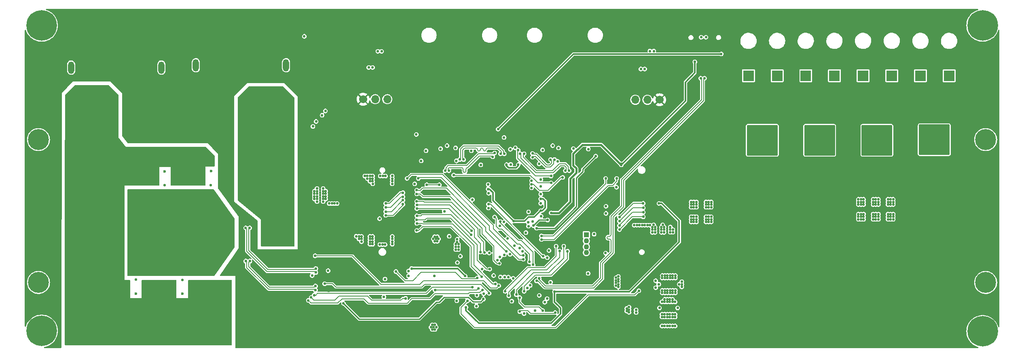
<source format=gbr>
%TF.GenerationSoftware,KiCad,Pcbnew,7.0.7*%
%TF.CreationDate,2024-04-13T02:06:32+02:00*%
%TF.ProjectId,smps_legged_robot,736d7073-5f6c-4656-9767-65645f726f62,1.0*%
%TF.SameCoordinates,PX7026f0PY568bc30*%
%TF.FileFunction,Copper,L3,Inr*%
%TF.FilePolarity,Positive*%
%FSLAX46Y46*%
G04 Gerber Fmt 4.6, Leading zero omitted, Abs format (unit mm)*
G04 Created by KiCad (PCBNEW 7.0.7) date 2024-04-13 02:06:32*
%MOMM*%
%LPD*%
G01*
G04 APERTURE LIST*
G04 Aperture macros list*
%AMRoundRect*
0 Rectangle with rounded corners*
0 $1 Rounding radius*
0 $2 $3 $4 $5 $6 $7 $8 $9 X,Y pos of 4 corners*
0 Add a 4 corners polygon primitive as box body*
4,1,4,$2,$3,$4,$5,$6,$7,$8,$9,$2,$3,0*
0 Add four circle primitives for the rounded corners*
1,1,$1+$1,$2,$3*
1,1,$1+$1,$4,$5*
1,1,$1+$1,$6,$7*
1,1,$1+$1,$8,$9*
0 Add four rect primitives between the rounded corners*
20,1,$1+$1,$2,$3,$4,$5,0*
20,1,$1+$1,$4,$5,$6,$7,0*
20,1,$1+$1,$6,$7,$8,$9,0*
20,1,$1+$1,$8,$9,$2,$3,0*%
G04 Aperture macros list end*
%TA.AperFunction,ComponentPad*%
%ADD10C,0.550000*%
%TD*%
%TA.AperFunction,ComponentPad*%
%ADD11RoundRect,1.250000X2.250000X1.250000X-2.250000X1.250000X-2.250000X-1.250000X2.250000X-1.250000X0*%
%TD*%
%TA.AperFunction,ComponentPad*%
%ADD12O,1.300000X2.600000*%
%TD*%
%TA.AperFunction,ComponentPad*%
%ADD13C,2.000000*%
%TD*%
%TA.AperFunction,ComponentPad*%
%ADD14RoundRect,0.325000X-2.925000X-2.925000X2.925000X-2.925000X2.925000X2.925000X-2.925000X2.925000X0*%
%TD*%
%TA.AperFunction,ComponentPad*%
%ADD15R,2.300000X2.300000*%
%TD*%
%TA.AperFunction,ComponentPad*%
%ADD16C,2.300000*%
%TD*%
%TA.AperFunction,ComponentPad*%
%ADD17C,0.700000*%
%TD*%
%TA.AperFunction,ComponentPad*%
%ADD18C,4.400000*%
%TD*%
%TA.AperFunction,ComponentPad*%
%ADD19C,0.800000*%
%TD*%
%TA.AperFunction,ComponentPad*%
%ADD20C,6.400000*%
%TD*%
%TA.AperFunction,ComponentPad*%
%ADD21C,1.700000*%
%TD*%
%TA.AperFunction,ComponentPad*%
%ADD22O,1.700000X1.700000*%
%TD*%
%TA.AperFunction,ComponentPad*%
%ADD23R,1.100000X1.100000*%
%TD*%
%TA.AperFunction,ComponentPad*%
%ADD24C,1.100000*%
%TD*%
%TA.AperFunction,ComponentPad*%
%ADD25O,1.000000X2.100000*%
%TD*%
%TA.AperFunction,ComponentPad*%
%ADD26O,1.000000X1.800000*%
%TD*%
%TA.AperFunction,ViaPad*%
%ADD27C,0.550000*%
%TD*%
%TA.AperFunction,ViaPad*%
%ADD28C,0.600000*%
%TD*%
%TA.AperFunction,Conductor*%
%ADD29C,0.250000*%
%TD*%
%TA.AperFunction,Conductor*%
%ADD30C,0.200000*%
%TD*%
%TA.AperFunction,Conductor*%
%ADD31C,0.300000*%
%TD*%
%TA.AperFunction,Conductor*%
%ADD32C,0.400000*%
%TD*%
%TA.AperFunction,Conductor*%
%ADD33C,0.350000*%
%TD*%
G04 APERTURE END LIST*
D10*
%TO.N,GND*%
%TO.C,J502*%
X68710000Y15440000D03*
X68710000Y15940000D03*
X68710000Y16440000D03*
X68710000Y16940000D03*
X68710000Y17440000D03*
X68710000Y17940000D03*
X68310000Y14690000D03*
X68310000Y15190000D03*
X68310000Y15690000D03*
X68310000Y16190000D03*
X68310000Y16690000D03*
X68310000Y17190000D03*
X68310000Y17690000D03*
X68310000Y18190000D03*
X67910000Y14440000D03*
X67910000Y14940000D03*
X67910000Y15440000D03*
X67910000Y15940000D03*
X67910000Y16440000D03*
X67910000Y16940000D03*
X67910000Y17440000D03*
X67910000Y17940000D03*
X67910000Y18440000D03*
X67510000Y14690000D03*
X67510000Y15190000D03*
X67510000Y15690000D03*
X67510000Y17690000D03*
X67510000Y18190000D03*
X67510000Y18690000D03*
X67110000Y14440000D03*
X67110000Y14940000D03*
X67110000Y18440000D03*
X66710000Y14690000D03*
X66710000Y18690000D03*
X66310000Y14440000D03*
X65910000Y18690000D03*
X65510000Y14440000D03*
D11*
X65500000Y16600000D03*
D10*
X65110000Y18690000D03*
X64710000Y14440000D03*
X64310000Y14690000D03*
X64310000Y18690000D03*
X63910000Y14440000D03*
X63910000Y14940000D03*
X63910000Y18440000D03*
X63510000Y14690000D03*
X63510000Y15190000D03*
X63510000Y15690000D03*
X63510000Y17690000D03*
X63510000Y18190000D03*
X63510000Y18690000D03*
X63110000Y14440000D03*
X63110000Y14940000D03*
X63110000Y15440000D03*
X63110000Y15940000D03*
X63110000Y16440000D03*
X63110000Y16940000D03*
X63110000Y17440000D03*
X63110000Y17940000D03*
X63110000Y18440000D03*
X62710000Y14690000D03*
X62710000Y15190000D03*
X62710000Y15690000D03*
X62710000Y16190000D03*
X62710000Y16690000D03*
X62710000Y17190000D03*
X62710000Y17690000D03*
X62710000Y18190000D03*
X62310000Y15440000D03*
X62310000Y15940000D03*
X62310000Y16440000D03*
X62310000Y16940000D03*
X62310000Y17440000D03*
X62310000Y17940000D03*
%TO.N,+VIN*%
X57810000Y15440000D03*
X57810000Y15940000D03*
X57810000Y16440000D03*
X57810000Y16940000D03*
X57810000Y17440000D03*
X57810000Y17940000D03*
X57410000Y14690000D03*
X57410000Y15190000D03*
X57410000Y15690000D03*
X57410000Y16190000D03*
X57410000Y16690000D03*
X57410000Y17190000D03*
X57410000Y17690000D03*
X57410000Y18190000D03*
X57010000Y14440000D03*
X57010000Y14940000D03*
X57010000Y15440000D03*
X57010000Y15940000D03*
X57010000Y16440000D03*
X57010000Y16940000D03*
X57010000Y17440000D03*
X57010000Y17940000D03*
X57010000Y18440000D03*
X56610000Y14690000D03*
X56610000Y15190000D03*
X56610000Y15690000D03*
X56610000Y17690000D03*
X56610000Y18190000D03*
X56610000Y18690000D03*
X56210000Y14440000D03*
X56210000Y14940000D03*
X56210000Y18440000D03*
X55810000Y14690000D03*
X55810000Y18690000D03*
X55410000Y14440000D03*
X55010000Y18690000D03*
X54610000Y14440000D03*
D11*
X54600000Y16600000D03*
D10*
X54210000Y18690000D03*
X53810000Y14440000D03*
X53410000Y14690000D03*
X53410000Y18690000D03*
X53010000Y14440000D03*
X53010000Y14940000D03*
X53010000Y18440000D03*
X52610000Y14690000D03*
X52610000Y15190000D03*
X52610000Y15690000D03*
X52610000Y17690000D03*
X52610000Y18190000D03*
X52610000Y18690000D03*
X52210000Y14440000D03*
X52210000Y14940000D03*
X52210000Y15440000D03*
X52210000Y15940000D03*
X52210000Y16440000D03*
X52210000Y16940000D03*
X52210000Y17440000D03*
X52210000Y17940000D03*
X52210000Y18440000D03*
X51810000Y14690000D03*
X51810000Y15190000D03*
X51810000Y15690000D03*
X51810000Y16190000D03*
X51810000Y16690000D03*
X51810000Y17190000D03*
X51810000Y17690000D03*
X51810000Y18190000D03*
X51410000Y15440000D03*
X51410000Y15940000D03*
X51410000Y16440000D03*
X51410000Y16940000D03*
X51410000Y17440000D03*
X51410000Y17940000D03*
D12*
%TO.N,N/C*%
X50600000Y25500000D03*
X69500000Y25500000D03*
%TD*%
D10*
%TO.N,/Project Architecture/Connectors - Rail Out 1/RAIL4*%
%TO.C,J304*%
X216350000Y13200000D03*
X216350000Y11270000D03*
X216350000Y10760000D03*
X216350000Y10250000D03*
X216350000Y9740000D03*
X216350000Y9230000D03*
X216350000Y7300000D03*
X216800000Y11015000D03*
X216800000Y10505000D03*
X216800000Y9995000D03*
X216800000Y9485000D03*
D13*
X217150000Y12400000D03*
X217150000Y8100000D03*
D10*
X217250000Y11270000D03*
X217250000Y10760000D03*
X217250000Y10250000D03*
X217250000Y9740000D03*
X217250000Y9230000D03*
X218280000Y13200000D03*
X218280000Y12300000D03*
X218280000Y8200000D03*
X218280000Y7300000D03*
X218535000Y12750000D03*
X218535000Y7750000D03*
X218790000Y13200000D03*
X218790000Y12300000D03*
X218790000Y8200000D03*
X218790000Y7300000D03*
X219045000Y12750000D03*
X219045000Y7750000D03*
X219300000Y13200000D03*
X219300000Y12300000D03*
D14*
X219300000Y10250000D03*
D10*
X219300000Y8200000D03*
X219300000Y7300000D03*
X219555000Y12750000D03*
X219555000Y7750000D03*
X219810000Y13200000D03*
X219810000Y12300000D03*
X219810000Y8200000D03*
X219810000Y7300000D03*
X220065000Y12750000D03*
X220065000Y7750000D03*
X220320000Y13200000D03*
X220320000Y12300000D03*
X220320000Y8200000D03*
X220320000Y7300000D03*
X221350000Y11270000D03*
X221350000Y10760000D03*
X221350000Y10250000D03*
X221350000Y9740000D03*
X221350000Y9230000D03*
D13*
X221450000Y12400000D03*
X221450000Y8100000D03*
D10*
X221800000Y11015000D03*
X221800000Y10505000D03*
X221800000Y9995000D03*
X221800000Y9485000D03*
X222250000Y13200000D03*
X222250000Y11270000D03*
X222250000Y10760000D03*
X222250000Y10250000D03*
X222250000Y9740000D03*
X222250000Y9230000D03*
X222250000Y7300000D03*
%TD*%
D15*
%TO.N,/Project Architecture/Connectors - Rail Out 1/RAIL1*%
%TO.C,Molex_602*%
X228400000Y23800000D03*
D16*
%TO.N,GND*%
X228400000Y18300000D03*
%TD*%
D17*
%TO.N,Net-(C2102-Pad1)*%
%TO.C,H2101*%
X240410000Y10390000D03*
X240893274Y11556726D03*
X240893274Y9223274D03*
X242060000Y12040000D03*
D18*
X242060000Y10390000D03*
D17*
X242060000Y8740000D03*
X243226726Y11556726D03*
X243226726Y9223274D03*
X243710000Y10390000D03*
%TD*%
D19*
%TO.N,Net-(C2201-Pad1)*%
%TO.C,H2201*%
X42010000Y34340000D03*
X42712944Y36037056D03*
X42712944Y32642944D03*
X44410000Y36740000D03*
D20*
X44410000Y34340000D03*
D19*
X44410000Y31940000D03*
X46107056Y36037056D03*
X46107056Y32642944D03*
X46810000Y34340000D03*
%TD*%
D17*
%TO.N,Net-(C2105-Pad1)*%
%TO.C,H2103*%
X42110000Y10390000D03*
X42593274Y11556726D03*
X42593274Y9223274D03*
X43760000Y12040000D03*
D18*
X43760000Y10390000D03*
D17*
X43760000Y8740000D03*
X44926726Y11556726D03*
X44926726Y9223274D03*
X45410000Y10390000D03*
%TD*%
%TO.N,Net-(C2103-Pad1)*%
%TO.C,H2104*%
X42110000Y-19610000D03*
X42593274Y-18443274D03*
X42593274Y-20776726D03*
X43760000Y-17960000D03*
D18*
X43760000Y-19610000D03*
D17*
X43760000Y-21260000D03*
X44926726Y-18443274D03*
X44926726Y-20776726D03*
X45410000Y-19610000D03*
%TD*%
D19*
%TO.N,Net-(C2204-Pad1)*%
%TO.C,H2204*%
X239010000Y34340000D03*
X239712944Y36037056D03*
X239712944Y32642944D03*
X241410000Y36740000D03*
D20*
X241410000Y34340000D03*
D19*
X241410000Y31940000D03*
X243107056Y36037056D03*
X243107056Y32642944D03*
X243810000Y34340000D03*
%TD*%
D15*
%TO.N,/Project Architecture/Connectors - Rail Out 1/RAIL2*%
%TO.C,Molex_604*%
X192400000Y23800000D03*
D16*
%TO.N,GND*%
X192400000Y18300000D03*
%TD*%
D10*
%TO.N,GND*%
%TO.C,U1102*%
X163650000Y4290000D03*
X162750000Y4790000D03*
X164550000Y4790000D03*
X163650000Y5290000D03*
%TD*%
%TO.N,GND*%
%TO.C,J501*%
X83910000Y15440000D03*
X83910000Y15940000D03*
X83910000Y16440000D03*
X83910000Y16940000D03*
X83910000Y17440000D03*
X83910000Y17940000D03*
X83510000Y14690000D03*
X83510000Y15190000D03*
X83510000Y15690000D03*
X83510000Y16190000D03*
X83510000Y16690000D03*
X83510000Y17190000D03*
X83510000Y17690000D03*
X83510000Y18190000D03*
X83110000Y14440000D03*
X83110000Y14940000D03*
X83110000Y15440000D03*
X83110000Y15940000D03*
X83110000Y16440000D03*
X83110000Y16940000D03*
X83110000Y17440000D03*
X83110000Y17940000D03*
X83110000Y18440000D03*
X82710000Y14690000D03*
X82710000Y15190000D03*
X82710000Y15690000D03*
X82710000Y17690000D03*
X82710000Y18190000D03*
X82710000Y18690000D03*
X82310000Y14440000D03*
X82310000Y14940000D03*
X82310000Y18440000D03*
X81910000Y14690000D03*
X81910000Y18690000D03*
X81510000Y14440000D03*
X81110000Y18690000D03*
X80710000Y14440000D03*
D11*
X80700000Y16600000D03*
D10*
X80310000Y18690000D03*
X79910000Y14440000D03*
X79510000Y14690000D03*
X79510000Y18690000D03*
X79110000Y14440000D03*
X79110000Y14940000D03*
X79110000Y18440000D03*
X78710000Y14690000D03*
X78710000Y15190000D03*
X78710000Y15690000D03*
X78710000Y17690000D03*
X78710000Y18190000D03*
X78710000Y18690000D03*
X78310000Y14440000D03*
X78310000Y14940000D03*
X78310000Y15440000D03*
X78310000Y15940000D03*
X78310000Y16440000D03*
X78310000Y16940000D03*
X78310000Y17440000D03*
X78310000Y17940000D03*
X78310000Y18440000D03*
X77910000Y14690000D03*
X77910000Y15190000D03*
X77910000Y15690000D03*
X77910000Y16190000D03*
X77910000Y16690000D03*
X77910000Y17190000D03*
X77910000Y17690000D03*
X77910000Y18190000D03*
X77510000Y15440000D03*
X77510000Y15940000D03*
X77510000Y16440000D03*
X77510000Y16940000D03*
X77510000Y17440000D03*
X77510000Y17940000D03*
%TO.N,+VBAT*%
X94810000Y15440000D03*
X94810000Y15940000D03*
X94810000Y16440000D03*
X94810000Y16940000D03*
X94810000Y17440000D03*
X94810000Y17940000D03*
X94410000Y14690000D03*
X94410000Y15190000D03*
X94410000Y15690000D03*
X94410000Y16190000D03*
X94410000Y16690000D03*
X94410000Y17190000D03*
X94410000Y17690000D03*
X94410000Y18190000D03*
X94010000Y14440000D03*
X94010000Y14940000D03*
X94010000Y15440000D03*
X94010000Y15940000D03*
X94010000Y16440000D03*
X94010000Y16940000D03*
X94010000Y17440000D03*
X94010000Y17940000D03*
X94010000Y18440000D03*
X93610000Y14690000D03*
X93610000Y15190000D03*
X93610000Y15690000D03*
X93610000Y17690000D03*
X93610000Y18190000D03*
X93610000Y18690000D03*
X93210000Y14440000D03*
X93210000Y14940000D03*
X93210000Y18440000D03*
X92810000Y14690000D03*
X92810000Y18690000D03*
X92410000Y14440000D03*
X92010000Y18690000D03*
X91610000Y14440000D03*
D11*
X91600000Y16600000D03*
D10*
X91210000Y18690000D03*
X90810000Y14440000D03*
X90410000Y14690000D03*
X90410000Y18690000D03*
X90010000Y14440000D03*
X90010000Y14940000D03*
X90010000Y18440000D03*
X89610000Y14690000D03*
X89610000Y15190000D03*
X89610000Y15690000D03*
X89610000Y17690000D03*
X89610000Y18190000D03*
X89610000Y18690000D03*
X89210000Y14440000D03*
X89210000Y14940000D03*
X89210000Y15440000D03*
X89210000Y15940000D03*
X89210000Y16440000D03*
X89210000Y16940000D03*
X89210000Y17440000D03*
X89210000Y17940000D03*
X89210000Y18440000D03*
X88810000Y14690000D03*
X88810000Y15190000D03*
X88810000Y15690000D03*
X88810000Y16190000D03*
X88810000Y16690000D03*
X88810000Y17190000D03*
X88810000Y17690000D03*
X88810000Y18190000D03*
X88410000Y15440000D03*
X88410000Y15940000D03*
X88410000Y16440000D03*
X88410000Y16940000D03*
X88410000Y17440000D03*
X88410000Y17940000D03*
D12*
%TO.N,N/C*%
X95600000Y26000000D03*
X76700000Y26000000D03*
%TD*%
D17*
%TO.N,Net-(C2104-Pad1)*%
%TO.C,H2102*%
X240410000Y-19610000D03*
X240893274Y-18443274D03*
X240893274Y-20776726D03*
X242060000Y-17960000D03*
D18*
X242060000Y-19610000D03*
D17*
X242060000Y-21260000D03*
X243226726Y-18443274D03*
X243226726Y-20776726D03*
X243710000Y-19610000D03*
%TD*%
D21*
%TO.N,GND*%
%TO.C,J1109*%
X111705000Y18860000D03*
D22*
%TO.N,/Project Architecture/Connectors - Communication/FDCAN2_P*%
X114245000Y18860000D03*
%TO.N,/Project Architecture/Connectors - Communication/FDCAN2_N*%
X116785000Y18860000D03*
%TD*%
D21*
%TO.N,GND*%
%TO.C,J1110*%
X173790000Y18746017D03*
D22*
%TO.N,/Project Architecture/Connectors - Communication/FDCAN1_N*%
X171250000Y18746017D03*
%TO.N,/Project Architecture/Connectors - Communication/FDCAN1_P*%
X168710000Y18746017D03*
%TD*%
D23*
%TO.N,Net-(IC1701-VO+)*%
%TO.C,J1701*%
X158445000Y-9605000D03*
D24*
X158445000Y-10855000D03*
%TO.N,Net-(IC1701-VO-)*%
X158445000Y-12105000D03*
X158445000Y-13355000D03*
%TD*%
D15*
%TO.N,/Project Architecture/Connectors - Rail Out 1/RAIL1*%
%TO.C,Molex_601*%
X234400000Y23800000D03*
D16*
%TO.N,GND*%
X234400000Y18300000D03*
%TD*%
D15*
%TO.N,/Project Architecture/Connectors - Rail Out 1/RAIL4*%
%TO.C,Molex_607*%
X222409250Y23800000D03*
D16*
%TO.N,GND*%
X222409250Y18300000D03*
%TD*%
D15*
%TO.N,/Project Architecture/Connectors - Rail Out 1/RAIL3*%
%TO.C,Molex_605*%
X210400000Y23800000D03*
D16*
%TO.N,GND*%
X210400000Y18300000D03*
%TD*%
D10*
%TO.N,/Project Architecture/Connectors - Rail Out 1/RAIL3*%
%TO.C,J303*%
X204350000Y13200000D03*
X204350000Y11270000D03*
X204350000Y10760000D03*
X204350000Y10250000D03*
X204350000Y9740000D03*
X204350000Y9230000D03*
X204350000Y7300000D03*
X204800000Y11015000D03*
X204800000Y10505000D03*
X204800000Y9995000D03*
X204800000Y9485000D03*
D13*
X205150000Y12400000D03*
X205150000Y8100000D03*
D10*
X205250000Y11270000D03*
X205250000Y10760000D03*
X205250000Y10250000D03*
X205250000Y9740000D03*
X205250000Y9230000D03*
X206280000Y13200000D03*
X206280000Y12300000D03*
X206280000Y8200000D03*
X206280000Y7300000D03*
X206535000Y12750000D03*
X206535000Y7750000D03*
X206790000Y13200000D03*
X206790000Y12300000D03*
X206790000Y8200000D03*
X206790000Y7300000D03*
X207045000Y12750000D03*
X207045000Y7750000D03*
X207300000Y13200000D03*
X207300000Y12300000D03*
D14*
X207300000Y10250000D03*
D10*
X207300000Y8200000D03*
X207300000Y7300000D03*
X207555000Y12750000D03*
X207555000Y7750000D03*
X207810000Y13200000D03*
X207810000Y12300000D03*
X207810000Y8200000D03*
X207810000Y7300000D03*
X208065000Y12750000D03*
X208065000Y7750000D03*
X208320000Y13200000D03*
X208320000Y12300000D03*
X208320000Y8200000D03*
X208320000Y7300000D03*
X209350000Y11270000D03*
X209350000Y10760000D03*
X209350000Y10250000D03*
X209350000Y9740000D03*
X209350000Y9230000D03*
D13*
X209450000Y12400000D03*
X209450000Y8100000D03*
D10*
X209800000Y11015000D03*
X209800000Y10505000D03*
X209800000Y9995000D03*
X209800000Y9485000D03*
X210250000Y13200000D03*
X210250000Y11270000D03*
X210250000Y10760000D03*
X210250000Y10250000D03*
X210250000Y9740000D03*
X210250000Y9230000D03*
X210250000Y7300000D03*
%TD*%
D15*
%TO.N,/Project Architecture/Connectors - Rail Out 1/RAIL2*%
%TO.C,Molex_603*%
X198400000Y23800000D03*
D16*
%TO.N,GND*%
X198400000Y18300000D03*
%TD*%
D10*
%TO.N,/Project Architecture/Connectors - Rail Out 1/RAIL2*%
%TO.C,J302*%
X192350000Y13200000D03*
X192350000Y11270000D03*
X192350000Y10760000D03*
X192350000Y10250000D03*
X192350000Y9740000D03*
X192350000Y9230000D03*
X192350000Y7300000D03*
X192800000Y11015000D03*
X192800000Y10505000D03*
X192800000Y9995000D03*
X192800000Y9485000D03*
D13*
X193150000Y12400000D03*
X193150000Y8100000D03*
D10*
X193250000Y11270000D03*
X193250000Y10760000D03*
X193250000Y10250000D03*
X193250000Y9740000D03*
X193250000Y9230000D03*
X194280000Y13200000D03*
X194280000Y12300000D03*
X194280000Y8200000D03*
X194280000Y7300000D03*
X194535000Y12750000D03*
X194535000Y7750000D03*
X194790000Y13200000D03*
X194790000Y12300000D03*
X194790000Y8200000D03*
X194790000Y7300000D03*
X195045000Y12750000D03*
X195045000Y7750000D03*
X195300000Y13200000D03*
X195300000Y12300000D03*
D14*
X195300000Y10250000D03*
D10*
X195300000Y8200000D03*
X195300000Y7300000D03*
X195555000Y12750000D03*
X195555000Y7750000D03*
X195810000Y13200000D03*
X195810000Y12300000D03*
X195810000Y8200000D03*
X195810000Y7300000D03*
X196065000Y12750000D03*
X196065000Y7750000D03*
X196320000Y13200000D03*
X196320000Y12300000D03*
X196320000Y8200000D03*
X196320000Y7300000D03*
X197350000Y11270000D03*
X197350000Y10760000D03*
X197350000Y10250000D03*
X197350000Y9740000D03*
X197350000Y9230000D03*
D13*
X197450000Y12400000D03*
X197450000Y8100000D03*
D10*
X197800000Y11015000D03*
X197800000Y10505000D03*
X197800000Y9995000D03*
X197800000Y9485000D03*
X198250000Y13200000D03*
X198250000Y11270000D03*
X198250000Y10760000D03*
X198250000Y10250000D03*
X198250000Y9740000D03*
X198250000Y9230000D03*
X198250000Y7300000D03*
%TD*%
D19*
%TO.N,Net-(C2203-Pad1)*%
%TO.C,H2203*%
X239010000Y-29860000D03*
X239712944Y-28162944D03*
X239712944Y-31557056D03*
X241410000Y-27460000D03*
D20*
X241410000Y-29860000D03*
D19*
X241410000Y-32260000D03*
X243107056Y-28162944D03*
X243107056Y-31557056D03*
X243810000Y-29860000D03*
%TD*%
D10*
%TO.N,/Project Architecture/Connectors - Rail Out 1/RAIL1*%
%TO.C,J301*%
X228350000Y13300000D03*
X228350000Y11370000D03*
X228350000Y10860000D03*
X228350000Y10350000D03*
X228350000Y9840000D03*
X228350000Y9330000D03*
X228350000Y7400000D03*
X228800000Y11115000D03*
X228800000Y10605000D03*
X228800000Y10095000D03*
X228800000Y9585000D03*
D13*
X229150000Y12500000D03*
X229150000Y8200000D03*
D10*
X229250000Y11370000D03*
X229250000Y10860000D03*
X229250000Y10350000D03*
X229250000Y9840000D03*
X229250000Y9330000D03*
X230280000Y13300000D03*
X230280000Y12400000D03*
X230280000Y8300000D03*
X230280000Y7400000D03*
X230535000Y12850000D03*
X230535000Y7850000D03*
X230790000Y13300000D03*
X230790000Y12400000D03*
X230790000Y8300000D03*
X230790000Y7400000D03*
X231045000Y12850000D03*
X231045000Y7850000D03*
X231300000Y13300000D03*
X231300000Y12400000D03*
D14*
X231300000Y10350000D03*
D10*
X231300000Y8300000D03*
X231300000Y7400000D03*
X231555000Y12850000D03*
X231555000Y7850000D03*
X231810000Y13300000D03*
X231810000Y12400000D03*
X231810000Y8300000D03*
X231810000Y7400000D03*
X232065000Y12850000D03*
X232065000Y7850000D03*
X232320000Y13300000D03*
X232320000Y12400000D03*
X232320000Y8300000D03*
X232320000Y7400000D03*
X233350000Y11370000D03*
X233350000Y10860000D03*
X233350000Y10350000D03*
X233350000Y9840000D03*
X233350000Y9330000D03*
D13*
X233450000Y12500000D03*
X233450000Y8200000D03*
D10*
X233800000Y11115000D03*
X233800000Y10605000D03*
X233800000Y10095000D03*
X233800000Y9585000D03*
X234250000Y13300000D03*
X234250000Y11370000D03*
X234250000Y10860000D03*
X234250000Y10350000D03*
X234250000Y9840000D03*
X234250000Y9330000D03*
X234250000Y7400000D03*
%TD*%
%TO.N,GND*%
%TO.C,U1101*%
X122120000Y4270000D03*
X121220000Y4770000D03*
X123020000Y4770000D03*
X122120000Y5270000D03*
%TD*%
D15*
%TO.N,/Project Architecture/Connectors - Rail Out 1/RAIL3*%
%TO.C,Molex_606*%
X204400000Y23800000D03*
D16*
%TO.N,GND*%
X204400000Y18300000D03*
%TD*%
D25*
%TO.N,GND*%
%TO.C,J403*%
X187565000Y31300000D03*
D26*
X187565000Y35480000D03*
D25*
X178925000Y31300000D03*
D26*
X178925000Y35480000D03*
%TD*%
D15*
%TO.N,/Project Architecture/Connectors - Rail Out 1/RAIL4*%
%TO.C,Molex_608*%
X216400000Y23800000D03*
D16*
%TO.N,GND*%
X216400000Y18300000D03*
%TD*%
D19*
%TO.N,Net-(C2202-Pad1)*%
%TO.C,H2202*%
X42010000Y-29760000D03*
X42712944Y-28062944D03*
X42712944Y-31457056D03*
X44410000Y-27360000D03*
D20*
X44410000Y-29760000D03*
D19*
X44410000Y-32160000D03*
X46107056Y-28062944D03*
X46107056Y-31457056D03*
X46810000Y-29760000D03*
%TD*%
D10*
%TO.N,+VBAT*%
%TO.C,J306*%
X88700000Y9800000D03*
X88700000Y7870000D03*
X88700000Y7360000D03*
X88700000Y6850000D03*
X88700000Y6340000D03*
X88700000Y5830000D03*
X88700000Y3900000D03*
X89150000Y7615000D03*
X89150000Y7105000D03*
X89150000Y6595000D03*
X89150000Y6085000D03*
D13*
X89500000Y9000000D03*
X89500000Y4700000D03*
D10*
X89600000Y7870000D03*
X89600000Y7360000D03*
X89600000Y6850000D03*
X89600000Y6340000D03*
X89600000Y5830000D03*
X90630000Y9800000D03*
X90630000Y8900000D03*
X90630000Y4800000D03*
X90630000Y3900000D03*
X90885000Y9350000D03*
X90885000Y4350000D03*
X91140000Y9800000D03*
X91140000Y8900000D03*
X91140000Y4800000D03*
X91140000Y3900000D03*
X91395000Y9350000D03*
X91395000Y4350000D03*
X91650000Y9800000D03*
X91650000Y8900000D03*
D14*
X91650000Y6850000D03*
D10*
X91650000Y4800000D03*
X91650000Y3900000D03*
X91905000Y9350000D03*
X91905000Y4350000D03*
X92160000Y9800000D03*
X92160000Y8900000D03*
X92160000Y4800000D03*
X92160000Y3900000D03*
X92415000Y9350000D03*
X92415000Y4350000D03*
X92670000Y9800000D03*
X92670000Y8900000D03*
X92670000Y4800000D03*
X92670000Y3900000D03*
X93700000Y7870000D03*
X93700000Y7360000D03*
X93700000Y6850000D03*
X93700000Y6340000D03*
X93700000Y5830000D03*
D13*
X93800000Y9000000D03*
X93800000Y4700000D03*
D10*
X94150000Y7615000D03*
X94150000Y7105000D03*
X94150000Y6595000D03*
X94150000Y6085000D03*
X94600000Y9800000D03*
X94600000Y7870000D03*
X94600000Y7360000D03*
X94600000Y6850000D03*
X94600000Y6340000D03*
X94600000Y5830000D03*
X94600000Y3900000D03*
%TD*%
%TO.N,+VIN*%
%TO.C,J305*%
X51800000Y9900000D03*
X51800000Y7970000D03*
X51800000Y7460000D03*
X51800000Y6950000D03*
X51800000Y6440000D03*
X51800000Y5930000D03*
X51800000Y4000000D03*
X52250000Y7715000D03*
X52250000Y7205000D03*
X52250000Y6695000D03*
X52250000Y6185000D03*
D13*
X52600000Y9100000D03*
X52600000Y4800000D03*
D10*
X52700000Y7970000D03*
X52700000Y7460000D03*
X52700000Y6950000D03*
X52700000Y6440000D03*
X52700000Y5930000D03*
X53730000Y9900000D03*
X53730000Y9000000D03*
X53730000Y4900000D03*
X53730000Y4000000D03*
X53985000Y9450000D03*
X53985000Y4450000D03*
X54240000Y9900000D03*
X54240000Y9000000D03*
X54240000Y4900000D03*
X54240000Y4000000D03*
X54495000Y9450000D03*
X54495000Y4450000D03*
X54750000Y9900000D03*
X54750000Y9000000D03*
D14*
X54750000Y6950000D03*
D10*
X54750000Y4900000D03*
X54750000Y4000000D03*
X55005000Y9450000D03*
X55005000Y4450000D03*
X55260000Y9900000D03*
X55260000Y9000000D03*
X55260000Y4900000D03*
X55260000Y4000000D03*
X55515000Y9450000D03*
X55515000Y4450000D03*
X55770000Y9900000D03*
X55770000Y9000000D03*
X55770000Y4900000D03*
X55770000Y4000000D03*
X56800000Y7970000D03*
X56800000Y7460000D03*
X56800000Y6950000D03*
X56800000Y6440000D03*
X56800000Y5930000D03*
D13*
X56900000Y9100000D03*
X56900000Y4800000D03*
D10*
X57250000Y7715000D03*
X57250000Y7205000D03*
X57250000Y6695000D03*
X57250000Y6185000D03*
X57700000Y9900000D03*
X57700000Y7970000D03*
X57700000Y7460000D03*
X57700000Y6950000D03*
X57700000Y6440000D03*
X57700000Y5930000D03*
X57700000Y4000000D03*
%TD*%
D27*
%TO.N,GND*%
X157050000Y350000D03*
X164625000Y-23575000D03*
X115564999Y23378199D03*
D28*
X79450000Y11050000D03*
D27*
X112964999Y22660699D03*
X117575000Y-7225000D03*
D28*
X74850000Y22550000D03*
X73050000Y22550000D03*
X80650000Y20150000D03*
D27*
X166700000Y-23025000D03*
D28*
X74850000Y19550000D03*
X74850000Y17150000D03*
D27*
X169940000Y-2000000D03*
X170490000Y-2000000D03*
D28*
X67950000Y12250000D03*
D27*
X119975000Y4825000D03*
X132330000Y5510000D03*
X135600000Y0D03*
X126840000Y-2155500D03*
X127225000Y7375000D03*
D28*
X65550000Y12250000D03*
D27*
X125050000Y1675000D03*
D28*
X72450000Y20750000D03*
X81850000Y11650000D03*
X71250000Y14550000D03*
D27*
X137625000Y1675000D03*
D28*
X73650000Y17150000D03*
X74250000Y22550000D03*
D27*
X127200000Y6050000D03*
D28*
X77650000Y11050000D03*
X67950000Y21950000D03*
X67950000Y12850000D03*
X79450000Y12250000D03*
X68550000Y11050000D03*
X63750000Y21350000D03*
X73650000Y18950000D03*
D27*
X126950000Y-12925000D03*
D28*
X66150000Y12850000D03*
X66750000Y22550000D03*
X79450000Y10450000D03*
D27*
X157640000Y5440000D03*
D28*
X78850000Y11050000D03*
D27*
X153525000Y8150000D03*
X118125000Y-7775000D03*
D28*
X71850000Y17750000D03*
X71850000Y13350000D03*
X65550000Y22550000D03*
X63750000Y21950000D03*
X73050000Y17750000D03*
D27*
X151500000Y-6550000D03*
D28*
X71250000Y20150000D03*
D27*
X146921287Y-10578007D03*
D28*
X66750000Y12250000D03*
D27*
X170730000Y-23960000D03*
D28*
X78250000Y12850000D03*
X78250000Y22550000D03*
D27*
X126985000Y-25845000D03*
D28*
X80050000Y10450000D03*
D27*
X145740000Y-710000D03*
D28*
X71850000Y18950000D03*
D27*
X135070000Y-22910000D03*
D28*
X73050000Y20150000D03*
D27*
X145110000Y-1815000D03*
D28*
X71250000Y22550000D03*
D27*
X143180000Y405000D03*
X163034139Y-4494034D03*
X162900000Y-7300000D03*
X168840000Y-2000000D03*
D28*
X65550000Y11650000D03*
D27*
X117025000Y-7225000D03*
D28*
X71250000Y18950000D03*
D27*
X126820000Y-440000D03*
D28*
X77050000Y11650000D03*
X67350000Y11650000D03*
X81850000Y20150000D03*
D27*
X119350000Y-22450000D03*
X164625000Y-23025000D03*
D28*
X67350000Y10450000D03*
X66150000Y12250000D03*
X77050000Y21950000D03*
X73650000Y15150000D03*
D27*
X158020000Y8585000D03*
D28*
X73050000Y12750000D03*
D27*
X140533733Y-9026267D03*
D28*
X79450000Y20750000D03*
D27*
X125500000Y3850000D03*
X175250000Y-2220000D03*
X149300000Y-9050000D03*
X169940000Y16662183D03*
D28*
X66750000Y11650000D03*
X74250000Y14550000D03*
X74250000Y17750000D03*
X81250000Y11650000D03*
D27*
X155631323Y3921827D03*
D28*
X81250000Y12250000D03*
X77650000Y12850000D03*
X64950000Y10450000D03*
X72450000Y22550000D03*
D27*
X150067833Y6047833D03*
D28*
X77050000Y21350000D03*
X73050000Y18350000D03*
X68550000Y12850000D03*
X64950000Y11650000D03*
X73650000Y13950000D03*
D27*
X141215000Y-2900000D03*
X126385000Y-25845000D03*
D28*
X71250000Y21950000D03*
X80650000Y12250000D03*
X69150000Y12250000D03*
X71250000Y13350000D03*
X64950000Y11050000D03*
D27*
X171040000Y-1450000D03*
X167250000Y-23575000D03*
D28*
X78850000Y12850000D03*
X73650000Y20750000D03*
X74850000Y18950000D03*
D27*
X169915000Y22445000D03*
X151400000Y2000000D03*
X126725000Y1675000D03*
D28*
X72450000Y15150000D03*
X74850000Y13350000D03*
X68550000Y21350000D03*
D27*
X138560000Y8010000D03*
D28*
X72450000Y13950000D03*
X69150000Y10450000D03*
D27*
X143180000Y-1795000D03*
X137550500Y-11925000D03*
X161450000Y4975000D03*
X162861317Y-1625500D03*
X127675000Y1675000D03*
X117260000Y-18860000D03*
D28*
X80650000Y20750000D03*
D27*
X168015000Y-975000D03*
X102510000Y29210000D03*
D28*
X64350000Y22550000D03*
X66750000Y10450000D03*
D27*
X157050000Y-3450000D03*
D28*
X71850000Y22550000D03*
X74850000Y20150000D03*
X73650000Y17750000D03*
X71250000Y17750000D03*
D27*
X145740000Y-1810000D03*
X115925000Y-7225000D03*
X115520000Y16912533D03*
X128730000Y-9000000D03*
D28*
X69150000Y12850000D03*
D27*
X167250000Y-23025000D03*
D28*
X72450000Y17750000D03*
X68550000Y11650000D03*
D27*
X136320000Y-14580000D03*
D28*
X78250000Y10450000D03*
D27*
X143770000Y-25940000D03*
X163250000Y1650000D03*
X172500000Y23393173D03*
D28*
X82450000Y20150000D03*
X71850000Y17150000D03*
X73050000Y21350000D03*
X64350000Y11050000D03*
X81850000Y21350000D03*
X65550000Y11050000D03*
X77050000Y11050000D03*
D27*
X138630000Y-23550000D03*
X126700000Y-4810000D03*
D28*
X73050000Y17150000D03*
X77650000Y20750000D03*
D27*
X153570000Y-22720000D03*
D28*
X64350000Y11650000D03*
X67350000Y20750000D03*
D27*
X126950000Y-14650000D03*
X142064623Y6666021D03*
D28*
X73050000Y13950000D03*
X63750000Y20750000D03*
D27*
X148310000Y4470000D03*
X149100000Y-23080000D03*
D28*
X80050000Y21350000D03*
D27*
X163025000Y-12075000D03*
D28*
X71850000Y12750000D03*
X71250000Y20750000D03*
X64350000Y21950000D03*
X80050000Y20750000D03*
X64350000Y12250000D03*
D27*
X145110000Y-2915000D03*
D28*
X72450000Y21950000D03*
D27*
X145110000Y385000D03*
D28*
X73650000Y20150000D03*
D27*
X156950000Y-13450000D03*
D28*
X74250000Y18350000D03*
X68550000Y20750000D03*
D27*
X143350000Y7140000D03*
D28*
X64350000Y21350000D03*
X73050000Y21950000D03*
X82450000Y21950000D03*
D27*
X141835000Y-1790000D03*
X126740000Y4830000D03*
X181507500Y27507500D03*
D28*
X81850000Y21950000D03*
D27*
X148710000Y-7570000D03*
X163380000Y-19960000D03*
X126950000Y-13500000D03*
D28*
X72450000Y15750000D03*
X74250000Y12750000D03*
D27*
X140455000Y-25915000D03*
X135226267Y2253733D03*
X156520000Y5910000D03*
X158450000Y-15350000D03*
D28*
X71850000Y20150000D03*
D27*
X126963983Y-22568483D03*
D28*
X79450000Y20150000D03*
X71850000Y13950000D03*
D27*
X153570000Y-23370000D03*
D28*
X64950000Y12850000D03*
D27*
X104475000Y-21300500D03*
D28*
X71250000Y18350000D03*
X72450000Y17150000D03*
X72450000Y18950000D03*
X77050000Y22550000D03*
D27*
X118400000Y-8800000D03*
D28*
X67950000Y21350000D03*
X66150000Y20750000D03*
D27*
X157050000Y-2200000D03*
D28*
X67350000Y21350000D03*
D27*
X114825000Y-7225000D03*
D28*
X81250000Y20750000D03*
X77650000Y22550000D03*
X72450000Y14550000D03*
X74250000Y18950000D03*
X74250000Y13950000D03*
D27*
X169940000Y-1450000D03*
X143795000Y-1800000D03*
D28*
X82450000Y20750000D03*
X71850000Y21350000D03*
D27*
X150900000Y-23650000D03*
D28*
X79450000Y21350000D03*
X72450000Y20150000D03*
D27*
X149943733Y-7161267D03*
D28*
X64950000Y22550000D03*
X69150000Y22550000D03*
X73650000Y21950000D03*
X77050000Y12250000D03*
X72450000Y18350000D03*
X71250000Y15750000D03*
X74850000Y18350000D03*
X64950000Y20750000D03*
X66150000Y10450000D03*
X67950000Y11650000D03*
D27*
X130325000Y8125000D03*
D28*
X82450000Y22550000D03*
X67950000Y10450000D03*
X73050000Y15750000D03*
X74850000Y20750000D03*
X74850000Y17750000D03*
D27*
X126100000Y5500000D03*
D28*
X81250000Y21950000D03*
X74250000Y17150000D03*
X64950000Y12250000D03*
X74250000Y21950000D03*
X81850000Y10450000D03*
X65550000Y21950000D03*
D27*
X138075000Y3450000D03*
D28*
X80650000Y10450000D03*
X80050000Y11650000D03*
X67950000Y22550000D03*
X73650000Y22550000D03*
X77650000Y21950000D03*
X81850000Y12250000D03*
X78250000Y11050000D03*
D27*
X165250000Y-14250000D03*
X116475000Y-7775000D03*
X170490000Y-1450000D03*
D28*
X78850000Y22550000D03*
X73050000Y19550000D03*
D27*
X135600000Y-950000D03*
D28*
X81250000Y22550000D03*
D27*
X156990000Y4780000D03*
D28*
X69150000Y21350000D03*
X68550000Y21950000D03*
X67350000Y12850000D03*
D27*
X118400000Y-8250000D03*
X124050000Y7500000D03*
D28*
X66750000Y12850000D03*
X64350000Y12850000D03*
X77050000Y20150000D03*
D27*
X153290000Y1510000D03*
D28*
X69150000Y20150000D03*
D27*
X127970000Y3840000D03*
D28*
X80650000Y22550000D03*
X74850000Y21950000D03*
X78850000Y11650000D03*
X71250000Y21350000D03*
X80050000Y22550000D03*
X80650000Y11050000D03*
D27*
X141835000Y410000D03*
X133650000Y6150000D03*
D28*
X68550000Y10450000D03*
X73050000Y20750000D03*
D27*
X169390000Y-1450000D03*
D28*
X78250000Y12250000D03*
X66150000Y21950000D03*
X79450000Y11650000D03*
D27*
X141835000Y-690000D03*
D28*
X65550000Y21350000D03*
X78250000Y21350000D03*
X79450000Y21950000D03*
X77650000Y10450000D03*
D27*
X158150000Y-19700000D03*
D28*
X63750000Y22550000D03*
D27*
X114275000Y-7225000D03*
D28*
X71850000Y18350000D03*
D27*
X115375000Y-7225000D03*
X167740000Y-1450000D03*
X148920000Y-3750000D03*
X185735000Y27445000D03*
X116475000Y-7225000D03*
D28*
X74850000Y15150000D03*
X78250000Y20150000D03*
X73650000Y12750000D03*
X69150000Y11650000D03*
X71850000Y15750000D03*
X79450000Y22550000D03*
D27*
X143174647Y-8950353D03*
D28*
X81250000Y20150000D03*
D27*
X163380000Y-17470000D03*
X122975000Y-4850000D03*
D28*
X65550000Y10450000D03*
X71250000Y12750000D03*
D27*
X157350000Y2470000D03*
X136986931Y-4722965D03*
D28*
X74850000Y13950000D03*
X77650000Y12250000D03*
X66150000Y22550000D03*
X64950000Y21950000D03*
D27*
X171590000Y-1450000D03*
D28*
X80650000Y21950000D03*
X74250000Y15150000D03*
X68550000Y22550000D03*
D27*
X151400000Y-4230000D03*
X163550000Y-14975000D03*
X125781497Y-25845000D03*
X114825000Y-7775000D03*
D28*
X79450000Y12850000D03*
X74850000Y14550000D03*
X73650000Y14550000D03*
X65550000Y20150000D03*
D27*
X125100000Y-20590000D03*
X135600000Y-1900000D03*
D28*
X78850000Y20150000D03*
X80650000Y21350000D03*
D27*
X151400000Y-3550000D03*
X127100000Y-6680000D03*
D28*
X74250000Y20150000D03*
X74250000Y21350000D03*
D27*
X156510000Y7250000D03*
D28*
X67350000Y21950000D03*
X73050000Y18950000D03*
X81250000Y12850000D03*
X71850000Y20750000D03*
D27*
X145110000Y-715000D03*
X172510000Y24543173D03*
D28*
X66150000Y20150000D03*
X67350000Y22550000D03*
X77050000Y12850000D03*
X73050000Y14550000D03*
X78250000Y11650000D03*
X67350000Y20150000D03*
X77650000Y20150000D03*
X80050000Y12250000D03*
D27*
X146730000Y8170000D03*
X113540000Y-19680000D03*
D28*
X66150000Y21350000D03*
X74250000Y20750000D03*
D27*
X115925000Y-7775000D03*
D28*
X81850000Y12850000D03*
D27*
X161125000Y-12075000D03*
D28*
X77050000Y20750000D03*
D27*
X167465000Y-975000D03*
D28*
X81250000Y10450000D03*
X71850000Y21950000D03*
D27*
X141680000Y8360000D03*
D28*
X74250000Y15750000D03*
D27*
X143795000Y-2900000D03*
X171040000Y-2000000D03*
D28*
X65550000Y12850000D03*
X73050000Y13350000D03*
D27*
X168840000Y-1450000D03*
X171280000Y-23970000D03*
D28*
X78850000Y21950000D03*
X71850000Y15150000D03*
X69150000Y21950000D03*
D27*
X126820000Y-1000000D03*
D28*
X71250000Y19550000D03*
X74850000Y12750000D03*
D27*
X153170000Y3870000D03*
D28*
X69150000Y20750000D03*
X66150000Y11650000D03*
X71250000Y17150000D03*
D27*
X126750000Y3850000D03*
X151500000Y-7250000D03*
D28*
X66750000Y20150000D03*
X64350000Y20150000D03*
X67350000Y12250000D03*
X80650000Y11650000D03*
D27*
X131800000Y3850000D03*
D28*
X74250000Y13350000D03*
D27*
X112959999Y21285699D03*
X117575000Y-7775000D03*
X115375000Y-7775000D03*
D28*
X73650000Y18350000D03*
X64950000Y21350000D03*
D27*
X132400000Y-23490000D03*
X122948940Y-7949460D03*
X158410000Y3810000D03*
D28*
X71850000Y14550000D03*
X78850000Y21350000D03*
D27*
X125750000Y-12350000D03*
X157050000Y-900000D03*
D28*
X78850000Y12250000D03*
D27*
X166700000Y-23575000D03*
D28*
X63750000Y20150000D03*
X67950000Y20150000D03*
X67350000Y11050000D03*
D27*
X143795000Y-700000D03*
D28*
X73650000Y13350000D03*
D27*
X135600000Y950000D03*
X154840000Y-15920000D03*
D28*
X65550000Y20750000D03*
X68550000Y20150000D03*
X66750000Y11050000D03*
D27*
X144101233Y-9851233D03*
X132220000Y-15620000D03*
X169390000Y-2000000D03*
D28*
X64350000Y20750000D03*
D27*
X167465000Y-425000D03*
D28*
X81250000Y21350000D03*
D27*
X168290000Y-1450000D03*
X150945000Y-21334500D03*
D28*
X71250000Y15150000D03*
X73650000Y19550000D03*
X73650000Y21350000D03*
D27*
X171590000Y-2000000D03*
D28*
X71850000Y19550000D03*
D27*
X134670000Y-22410000D03*
D28*
X74850000Y15750000D03*
X81850000Y22550000D03*
X81850000Y11050000D03*
X80050000Y20150000D03*
X73650000Y15750000D03*
D27*
X117850000Y-8800000D03*
X168015000Y-425000D03*
X113740000Y-22449500D03*
X115554999Y24760699D03*
X165780000Y3040000D03*
D28*
X78850000Y20750000D03*
X78250000Y21950000D03*
X74250000Y19550000D03*
D27*
X184885000Y27460000D03*
D28*
X72450000Y21350000D03*
D27*
X143180000Y-2895000D03*
X126950000Y-14075000D03*
D28*
X66750000Y20750000D03*
D27*
X145740000Y400000D03*
X126975000Y-23125000D03*
D28*
X66750000Y21950000D03*
D27*
X145740000Y-2910000D03*
D28*
X68550000Y12250000D03*
X72450000Y12750000D03*
X77050000Y10450000D03*
X78250000Y20750000D03*
D27*
X141835000Y-2890000D03*
D28*
X81250000Y11050000D03*
X73050000Y15150000D03*
D27*
X141215000Y-700000D03*
D28*
X81850000Y20750000D03*
X66150000Y11050000D03*
D27*
X128730000Y-8450000D03*
X148271233Y-11174500D03*
D28*
X72450000Y19550000D03*
D27*
X141215000Y400000D03*
D28*
X64350000Y10450000D03*
X69150000Y11050000D03*
X80050000Y11050000D03*
X80050000Y12850000D03*
X67950000Y20750000D03*
D27*
X143180000Y-695000D03*
D28*
X71250000Y13950000D03*
D27*
X117850000Y-8250000D03*
X169925000Y21255000D03*
X143795000Y400000D03*
D28*
X80650000Y12850000D03*
D27*
X122940000Y-1800000D03*
D28*
X66750000Y21350000D03*
D27*
X114275000Y-7775000D03*
X130580000Y3860000D03*
D28*
X77650000Y11650000D03*
D27*
X125600000Y8400000D03*
X157095000Y3955000D03*
D28*
X72450000Y13350000D03*
X80050000Y21950000D03*
D27*
X126530000Y-6680000D03*
X168290000Y-2000000D03*
D28*
X74850000Y21350000D03*
X64950000Y20150000D03*
X78850000Y10450000D03*
D27*
X155000000Y-24675000D03*
X117025000Y-7775000D03*
D28*
X82450000Y21350000D03*
X77650000Y21350000D03*
X67950000Y11050000D03*
D27*
X141215000Y-1800000D03*
%TO.N,+3V3*%
X164680000Y-19150000D03*
X135560000Y-22290000D03*
X165150000Y-19980000D03*
X138020000Y-865000D03*
X148910000Y584500D03*
X148564667Y5289667D03*
X150960000Y-19540000D03*
X148910000Y-2990000D03*
X148910000Y-1080000D03*
X137960000Y-3990000D03*
X136357500Y5092500D03*
X141210000Y-6910000D03*
X165150000Y-20530000D03*
X165775000Y5070000D03*
X150630000Y-12900000D03*
X136590000Y-16800500D03*
X107625000Y-24000000D03*
X123885000Y5925000D03*
X181172500Y26702500D03*
X136905000Y-23085000D03*
X141948414Y-10380880D03*
X151100000Y-5000000D03*
X147230000Y-6790000D03*
X165160000Y-18880000D03*
X162474500Y-13430000D03*
X164680000Y-19700000D03*
X148910000Y2010000D03*
X134605000Y-2205000D03*
X142850000Y-23520000D03*
X165160000Y-18330000D03*
X146335000Y-7785000D03*
X158825000Y-17700000D03*
X99405000Y32067850D03*
X147690000Y-25490000D03*
X164680000Y-20250000D03*
X137910000Y960000D03*
X145810000Y-9130000D03*
X165160000Y-19430000D03*
X164680000Y-18600000D03*
X142555000Y8353000D03*
%TO.N,VBUS*%
X132080000Y-14075000D03*
X186702500Y28357500D03*
X139985000Y12595000D03*
X129727300Y-9900000D03*
%TO.N,+5V*%
X164775000Y400000D03*
X131130000Y-12140000D03*
X166925000Y-25600000D03*
X131690000Y-12700000D03*
X168875000Y-25350000D03*
X131410000Y-11080000D03*
X122525000Y1100000D03*
X167400000Y-25325000D03*
X167400000Y-25875000D03*
X135450000Y-24560000D03*
X116310000Y-18880000D03*
X167400000Y-24775000D03*
X131130000Y-11580000D03*
X131410000Y-10520000D03*
X131690000Y-12140000D03*
X131690000Y-11580000D03*
X131130000Y-12700000D03*
X168875000Y-25900000D03*
X166925000Y-25050000D03*
%TO.N,Net-(C1111-Pad1)*%
X148925000Y-4530000D03*
X137903394Y10000D03*
X143210000Y-6700000D03*
X148910000Y-2040000D03*
%TO.N,Net-(J1107-RCT)*%
X158865000Y8400000D03*
X151410000Y9130000D03*
D28*
%TO.N,+VBAT*%
X91070000Y-5430000D03*
X92580000Y13110000D03*
X87590000Y20105000D03*
X89580000Y12110000D03*
X87590000Y19105000D03*
X94420000Y-10390000D03*
X86590000Y16105000D03*
X96590000Y15105000D03*
X91580000Y12110000D03*
X91680000Y-4190000D03*
X89590000Y21105000D03*
X96250000Y-9150000D03*
X88590000Y13110000D03*
X91590000Y21105000D03*
X96590000Y19105000D03*
X91070000Y-4810000D03*
X92580000Y12110000D03*
X87590000Y13110000D03*
X91060000Y-2950000D03*
X92290000Y-4190000D03*
X90460000Y-5430000D03*
X90580000Y12110000D03*
X93590000Y20105000D03*
X95570000Y13110000D03*
X92900000Y-4190000D03*
X92900000Y-3570000D03*
X95030000Y-8530000D03*
X91590000Y20105000D03*
X87590000Y17105000D03*
X91070000Y-3570000D03*
X94420000Y-9150000D03*
X95030000Y-9150000D03*
X96590000Y18105000D03*
X95030000Y-9770000D03*
X86590000Y18105000D03*
X93800000Y-7910000D03*
X92290000Y-5430000D03*
X95640000Y-10390000D03*
X93575000Y13110000D03*
X95030000Y-10390000D03*
X86590000Y15105000D03*
X91670000Y-2950000D03*
X87590000Y15105000D03*
X93580000Y12110000D03*
X87590000Y14105000D03*
X96590000Y16105000D03*
X96590000Y17105000D03*
X93810000Y-9770000D03*
X95590000Y15105000D03*
X94420000Y-8530000D03*
X95590000Y20105000D03*
X95630000Y-7910000D03*
X96250000Y-10390000D03*
X86590000Y17105000D03*
X92290000Y-4810000D03*
X87590000Y16105000D03*
X92590000Y20105000D03*
X92890000Y-2950000D03*
X93810000Y-10390000D03*
X90460000Y-3570000D03*
X91680000Y-5430000D03*
X94580000Y12110000D03*
X90590000Y21105000D03*
X95020000Y-7910000D03*
X93590000Y21105000D03*
X88590000Y20105000D03*
X89590000Y13110000D03*
X91580000Y13110000D03*
X95590000Y14105000D03*
X88580000Y12110000D03*
X89590000Y20105000D03*
X90585000Y13110000D03*
X92590000Y21105000D03*
X95590000Y18105000D03*
X95590000Y19105000D03*
X92900000Y-5430000D03*
X95640000Y-8530000D03*
X96590000Y14105000D03*
X95640000Y-9150000D03*
X86590000Y19105000D03*
X96250000Y-8530000D03*
X88590000Y21105000D03*
X90460000Y-4190000D03*
X94590000Y21105000D03*
X94420000Y-9770000D03*
X96250000Y-9770000D03*
X93810000Y-8530000D03*
X94570000Y13110000D03*
X92290000Y-3570000D03*
X95590000Y16105000D03*
X91680000Y-3570000D03*
X94590000Y20105000D03*
X96240000Y-7910000D03*
X93810000Y-9150000D03*
X90450000Y-2950000D03*
X92900000Y-4810000D03*
X90460000Y-4810000D03*
X87590000Y18105000D03*
X90590000Y20105000D03*
X95640000Y-9770000D03*
X94410000Y-7910000D03*
X92280000Y-2950000D03*
X91680000Y-4810000D03*
X86590000Y14105000D03*
X95590000Y17105000D03*
X91070000Y-4190000D03*
D27*
%TO.N,+12V*%
X115170000Y-6210000D03*
X133250000Y-24790000D03*
X121858000Y-16670000D03*
X133096531Y-18254408D03*
X121233000Y-17205000D03*
X173660000Y-3010000D03*
X151795000Y-21570500D03*
X121233000Y-18255000D03*
%TO.N,/Project Architecture/MCU - Unit/JTMS-SWDIO*%
X101215000Y13145000D03*
X143143767Y-18733767D03*
%TO.N,/Project Architecture/MCU - Unit/JTCK-SWCLK*%
X101890000Y14205000D03*
X142131233Y-18466233D03*
%TO.N,/Project Architecture/MCU - Unit/JTMS-SWO*%
X141340000Y-18445000D03*
X103130000Y15500000D03*
%TO.N,Net-(U801-MODE)*%
X125050000Y900000D03*
X127675000Y900000D03*
X128725000Y-4700000D03*
%TO.N,/Project Architecture/MCU - Unit/~{ALERT}_B*%
X138230000Y-16800500D03*
X122950000Y-6425000D03*
%TO.N,/Project Architecture/MCU - Unit/~{FAULT0}_B*%
X122956925Y-7200000D03*
X139400000Y-19890000D03*
%TO.N,/Project Architecture/MCU - Unit/MB_SHDN_VB*%
X122950210Y-8698962D03*
X136510000Y-18400000D03*
%TO.N,/Project Architecture/MCU - Unit/~{FAULT1}_A*%
X142215000Y-22400000D03*
X170370000Y-3930000D03*
X165390000Y-6740000D03*
X152850000Y-13020000D03*
%TO.N,/Project Architecture/MCU - Unit/MA_SHDN_VA*%
X170360000Y-2980000D03*
X152130000Y-12000000D03*
X165383767Y-5886233D03*
X141470000Y-21440000D03*
%TO.N,/Project Architecture/MCU - Unit/MB_SHDN_VA*%
X122958814Y-3319451D03*
X136300000Y-13190000D03*
X116450000Y-5500000D03*
X120056233Y-3193767D03*
%TO.N,/Project Architecture/MCU - Unit/~{FAULT1}_B*%
X122950000Y-2570000D03*
X137150000Y-13300000D03*
X120060000Y-2340000D03*
X116450000Y-4725000D03*
%TO.N,/Project Architecture/Connectors - Communication/SYNC1*%
X138113702Y-13401983D03*
X140346260Y-7748740D03*
%TO.N,/Project Architecture/Connectors - Communication/SYNC0*%
X139877338Y-14889982D03*
X146360000Y-4780000D03*
%TO.N,/Project Architecture/Connectors - Communication/IRQ*%
X146256032Y-6962500D03*
X146984502Y259502D03*
X140390000Y-14260000D03*
%TO.N,/Project Architecture/Connectors - Communication/LED_ON2*%
X151080000Y1290000D03*
X130690000Y2935000D03*
X122855000Y11470000D03*
%TO.N,/Project Architecture/Connectors - Communication/LED_ON1*%
X151070000Y2740000D03*
X144200000Y8150000D03*
%TO.N,/Project Architecture/Connectors - Communication/SPI3_MISO*%
X137960000Y-3160000D03*
X149395000Y-14120000D03*
%TO.N,/Project Architecture/Connectors - Communication/SPI3_MOSI*%
X139260000Y-5855000D03*
X146546403Y-15283597D03*
%TO.N,/Project Architecture/Connectors - Communication/SPI3_SCK*%
X140445011Y-6807455D03*
X147305000Y-15895000D03*
%TO.N,/Project Architecture/Connectors - Communication/SPI3_NSS*%
X146984502Y1780000D03*
X150300000Y-14400000D03*
%TO.N,/Project Architecture/Interface - Display/SPI2_NSS*%
X144521458Y-22787422D03*
X149310000Y-25505500D03*
%TO.N,/Project Architecture/Interface - Display/NRST*%
X103820000Y16410000D03*
X149760000Y-23730000D03*
X140470000Y-18450000D03*
X141270000Y-13810000D03*
%TO.N,/Project Architecture/Connectors - Communication/LED_CAT1*%
X148030000Y-8215000D03*
X160420000Y6920000D03*
X143420000Y-11905000D03*
%TO.N,/Project Architecture/Interface - Display/APWM*%
X160080000Y-9460000D03*
X145410000Y-26120000D03*
%TO.N,/Project Architecture/Interface - Display/nSHDN*%
X151931233Y-25921233D03*
X144520000Y-25720000D03*
%TO.N,/Project Architecture/Connectors - Communication/LED_CAT2*%
X142453767Y-13686233D03*
X150340000Y-6490000D03*
X147355000Y-7660000D03*
X141220000Y10840000D03*
%TO.N,/Project Architecture/MCU - Unit/RUN0_A*%
X170370000Y-4850000D03*
X165390000Y-7670000D03*
X153730000Y-11990000D03*
X143800000Y-22160000D03*
%TO.N,/Project Architecture/MCU - Unit/RUN1_A*%
X165390000Y-8500000D03*
X145430000Y-21445000D03*
X170370000Y-5820000D03*
X154530000Y-13030000D03*
%TO.N,/Project Architecture/MCU - Unit/SPI1_NSS*%
X101450000Y-22250000D03*
X134590000Y-20635500D03*
%TO.N,/Project Architecture/MCU - Unit/SPI1_SCK*%
X116060000Y-22635000D03*
X126795000Y-21215000D03*
X135890000Y-20860000D03*
%TO.N,/Project Architecture/MCU - Unit/SPI1_MISO*%
X100250000Y-23350000D03*
X136707843Y-21162157D03*
%TO.N,/Project Architecture/MCU - Unit/SPI1_MOSI*%
X136967477Y-21967477D03*
X120610000Y-22930000D03*
X100850000Y-22750000D03*
%TO.N,/Project Architecture/MCU - Unit/RUN0_B*%
X120060000Y-1590497D03*
X116450000Y-3850000D03*
X122950000Y-1025000D03*
X140230000Y-15590000D03*
%TO.N,/Project Architecture/MCU - Unit/RUN1_B*%
X120056204Y-755361D03*
X141680000Y-13095000D03*
X116450000Y-3020000D03*
X122950000Y-225000D03*
%TO.N,/Project Architecture/MCU - Unit/I2C3_SCL*%
X146145000Y-20795000D03*
X122971593Y-4093974D03*
X134390000Y-8780000D03*
%TO.N,/Project Architecture/MCU - Unit/I2C3_SDA*%
X134333734Y-9596266D03*
X122966851Y-5599458D03*
X146700000Y-20215000D03*
%TO.N,/Project Architecture/MCU - Unit/I2C2_SDA*%
X148600000Y-22310500D03*
X162570000Y-3600000D03*
%TO.N,/Project Architecture/MCU - Unit/I2C2_SCL*%
X162560000Y-5100000D03*
X150240000Y-22990000D03*
%TO.N,/Project Architecture/Interface - FAN /FAN*%
X139045000Y-18145000D03*
X135605000Y-18685000D03*
X118590000Y-17290000D03*
%TO.N,/Project Architecture/Connectors - Communication/TXA_P*%
X150975000Y6197500D03*
X147183692Y7493471D03*
%TO.N,/Project Architecture/Connectors - Communication/TXB_P*%
X128885000Y3860000D03*
X139255000Y7580000D03*
%TO.N,/Project Architecture/Connectors - Communication/TXA_N*%
X151775000Y6187500D03*
X147183692Y6693471D03*
%TO.N,/Project Architecture/Connectors - Communication/TXB_N*%
X129685000Y3860000D03*
X138854964Y6773358D03*
%TO.N,/Project Architecture/Connectors - Communication/RXA_P*%
X144619500Y7410000D03*
X154065000Y3865000D03*
%TO.N,/Project Architecture/Connectors - Communication/RXB_P*%
X141283000Y7403508D03*
X131945000Y6210000D03*
%TO.N,/Project Architecture/Connectors - Communication/RXA_N*%
X154865000Y3865000D03*
X145419500Y7410000D03*
%TO.N,/Project Architecture/Connectors - Communication/RXB_N*%
X140483000Y7403508D03*
X132745000Y6200000D03*
%TO.N,+3V3_A*%
X155735000Y8500000D03*
X152640000Y8630000D03*
X152445000Y5820000D03*
X149295000Y8220000D03*
%TO.N,Net-(J1108-RCT)*%
X129300000Y9125000D03*
X124900000Y8050000D03*
%TO.N,+3V3_B*%
X131245000Y5940000D03*
X127945000Y8480000D03*
X131068411Y8643411D03*
X134375000Y8040500D03*
%TO.N,/Project Architecture/MCU - Unit/USB+*%
X183195000Y23269999D03*
X148030000Y-19285000D03*
%TO.N,/Project Architecture/MCU - Unit/USB-*%
X182395000Y23269999D03*
X148595000Y-18745000D03*
%TO.N,Net-(C1302-Pad1)*%
X172970000Y-19250000D03*
X176545000Y-21800000D03*
X171225000Y-7575000D03*
X174175000Y-9075000D03*
X176020000Y-7960000D03*
X177095000Y-21800000D03*
X178445000Y-19425000D03*
X169025000Y-7575000D03*
X173620000Y-19975000D03*
X169575000Y-7575000D03*
X175445000Y-21250000D03*
X175995000Y-18675000D03*
X176545000Y-18675000D03*
X174895000Y-21800000D03*
X171775000Y-7575000D03*
X172275000Y-7975000D03*
X177895000Y-19975000D03*
X175445000Y-21800000D03*
X175995000Y-21250000D03*
X174725000Y-7975000D03*
X174175000Y-8525000D03*
X176020000Y-8510000D03*
X174345000Y-18125000D03*
X176570000Y-9060000D03*
X174895000Y-21250000D03*
X178445000Y-19975000D03*
X175445000Y-18125000D03*
X176545000Y-18125000D03*
X170675000Y-7575000D03*
X168475000Y-7575000D03*
X176020000Y-9060000D03*
X178445000Y-20525000D03*
X172825000Y-7975000D03*
X174450000Y-7500000D03*
X174895000Y-18125000D03*
X177095000Y-21250000D03*
X172825000Y-8525000D03*
X172275000Y-9075000D03*
X174725000Y-8525000D03*
X174345000Y-21800000D03*
X170125000Y-7575000D03*
X174895000Y-18675000D03*
X177095000Y-18675000D03*
X172550000Y-7500000D03*
X172825000Y-9075000D03*
X175445000Y-18675000D03*
X176545000Y-21250000D03*
X176570000Y-8510000D03*
X172970000Y-20700000D03*
X174345000Y-18675000D03*
X174175000Y-7975000D03*
X175995000Y-21800000D03*
X177095000Y-18125000D03*
X174725000Y-9075000D03*
X172275000Y-8525000D03*
X175995000Y-18125000D03*
X174345000Y-21250000D03*
%TO.N,/Project Architecture/MCU - Unit/USB_C-*%
X182490000Y31870000D03*
X183505000Y31870000D03*
%TO.N,/Project Architecture/Connectors - Communication/FDCAN1_P*%
X171775000Y28971454D03*
X170670000Y25215000D03*
%TO.N,/Project Architecture/Connectors - Communication/FDCAN1_N*%
X172575000Y28971454D03*
X169870000Y25215000D03*
%TO.N,/Project Architecture/Connectors - Communication/FDCAN2_P*%
X114804999Y28917326D03*
X113704999Y25532138D03*
%TO.N,/Project Architecture/Connectors - Communication/FDCAN2_N*%
X115604999Y28917326D03*
X112904999Y25532138D03*
%TO.N,/Project Architecture/Connectors - Communication/FDCAN2_TX*%
X145254554Y-13922320D03*
X120930000Y2240000D03*
%TO.N,/Project Architecture/Connectors - Communication/FDCAN2_RX*%
X123280000Y2230000D03*
X145259670Y-14729670D03*
%TO.N,/Project Architecture/Connectors - Communication/FDCAN1_TX*%
X149060000Y-9820000D03*
X144486927Y-12404192D03*
X162500000Y2240000D03*
%TO.N,/Project Architecture/Connectors - Communication/FDCAN1_RX*%
X149050000Y-10580000D03*
X145114263Y-13038285D03*
X164800000Y2230000D03*
D28*
%TO.N,Net-(Q1201-Pad1)*%
X70150000Y3712451D03*
%TO.N,Net-(Q1202-Pad1)*%
X79858601Y3758601D03*
%TO.N,Net-(Q1203-Pad1)*%
X73850000Y-21950000D03*
%TO.N,Net-(Q1204-Pad1)*%
X64150000Y-21950000D03*
D27*
%TO.N,/Project Architecture/Power - Precharge/PRE_G*%
X70150000Y800000D03*
X73850000Y-19050000D03*
X104390000Y-17130000D03*
X79850000Y850000D03*
X64150000Y-19000000D03*
D28*
%TO.N,/Project Architecture/Power - Precharge/PRE_D*%
X72250000Y-7150000D03*
X72250000Y-8550000D03*
X70450000Y-10650000D03*
X63850000Y-7150000D03*
X71050000Y-10650000D03*
X77250000Y-11250000D03*
X72850000Y-10650000D03*
X70450000Y-9250000D03*
X63850000Y-11250000D03*
X78450000Y-9250000D03*
X63850000Y-7850000D03*
X66250000Y-7150000D03*
X72850000Y-7150000D03*
X79650000Y-9950000D03*
X77250000Y-9250000D03*
X77250000Y-9950000D03*
X64450000Y-7850000D03*
X64450000Y-9250000D03*
X65650000Y-9950000D03*
X64450000Y-8550000D03*
X80250000Y-7150000D03*
X65050000Y-7150000D03*
X79050000Y-8550000D03*
X72250000Y-9950000D03*
X77850000Y-7850000D03*
X71650000Y-11250000D03*
X78450000Y-8550000D03*
X77850000Y-7150000D03*
X66250000Y-9950000D03*
X79050000Y-9950000D03*
X79050000Y-9250000D03*
X65050000Y-10650000D03*
X71650000Y-7850000D03*
X77850000Y-9250000D03*
X73450000Y-8550000D03*
X79650000Y-11250000D03*
X80250000Y-11250000D03*
X71650000Y-8550000D03*
X66850000Y-7850000D03*
X71050000Y-11250000D03*
X66250000Y-9250000D03*
X64450000Y-9950000D03*
X66250000Y-11250000D03*
X71050000Y-9950000D03*
X72250000Y-9250000D03*
X78450000Y-10650000D03*
X79650000Y-10650000D03*
X73450000Y-10650000D03*
X79650000Y-7150000D03*
X70450000Y-8550000D03*
X80250000Y-9250000D03*
X71050000Y-7850000D03*
X77250000Y-7150000D03*
X65650000Y-7850000D03*
X77850000Y-8550000D03*
X65650000Y-10650000D03*
X79050000Y-7850000D03*
X66850000Y-9950000D03*
X65050000Y-7850000D03*
X80250000Y-10650000D03*
X63850000Y-10650000D03*
X70450000Y-9950000D03*
X66850000Y-9250000D03*
X72850000Y-9250000D03*
X66850000Y-7150000D03*
X66850000Y-10650000D03*
X66250000Y-8550000D03*
X65650000Y-9250000D03*
X80250000Y-7850000D03*
X65650000Y-7150000D03*
X63850000Y-9950000D03*
X72250000Y-10650000D03*
X79650000Y-9250000D03*
X65050000Y-9250000D03*
X64450000Y-7150000D03*
X71050000Y-7150000D03*
X77850000Y-9950000D03*
X65050000Y-9950000D03*
X77850000Y-10650000D03*
X63850000Y-8550000D03*
X73450000Y-7150000D03*
X71650000Y-9950000D03*
X79650000Y-8550000D03*
X71650000Y-10650000D03*
X78450000Y-7850000D03*
X72250000Y-11250000D03*
X79050000Y-11250000D03*
X70450000Y-7850000D03*
X71050000Y-8550000D03*
X66250000Y-7850000D03*
X79050000Y-7150000D03*
X77250000Y-10650000D03*
X64450000Y-11250000D03*
X71650000Y-9250000D03*
X71650000Y-7150000D03*
X63850000Y-9250000D03*
X65050000Y-8550000D03*
X72250000Y-7850000D03*
X80250000Y-9950000D03*
X66250000Y-10650000D03*
X73450000Y-7850000D03*
X73450000Y-9250000D03*
X64450000Y-10650000D03*
X79050000Y-10650000D03*
X72850000Y-9950000D03*
X72850000Y-11250000D03*
X77250000Y-8550000D03*
X78450000Y-7150000D03*
X77250000Y-7850000D03*
X65050000Y-11250000D03*
X65650000Y-11250000D03*
X78450000Y-11250000D03*
X77850000Y-11250000D03*
X73450000Y-11250000D03*
X72850000Y-8550000D03*
X70450000Y-11250000D03*
X65650000Y-8550000D03*
X78450000Y-9950000D03*
X80250000Y-8550000D03*
X66850000Y-11250000D03*
X79650000Y-7850000D03*
X73450000Y-9950000D03*
X72850000Y-7850000D03*
X71050000Y-9250000D03*
X66850000Y-8550000D03*
X70450000Y-7150000D03*
%TO.N,+VIN*%
X54050000Y-25450000D03*
X55250000Y-27550000D03*
X56450000Y1350000D03*
X55250000Y650000D03*
X56450000Y-7800000D03*
D27*
X50600000Y14350000D03*
X103350000Y-975000D03*
D28*
X54650000Y-26150000D03*
D27*
X52600000Y20350000D03*
X126695000Y-10945000D03*
D28*
X54650000Y-26850000D03*
X53450000Y-7100000D03*
X80250000Y-25450000D03*
X56450000Y-17850000D03*
X77850000Y-26850000D03*
D27*
X58600000Y16350000D03*
D28*
X56450000Y-50000D03*
X71050000Y-28950000D03*
X54650000Y-17850000D03*
X56450000Y-1450000D03*
X55250000Y-16450000D03*
X55850000Y-50000D03*
X72250000Y-25450000D03*
D27*
X106275000Y-3025000D03*
D28*
X71050000Y-27550000D03*
X57540000Y13150000D03*
D27*
X49600000Y17350000D03*
D28*
X54050000Y650000D03*
X54050000Y-8500000D03*
X80250000Y-29550000D03*
X66250000Y-25450000D03*
X70450000Y-28950000D03*
D27*
X51600000Y21350000D03*
D28*
X71650000Y-28950000D03*
X71650000Y-25450000D03*
X54050000Y-9900000D03*
X55850000Y-17150000D03*
X53450000Y-10600000D03*
X54050000Y-2750000D03*
D27*
X51600000Y20350000D03*
D28*
X72850000Y-29550000D03*
X70450000Y-29550000D03*
D27*
X50600000Y17350000D03*
D28*
X65650000Y-26850000D03*
X72850000Y-26150000D03*
D27*
X53600000Y21350000D03*
X53600000Y20350000D03*
X177045000Y-23675000D03*
D28*
X79650000Y-26850000D03*
X55850000Y650000D03*
X56450000Y-16450000D03*
X55850000Y-19250000D03*
D27*
X176495000Y-23675000D03*
X126420000Y-10470000D03*
X176495000Y-23125000D03*
D28*
X55250000Y-7100000D03*
D27*
X102075000Y-975000D03*
X175395000Y-23675000D03*
D28*
X55250000Y-19850000D03*
X63850000Y-26850000D03*
X64450000Y-29550000D03*
X72250000Y-29550000D03*
X79050000Y-28250000D03*
X77850000Y-28250000D03*
D27*
X102075000Y-2625000D03*
D28*
X71050000Y-26850000D03*
X56450000Y650000D03*
D27*
X175395000Y-26825000D03*
D28*
X56450000Y-9200000D03*
X54050000Y-7800000D03*
D27*
X55600000Y21350000D03*
D28*
X79050000Y-28950000D03*
X79050000Y-26850000D03*
D27*
X126483000Y-28980000D03*
D28*
X64450000Y-26150000D03*
X56450000Y-8500000D03*
X66850000Y-28250000D03*
D27*
X174295000Y-26275000D03*
D28*
X55250000Y-50000D03*
X53450000Y-8500000D03*
X73450000Y-25450000D03*
D27*
X105725000Y-3025000D03*
D28*
X56450000Y-28950000D03*
X55850000Y-15750000D03*
D27*
X175395000Y-26275000D03*
D28*
X55850000Y-10600000D03*
X55850000Y-25450000D03*
X64450000Y-28950000D03*
X53450000Y-1450000D03*
X80250000Y-27550000D03*
X53450000Y-27550000D03*
D27*
X127520000Y-10470000D03*
D28*
X55250000Y-7800000D03*
D27*
X174845000Y-26825000D03*
D28*
X79050000Y-29550000D03*
X79050000Y-25450000D03*
X80250000Y-28250000D03*
X71050000Y-29550000D03*
X53450000Y-17850000D03*
X77250000Y-27550000D03*
X56450000Y-29550000D03*
X56450000Y-27550000D03*
X66250000Y-28950000D03*
D27*
X102075000Y-1525000D03*
D28*
X65050000Y-25450000D03*
X80250000Y-26150000D03*
X70450000Y-26850000D03*
X54050000Y-16450000D03*
X72850000Y-28950000D03*
X54650000Y-7100000D03*
D27*
X176495000Y-26275000D03*
D28*
X72850000Y-28250000D03*
X78450000Y-29550000D03*
X79650000Y-29550000D03*
D27*
X50600000Y16350000D03*
X49600000Y19350000D03*
D28*
X66250000Y-26850000D03*
X79650000Y-27550000D03*
X65650000Y-26150000D03*
X53450000Y-28950000D03*
X77850000Y-29550000D03*
X54050000Y-15750000D03*
D27*
X174845000Y-28725000D03*
X174295000Y-26825000D03*
D28*
X78450000Y-25450000D03*
X55250000Y-28950000D03*
X54550000Y12150000D03*
X77250000Y-26150000D03*
X54650000Y-25450000D03*
X73450000Y-26850000D03*
X54550000Y13150000D03*
D27*
X50600000Y19350000D03*
D28*
X56450000Y-11200000D03*
X71650000Y-26850000D03*
X55250000Y-9200000D03*
D27*
X50600000Y18350000D03*
D28*
X53450000Y-2750000D03*
X70450000Y-28250000D03*
X54650000Y-11200000D03*
X56450000Y-18550000D03*
X53550000Y12150000D03*
X53450000Y-750000D03*
X57550000Y12150000D03*
D27*
X58600000Y15350000D03*
D28*
X55250000Y-18550000D03*
X54650000Y-50000D03*
X55850000Y-7100000D03*
X54650000Y-7800000D03*
X53450000Y1350000D03*
X77850000Y-25450000D03*
X70450000Y-25450000D03*
X55850000Y-9900000D03*
X63850000Y-26150000D03*
X64450000Y-26850000D03*
X55250000Y-17150000D03*
X66850000Y-26150000D03*
D27*
X103900000Y-2075000D03*
D28*
X77250000Y-26850000D03*
D27*
X103350000Y125000D03*
D28*
X53450000Y-19850000D03*
X56450000Y-2750000D03*
X54650000Y-2150000D03*
X55250000Y-11200000D03*
D27*
X52600000Y21350000D03*
X49600000Y14350000D03*
D28*
X65050000Y-28950000D03*
X56450000Y-15750000D03*
D27*
X126208000Y-28505000D03*
D28*
X54050000Y-50000D03*
D27*
X127033000Y-28980000D03*
D28*
X55250000Y-19250000D03*
X79650000Y-26150000D03*
X54050000Y-26150000D03*
X63850000Y-27550000D03*
X79650000Y-28250000D03*
D27*
X176495000Y-26825000D03*
X103350000Y-2075000D03*
X176495000Y-28725000D03*
X101050000Y-18150000D03*
D28*
X53450000Y-15750000D03*
X72850000Y-25450000D03*
X55850000Y-11200000D03*
D27*
X59600000Y18350000D03*
X59600000Y14350000D03*
D28*
X66850000Y-25450000D03*
X53450000Y-25450000D03*
X55850000Y-28950000D03*
X52560000Y13150000D03*
X55250000Y-10600000D03*
D27*
X126758000Y-28505000D03*
D28*
X55850000Y-18550000D03*
D27*
X58600000Y20350000D03*
D28*
X52550000Y12150000D03*
X54050000Y-19250000D03*
X55550000Y13150000D03*
D27*
X57600000Y20350000D03*
X174845000Y-23125000D03*
D28*
X55250000Y-26150000D03*
X55250000Y-17850000D03*
X73450000Y-27550000D03*
X65050000Y-27550000D03*
X64450000Y-25450000D03*
X54050000Y-2150000D03*
X65650000Y-28250000D03*
D27*
X175395000Y-28725000D03*
X125933000Y-28980000D03*
X49600000Y15350000D03*
D28*
X71050000Y-28250000D03*
D27*
X104625000Y-3025000D03*
D28*
X77850000Y-26150000D03*
D27*
X55600000Y20350000D03*
X101525000Y-975000D03*
D28*
X54650000Y-8500000D03*
X77250000Y-29550000D03*
X71050000Y-26150000D03*
X55250000Y-29550000D03*
X72250000Y-28250000D03*
X73450000Y-28950000D03*
D27*
X103900000Y-1525000D03*
D28*
X72250000Y-28950000D03*
D27*
X177570000Y-24950000D03*
D28*
X78450000Y-26850000D03*
X80250000Y-28950000D03*
X54650000Y-2750000D03*
X71050000Y-25450000D03*
D27*
X49600000Y18350000D03*
D28*
X56450000Y-10600000D03*
X54650000Y-750000D03*
X53450000Y-26150000D03*
D27*
X177045000Y-26275000D03*
D28*
X55250000Y-28250000D03*
D27*
X175395000Y-23125000D03*
D28*
X79650000Y-25450000D03*
X55250000Y-2150000D03*
D27*
X177045000Y-26825000D03*
D28*
X53450000Y650000D03*
D27*
X177045000Y-28725000D03*
D28*
X72850000Y-27550000D03*
X65050000Y-26850000D03*
X53555000Y13150000D03*
X54050000Y-27550000D03*
X55850000Y-2150000D03*
X56545000Y13150000D03*
X64450000Y-28250000D03*
X72250000Y-26850000D03*
X65050000Y-29550000D03*
X53450000Y-19250000D03*
X54050000Y1350000D03*
X71650000Y-27550000D03*
X54650000Y-29550000D03*
X63850000Y-25450000D03*
D27*
X103900000Y-425000D03*
D28*
X54650000Y-15750000D03*
X54650000Y-28250000D03*
X55850000Y-7800000D03*
X53450000Y-11200000D03*
X54050000Y-18550000D03*
X56450000Y-17150000D03*
X56450000Y-9900000D03*
X55250000Y-25450000D03*
X54650000Y-19250000D03*
D27*
X174295000Y-28725000D03*
X56600000Y21350000D03*
D28*
X53450000Y-26850000D03*
X72850000Y-26850000D03*
X79050000Y-27550000D03*
D27*
X54600000Y21350000D03*
X103350000Y-425000D03*
D28*
X79050000Y-26150000D03*
D27*
X58600000Y17350000D03*
D28*
X71650000Y-29550000D03*
X56450000Y-28250000D03*
X65650000Y-28950000D03*
D27*
X58600000Y14350000D03*
D28*
X55550000Y12150000D03*
X55850000Y-8500000D03*
X54050000Y-10600000D03*
D27*
X174845000Y-23675000D03*
D28*
X70450000Y-27550000D03*
D27*
X59600000Y16350000D03*
D28*
X54050000Y-26850000D03*
X54650000Y-9200000D03*
X54050000Y-1450000D03*
X65650000Y-25450000D03*
X78450000Y-26150000D03*
D27*
X175945000Y-23675000D03*
D28*
X58540000Y13150000D03*
D27*
X102075000Y-2075000D03*
D28*
X77250000Y-28950000D03*
D27*
X126208000Y-29455000D03*
D28*
X65050000Y-26150000D03*
X55850000Y-9200000D03*
X55850000Y-26850000D03*
X54050000Y-28950000D03*
D27*
X49600000Y16350000D03*
D28*
X55850000Y1350000D03*
X73450000Y-29550000D03*
D27*
X175945000Y-26275000D03*
D28*
X77850000Y-27550000D03*
X55850000Y-16450000D03*
X50560000Y13150000D03*
X53450000Y-9200000D03*
X63850000Y-29550000D03*
X54650000Y-27550000D03*
D27*
X57600000Y21350000D03*
D28*
X54650000Y-10600000D03*
X54050000Y-17150000D03*
X53450000Y-28250000D03*
D27*
X175945000Y-28725000D03*
D28*
X55250000Y-9900000D03*
D27*
X126970000Y-10470000D03*
D28*
X55850000Y-28250000D03*
X64450000Y-27550000D03*
D27*
X174845000Y-26275000D03*
D28*
X56450000Y-26150000D03*
X54050000Y-29550000D03*
X66850000Y-26850000D03*
X53450000Y-50000D03*
X55250000Y1350000D03*
X56450000Y-25450000D03*
X54650000Y-17150000D03*
X55250000Y-8500000D03*
X65050000Y-28250000D03*
X63850000Y-28250000D03*
X73450000Y-26150000D03*
X55850000Y-26150000D03*
X55850000Y-1450000D03*
D27*
X126695000Y-9995000D03*
X126758000Y-29455000D03*
D28*
X72250000Y-27550000D03*
D27*
X102075000Y-425000D03*
D28*
X53450000Y-7800000D03*
X55250000Y-1450000D03*
X77250000Y-28250000D03*
X56450000Y-26850000D03*
D27*
X102075000Y125000D03*
D28*
X55850000Y-27550000D03*
X55850000Y-17850000D03*
X53450000Y-17150000D03*
D27*
X127245000Y-9995000D03*
X127245000Y-10945000D03*
D28*
X56550000Y12150000D03*
X53450000Y-16450000D03*
X55250000Y-750000D03*
X77250000Y-25450000D03*
X63850000Y-28950000D03*
D27*
X59600000Y19350000D03*
D28*
X55250000Y-26850000D03*
D27*
X101525000Y-1525000D03*
D28*
X77850000Y-28950000D03*
D27*
X103900000Y-975000D03*
D28*
X54050000Y-7100000D03*
X79650000Y-28950000D03*
X54050000Y-9200000D03*
X54050000Y-11200000D03*
X54650000Y650000D03*
X72250000Y-26150000D03*
D27*
X174295000Y-23675000D03*
D28*
X53450000Y-29550000D03*
D27*
X103350000Y-2625000D03*
D28*
X56450000Y-19250000D03*
X71650000Y-26150000D03*
X54650000Y-19850000D03*
X54650000Y-1450000D03*
X66250000Y-26150000D03*
X80250000Y-26850000D03*
X54650000Y-16450000D03*
X51560000Y13150000D03*
X54650000Y-9900000D03*
X70450000Y-26150000D03*
X65650000Y-29550000D03*
X55250000Y-2750000D03*
X66250000Y-28250000D03*
X66850000Y-28950000D03*
X54050000Y-28250000D03*
X51550000Y12150000D03*
X55850000Y-2750000D03*
X78450000Y-27550000D03*
X66850000Y-29550000D03*
X55250000Y-15750000D03*
D27*
X173770000Y-24950000D03*
D28*
X71650000Y-28250000D03*
D27*
X105175000Y-3025000D03*
D28*
X56450000Y-750000D03*
X56450000Y-19850000D03*
X54650000Y-18550000D03*
X54650000Y1350000D03*
X54050000Y-17850000D03*
X66250000Y-29550000D03*
X54050000Y-750000D03*
D27*
X50600000Y20350000D03*
X50600000Y15350000D03*
D28*
X55850000Y-19850000D03*
D27*
X56600000Y20350000D03*
D28*
X53450000Y-18550000D03*
X54650000Y-28950000D03*
X56450000Y-2150000D03*
X55850000Y-750000D03*
X53450000Y-2150000D03*
X65650000Y-27550000D03*
X73450000Y-28250000D03*
D27*
X175945000Y-26825000D03*
X59600000Y17350000D03*
X101525000Y-2075000D03*
X58600000Y19350000D03*
D28*
X55850000Y-29550000D03*
D27*
X175945000Y-23125000D03*
D28*
X54050000Y-19850000D03*
X78450000Y-28250000D03*
D27*
X101525000Y-425000D03*
D28*
X53450000Y-9900000D03*
D27*
X103350000Y-1525000D03*
X58600000Y18350000D03*
X59600000Y15350000D03*
D28*
X66250000Y-27550000D03*
X56450000Y-7100000D03*
X78450000Y-28950000D03*
D27*
X54600000Y20350000D03*
D28*
X66850000Y-27550000D03*
D27*
%TO.N,/Project Architecture/Connectors - Rail Out 1/RAIL3*%
X181500000Y-6900000D03*
X183500000Y-2700000D03*
X180400000Y-6350000D03*
X180950000Y-6350000D03*
X184600000Y-3250000D03*
X181500000Y-3250000D03*
X183500000Y-5800000D03*
X117820000Y2740000D03*
X181500000Y-5800000D03*
X184600000Y-6350000D03*
X180400000Y-6900000D03*
X181500000Y-3800000D03*
X184600000Y-5800000D03*
X181500000Y-2700000D03*
X113170000Y2190000D03*
X184050000Y-6900000D03*
X113720000Y1640000D03*
X180400000Y-2700000D03*
X183500000Y-6900000D03*
X113720000Y2740000D03*
X183500000Y-3250000D03*
X180950000Y-6900000D03*
X180950000Y-3800000D03*
X112070000Y2740000D03*
X113730000Y1090000D03*
X180400000Y-3250000D03*
X117810000Y1090000D03*
X180950000Y-2700000D03*
X180400000Y-3800000D03*
X184050000Y-5800000D03*
X184600000Y-2700000D03*
X180400000Y-5800000D03*
X181500000Y-6350000D03*
X116410000Y2740000D03*
X183500000Y-6350000D03*
X113170000Y1640000D03*
X117820000Y2190000D03*
X117810000Y1640000D03*
X113720000Y2190000D03*
X183500000Y-3800000D03*
X184600000Y-3800000D03*
X180950000Y-3250000D03*
X184050000Y-3250000D03*
X112620000Y2190000D03*
X113170000Y2740000D03*
X112620000Y2740000D03*
X184050000Y-2700000D03*
X184600000Y-6900000D03*
X184050000Y-6350000D03*
X115310000Y2750000D03*
X184050000Y-3800000D03*
X115860000Y2740000D03*
X180950000Y-5800000D03*
%TO.N,/Project Architecture/Connectors - Rail Out 1/RAIL4*%
X218500000Y-5250000D03*
X113150000Y-11025000D03*
X117825000Y-9925000D03*
X219050000Y-6350000D03*
X216500000Y-2700000D03*
X219600000Y-2700000D03*
X218500000Y-3250000D03*
X222700000Y-5250000D03*
X113700000Y-10475000D03*
X219600000Y-5250000D03*
X216500000Y-5800000D03*
X115225000Y-11650000D03*
X218500000Y-5800000D03*
X117825000Y-11025000D03*
X216500000Y-6350000D03*
X219050000Y-5250000D03*
X113700000Y-11575000D03*
X222150000Y-3250000D03*
X221600000Y-6350000D03*
X215950000Y-3250000D03*
X215400000Y-2150000D03*
X215400000Y-5800000D03*
X215400000Y-6350000D03*
X221600000Y-2700000D03*
X216500000Y-3250000D03*
X218500000Y-6350000D03*
X116325000Y-11650000D03*
X215400000Y-5250000D03*
X111400000Y-9925000D03*
X113150000Y-9925000D03*
X219600000Y-3250000D03*
X113150000Y-11575000D03*
X222700000Y-6350000D03*
X215400000Y-2700000D03*
X219600000Y-2150000D03*
X215950000Y-5250000D03*
X221600000Y-5800000D03*
X219600000Y-5800000D03*
X222150000Y-5250000D03*
X221600000Y-5250000D03*
X111400000Y-10475000D03*
X222150000Y-2150000D03*
X216500000Y-5250000D03*
X221600000Y-3250000D03*
X216500000Y-2150000D03*
X218500000Y-2700000D03*
X219050000Y-2700000D03*
X222150000Y-5800000D03*
X222700000Y-5800000D03*
X215400000Y-3250000D03*
X215950000Y-2150000D03*
X218500000Y-2150000D03*
X215950000Y-5800000D03*
X113150000Y-10475000D03*
X111400000Y-11025000D03*
X222700000Y-2150000D03*
X215950000Y-6350000D03*
X219050000Y-2150000D03*
X110850000Y-10475000D03*
X222150000Y-2700000D03*
X117825000Y-11575000D03*
X113700000Y-9925000D03*
X222150000Y-6350000D03*
X219050000Y-5800000D03*
X115775000Y-11650000D03*
X221600000Y-2150000D03*
X113700000Y-11025000D03*
X110300000Y-9900000D03*
X117825000Y-10475000D03*
X219050000Y-3250000D03*
X110850000Y-9925000D03*
X222700000Y-3250000D03*
X219600000Y-6350000D03*
X215950000Y-2700000D03*
X222700000Y-2700000D03*
%TO.N,Net-(IC1201-LX)*%
X126630000Y-18240000D03*
X131325000Y-23450000D03*
%TO.N,/Project Architecture/Power - Precharge/shunt-*%
X87125000Y-8133839D03*
D28*
X101800000Y-17500000D03*
%TO.N,/Project Architecture/Power - Precharge/shunt+*%
X101800000Y-16700000D03*
D27*
X87975000Y-8133839D03*
D28*
%TO.N,/Project Architecture/Sensor - Battery/shunt-*%
X87150000Y-15125000D03*
X101727397Y-21225000D03*
%TO.N,/Project Architecture/Sensor - Battery/shunt+*%
X101727397Y-20375000D03*
X88000000Y-15125000D03*
D27*
%TO.N,/Project Architecture/Power - Local Generation/3V3_GD*%
X169440000Y-21335000D03*
X131460000Y-15420000D03*
X133550000Y-23490000D03*
%TO.N,/Project Architecture/MCU - Unit/PRE_FLT*%
X103670000Y-19870000D03*
X138105000Y-21885000D03*
%TO.N,/Project Architecture/MCU - Unit/PRE_EN*%
X140120000Y-20280000D03*
X101675000Y-13995000D03*
%TO.N,Net-(IC1101A-VDD12TX1)*%
X141741833Y5141833D03*
X144196267Y5146267D03*
X148975000Y-5680000D03*
%TO.N,Net-(IC1101A-VDD33BIAS)*%
X143595000Y8660000D03*
X142638463Y5174500D03*
%TO.N,Net-(IC1101A-RUNLED{slash}~{E2PSIZE})*%
X146986396Y1027926D03*
X153501822Y2455000D03*
%TD*%
D29*
%TO.N,+3V3*%
X110925000Y-27300000D02*
X107625000Y-24000000D01*
X123475000Y-27300000D02*
X110925000Y-27300000D01*
X123897032Y-26877968D02*
X123475000Y-27300000D01*
X127052968Y-23725000D02*
X123900000Y-26877968D01*
X123900000Y-26877968D02*
X123897032Y-26877968D01*
X127650000Y-23725000D02*
X127052968Y-23725000D01*
X128700000Y-22675000D02*
X127650000Y-23725000D01*
X134725000Y-23650000D02*
X133750000Y-22675000D01*
X136350000Y-23650000D02*
X134725000Y-23650000D01*
X136905000Y-23095000D02*
X136350000Y-23650000D01*
X133750000Y-22675000D02*
X128700000Y-22675000D01*
D30*
%TO.N,/Project Architecture/MCU - Unit/RUN0_A*%
X150610000Y-17580000D02*
X153730000Y-14460000D01*
X147370000Y-17580000D02*
X150610000Y-17580000D01*
X153730000Y-14460000D02*
X153730000Y-11990000D01*
X143800000Y-21150000D02*
X147370000Y-17580000D01*
X143800000Y-22160000D02*
X143800000Y-21150000D01*
%TO.N,/Project Architecture/MCU - Unit/USB-*%
X182570000Y23094999D02*
X182395000Y23269999D01*
X165810000Y2043200D02*
X182570000Y18803200D01*
X165810000Y-3521800D02*
X165810000Y2043200D01*
X163625000Y-5706800D02*
X165810000Y-3521800D01*
X163625000Y-8020458D02*
X163625000Y-5706800D01*
X163625000Y-9600000D02*
X163625000Y-8020458D01*
X163085036Y-9900000D02*
X163325000Y-9900000D01*
X163325000Y-10500000D02*
X163085036Y-10500000D01*
X163625000Y-13206800D02*
X163625000Y-10800000D01*
X182570000Y18803200D02*
X182570000Y23094999D01*
X161425000Y-18656800D02*
X161425000Y-15406800D01*
X159771800Y-20310000D02*
X161425000Y-18656800D01*
X149938199Y-20310000D02*
X159771800Y-20310000D01*
X148595000Y-18966801D02*
X149938199Y-20310000D01*
X162785000Y-10200000D02*
G75*
G03*
X163085036Y-10500000I300000J0D01*
G01*
X163625000Y-10800000D02*
G75*
G03*
X163325000Y-10500000I-300000J0D01*
G01*
X163085036Y-9900036D02*
G75*
G03*
X162785036Y-10200000I-36J-299964D01*
G01*
X148595000Y-18745000D02*
X148595000Y-18966801D01*
X163325000Y-9900000D02*
G75*
G03*
X163625000Y-9600000I0J300000D01*
G01*
X161425000Y-15406800D02*
X163625000Y-13206800D01*
%TO.N,/Project Architecture/MCU - Unit/USB+*%
X183020000Y23094999D02*
X183195000Y23269999D01*
X183020000Y18620000D02*
X183020000Y23094999D01*
X182838200Y18435000D02*
X182838200Y18438200D01*
X166260000Y1856800D02*
X182838200Y18435000D01*
X166260000Y-3708200D02*
X166260000Y1856800D01*
X164075000Y-5893200D02*
X166260000Y-3708200D01*
X164075000Y-13393200D02*
X164075000Y-5893200D01*
X159958200Y-20760000D02*
X161875000Y-18843200D01*
X161875000Y-18843200D02*
X161875000Y-15593200D01*
X182838200Y18438200D02*
X183020000Y18620000D01*
X161875000Y-15593200D02*
X164075000Y-13393200D01*
X149751801Y-20760000D02*
X159958200Y-20760000D01*
X148030000Y-19285000D02*
X148276801Y-19285000D01*
X148276801Y-19285000D02*
X149751801Y-20760000D01*
D31*
%TO.N,+3V3*%
X166065000Y5360000D02*
X166030000Y5395000D01*
D32*
X165450000Y5395000D02*
X165775000Y5070000D01*
X136905000Y-23085000D02*
X136905000Y-23095000D01*
X148915000Y2015000D02*
X148910000Y2010000D01*
X156360000Y3465000D02*
X156360000Y4350000D01*
X155095000Y-2615000D02*
X155095000Y2200000D01*
X151100000Y-5000000D02*
X152710000Y-5000000D01*
X142582000Y8353000D02*
X142555000Y8353000D01*
D31*
X179195000Y18490000D02*
X166065000Y5360000D01*
D32*
X156360000Y4350000D02*
X155705000Y5005000D01*
X157595405Y9290000D02*
X161555000Y9290000D01*
D31*
X166065000Y5360000D02*
X165775000Y5070000D01*
D32*
X152710000Y-5000000D02*
X155095000Y-2615000D01*
D31*
X181172500Y26702500D02*
X181172500Y24431460D01*
D32*
X155095000Y2200000D02*
X156360000Y3465000D01*
X155705000Y5005000D02*
X155705000Y7399595D01*
D31*
X181172500Y24431460D02*
X179195000Y22453960D01*
X179195000Y22453960D02*
X179195000Y18490000D01*
X166030000Y5395000D02*
X165450000Y5395000D01*
D32*
X155705000Y7399595D02*
X157595405Y9290000D01*
X161555000Y9290000D02*
X165450000Y5395000D01*
D31*
%TO.N,VBUS*%
X186702500Y28357500D02*
X186691454Y28346454D01*
X155736454Y28346454D02*
X139985000Y12595000D01*
X186691454Y28346454D02*
X155736454Y28346454D01*
D33*
%TO.N,Net-(C1111-Pad1)*%
X143210000Y-6695000D02*
X143210000Y-6700000D01*
X149850000Y-3950000D02*
X149850000Y-2500000D01*
X137903394Y10000D02*
X138170000Y10000D01*
X138920000Y-740000D02*
X138920000Y-2405000D01*
X148925000Y-4530000D02*
X149270000Y-4530000D01*
X147550000Y-5900000D02*
X146400000Y-5900000D01*
X149850000Y-2500000D02*
X149390000Y-2040000D01*
X145550000Y-6750000D02*
X143260000Y-6750000D01*
X146400000Y-5900000D02*
X145550000Y-6750000D01*
X138920000Y-2405000D02*
X143210000Y-6695000D01*
X149270000Y-4530000D02*
X149850000Y-3950000D01*
X138170000Y10000D02*
X138920000Y-740000D01*
X148925000Y-4530000D02*
X148920000Y-4530000D01*
X143260000Y-6750000D02*
X143210000Y-6700000D01*
X148920000Y-4530000D02*
X147550000Y-5900000D01*
X149390000Y-2040000D02*
X148910000Y-2040000D01*
D31*
%TO.N,+12V*%
X133096531Y-18254408D02*
X133094408Y-18254408D01*
X133096531Y-18221031D02*
X133096531Y-18254408D01*
X167475000Y-21565000D02*
X177900000Y-11140000D01*
D29*
X163490500Y-21570500D02*
X163496000Y-21565000D01*
D31*
X133095500Y-18220000D02*
X133096531Y-18221031D01*
X151795000Y-21570500D02*
X151795000Y-23695000D01*
X153060000Y-24960000D02*
X152617500Y-24517500D01*
X163496000Y-21565000D02*
X167475000Y-21565000D01*
X174250000Y-3010000D02*
X173660000Y-3010000D01*
X133094408Y-18254408D02*
X131510000Y-16670000D01*
X177900000Y-6660000D02*
X174250000Y-3010000D01*
X133250000Y-24790000D02*
X133250000Y-25470000D01*
X151120000Y-28150000D02*
X153060000Y-26210000D01*
D29*
X152617500Y-24517500D02*
X152690000Y-24590000D01*
D31*
X131510000Y-16670000D02*
X121858000Y-16670000D01*
X153060000Y-26210000D02*
X153060000Y-24960000D01*
X133250000Y-25470000D02*
X135930000Y-28150000D01*
X151795000Y-23695000D02*
X152617500Y-24517500D01*
X135930000Y-28150000D02*
X151120000Y-28150000D01*
X151795000Y-21570500D02*
X163490500Y-21570500D01*
X177900000Y-11140000D02*
X177900000Y-6660000D01*
D30*
%TO.N,Net-(U801-MODE)*%
X127675000Y900000D02*
X125050000Y900000D01*
%TO.N,/Project Architecture/MCU - Unit/~{ALERT}_B*%
X137520500Y-16800500D02*
X135625000Y-14905000D01*
X124995000Y-6105000D02*
X124675000Y-6425000D01*
X130030000Y-6105000D02*
X124995000Y-6105000D01*
X124675000Y-6425000D02*
X122950000Y-6425000D01*
X138230000Y-16800500D02*
X137520500Y-16800500D01*
X135625000Y-14905000D02*
X135625000Y-11700000D01*
X135625000Y-11700000D02*
X130030000Y-6105000D01*
%TO.N,/Project Architecture/MCU - Unit/~{FAULT0}_B*%
X124125000Y-7200000D02*
X124245000Y-7320000D01*
X122956925Y-7200000D02*
X124125000Y-7200000D01*
X134925000Y-15948673D02*
X138866327Y-19890000D01*
X134925000Y-11800000D02*
X134925000Y-15948673D01*
X124245000Y-7320000D02*
X130445000Y-7320000D01*
X138866327Y-19890000D02*
X139400000Y-19890000D01*
X130445000Y-7320000D02*
X134925000Y-11800000D01*
%TO.N,/Project Architecture/MCU - Unit/MB_SHDN_VB*%
X134300000Y-16190000D02*
X134300000Y-12025000D01*
X136510000Y-18400000D02*
X134300000Y-16190000D01*
X134300000Y-12025000D02*
X130150000Y-7875000D01*
X130150000Y-7875000D02*
X124200000Y-7875000D01*
X124200000Y-7875000D02*
X123376038Y-8698962D01*
X123376038Y-8698962D02*
X122950210Y-8698962D01*
%TO.N,/Project Architecture/MCU - Unit/~{FAULT1}_A*%
X146860000Y-16950000D02*
X142215000Y-21595000D01*
X150210000Y-16950000D02*
X146860000Y-16950000D01*
X152850000Y-13020000D02*
X152850000Y-14310000D01*
X165390000Y-6740000D02*
X168200000Y-3930000D01*
X168200000Y-3930000D02*
X170370000Y-3930000D01*
X152850000Y-14310000D02*
X150210000Y-16950000D01*
X142215000Y-21595000D02*
X142215000Y-22400000D01*
%TO.N,/Project Architecture/MCU - Unit/MA_SHDN_VA*%
X141470000Y-21220000D02*
X146220000Y-16470000D01*
X168290000Y-2980000D02*
X170360000Y-2980000D01*
X141470000Y-21440000D02*
X141470000Y-21220000D01*
X152130000Y-14115000D02*
X152130000Y-12000000D01*
X146220000Y-16470000D02*
X149775000Y-16470000D01*
X165383767Y-5886233D02*
X168290000Y-2980000D01*
X149775000Y-16470000D02*
X152130000Y-14115000D01*
%TO.N,/Project Architecture/MCU - Unit/MB_SHDN_VA*%
X116450000Y-5500000D02*
X118000000Y-5500000D01*
X122989363Y-3350000D02*
X129850000Y-3350000D01*
X129850000Y-3350000D02*
X134990000Y-8490000D01*
X134990000Y-8490000D02*
X134990000Y-10140000D01*
X136300000Y-11450000D02*
X136300000Y-13190000D01*
X120056233Y-3443767D02*
X120056233Y-3193767D01*
X118000000Y-5500000D02*
X120056233Y-3443767D01*
X122958814Y-3319451D02*
X122989363Y-3350000D01*
X134990000Y-10140000D02*
X136300000Y-11450000D01*
%TO.N,/Project Architecture/MCU - Unit/~{FAULT1}_B*%
X117650000Y-4725000D02*
X120035000Y-2340000D01*
X137150000Y-13300000D02*
X136975000Y-13125000D01*
X136975000Y-11075000D02*
X135750000Y-9850000D01*
X130155000Y-2730000D02*
X124480000Y-2730000D01*
X135750000Y-8325000D02*
X130155000Y-2730000D01*
D29*
X120035000Y-2340000D02*
X120060000Y-2340000D01*
D30*
X116450000Y-4725000D02*
X117650000Y-4725000D01*
X122955000Y-2575000D02*
X122950000Y-2570000D01*
X124325000Y-2575000D02*
X122955000Y-2575000D01*
X124480000Y-2730000D02*
X124325000Y-2575000D01*
X135750000Y-9850000D02*
X135750000Y-8325000D01*
X136975000Y-13125000D02*
X136975000Y-11075000D01*
%TO.N,/Project Architecture/Connectors - Communication/LED_ON2*%
X148280000Y1290000D02*
X151080000Y1290000D01*
X130765000Y2860000D02*
X146717675Y2860000D01*
X130690000Y2935000D02*
X130765000Y2860000D01*
X147765000Y1805000D02*
X148280000Y1290000D01*
X147765000Y1812675D02*
X147765000Y1805000D01*
X146717675Y2860000D02*
X147765000Y1812675D01*
%TO.N,/Project Architecture/Connectors - Communication/LED_ON1*%
X147780000Y2730000D02*
X144044500Y6465500D01*
X144044500Y6465500D02*
X144044500Y7994500D01*
X151085000Y2730000D02*
X147780000Y2730000D01*
X144044500Y7994500D02*
X144200000Y8150000D01*
%TO.N,/Project Architecture/Connectors - Communication/SPI3_MISO*%
X149358474Y-14128474D02*
X138390000Y-3160000D01*
X138390000Y-3160000D02*
X137960000Y-3160000D01*
X149391526Y-14128474D02*
X149358474Y-14128474D01*
%TO.N,/Project Architecture/Connectors - Communication/SPI3_MOSI*%
X140205000Y-8420000D02*
X140800000Y-8420000D01*
X143955000Y-11575000D02*
X144470908Y-11575000D01*
X146530000Y-13634092D02*
X146530000Y-15267194D01*
X139260000Y-5855000D02*
X139615000Y-6210000D01*
X139615000Y-6210000D02*
X139615000Y-7830000D01*
X139615000Y-7830000D02*
X140205000Y-8420000D01*
X140800000Y-8420000D02*
X143955000Y-11575000D01*
X146530000Y-15267194D02*
X146546403Y-15283597D01*
X144470908Y-11575000D02*
X146530000Y-13634092D01*
%TO.N,/Project Architecture/Connectors - Communication/SPI3_SCK*%
X140445011Y-7033184D02*
X144226827Y-10815000D01*
X140445011Y-6807455D02*
X140445011Y-7033184D01*
X144226827Y-10815000D02*
X144860000Y-10815000D01*
X147305000Y-13260000D02*
X147305000Y-15895000D01*
X144860000Y-10815000D02*
X147305000Y-13260000D01*
%TO.N,/Project Architecture/Interface - Display/SPI2_NSS*%
X145510000Y-24750000D02*
X144521458Y-23761458D01*
X149310000Y-25505500D02*
X148554500Y-24750000D01*
X148554500Y-24750000D02*
X145510000Y-24750000D01*
X144521458Y-23761458D02*
X144521458Y-22787422D01*
D29*
%TO.N,/Project Architecture/Connectors - Communication/LED_CAT1*%
X156355000Y2336471D02*
X156355000Y-3695000D01*
X157730000Y3711471D02*
X156355000Y2336471D01*
X151835000Y-8215000D02*
X148030000Y-8215000D01*
X156355000Y-3695000D02*
X151835000Y-8215000D01*
X160420000Y6920000D02*
X157730000Y4230000D01*
X157730000Y4230000D02*
X157730000Y3711471D01*
D30*
%TO.N,/Project Architecture/Interface - Display/nSHDN*%
X144520000Y-25720000D02*
X144740000Y-25500000D01*
X144740000Y-25500000D02*
X146170000Y-25500000D01*
X146750000Y-26080000D02*
X151772466Y-26080000D01*
X151772466Y-26080000D02*
X151931233Y-25921233D01*
X146170000Y-25500000D02*
X146750000Y-26080000D01*
D29*
%TO.N,/Project Architecture/Connectors - Communication/LED_CAT2*%
X150340000Y-6490000D02*
X148525000Y-6490000D01*
X148525000Y-6490000D02*
X147355000Y-7660000D01*
D30*
%TO.N,/Project Architecture/MCU - Unit/RUN0_A*%
X168093173Y-4850000D02*
X170370000Y-4850000D01*
X165390000Y-7670000D02*
X165390000Y-7553173D01*
X165390000Y-7553173D02*
X168093173Y-4850000D01*
%TO.N,/Project Architecture/MCU - Unit/RUN1_A*%
X168070000Y-5820000D02*
X165390000Y-8500000D01*
X147775503Y-18074497D02*
X145430000Y-20420000D01*
X154530000Y-13030000D02*
X154530000Y-14660000D01*
X145430000Y-20420000D02*
X145430000Y-21445000D01*
X154530000Y-14660000D02*
X151115503Y-18074497D01*
X170370000Y-5820000D02*
X168070000Y-5820000D01*
X151115503Y-18074497D02*
X147775503Y-18074497D01*
%TO.N,/Project Architecture/MCU - Unit/SPI1_NSS*%
X104236827Y-21875500D02*
X104231327Y-21870000D01*
X101830000Y-22250000D02*
X101450000Y-22250000D01*
X102210000Y-21870000D02*
X101830000Y-22250000D01*
X104713173Y-21875500D02*
X104236827Y-21875500D01*
X104231327Y-21870000D02*
X102210000Y-21870000D01*
X126195000Y-20640000D02*
X124965000Y-21870000D01*
X134590000Y-20635500D02*
X134585500Y-20640000D01*
X104718673Y-21870000D02*
X104713173Y-21875500D01*
X124965000Y-21870000D02*
X104718673Y-21870000D01*
X134585500Y-20640000D02*
X126195000Y-20640000D01*
%TO.N,/Project Architecture/MCU - Unit/SPI1_SCK*%
X135870000Y-20860000D02*
X135890000Y-20860000D01*
X126795000Y-21215000D02*
X135515000Y-21215000D01*
X135515000Y-21215000D02*
X135870000Y-20860000D01*
%TO.N,/Project Architecture/MCU - Unit/SPI1_MISO*%
X112845000Y-23950000D02*
X111945000Y-23050000D01*
X107310000Y-23050000D02*
X106430000Y-23930000D01*
X136707843Y-21162157D02*
X136155000Y-21715000D01*
X121916587Y-23000000D02*
X120966587Y-23950000D01*
X126740000Y-21980000D02*
X125720000Y-23000000D01*
X120966587Y-23950000D02*
X112845000Y-23950000D01*
X133735000Y-21980000D02*
X126740000Y-21980000D01*
X134000000Y-21715000D02*
X133735000Y-21980000D01*
X136155000Y-21715000D02*
X134000000Y-21715000D01*
X125720000Y-23000000D02*
X121916587Y-23000000D01*
X106430000Y-23930000D02*
X100830000Y-23930000D01*
X111945000Y-23050000D02*
X107310000Y-23050000D01*
X100830000Y-23930000D02*
X100250000Y-23350000D01*
%TO.N,/Project Architecture/MCU - Unit/SPI1_MOSI*%
X106645000Y-22470000D02*
X105830000Y-23285000D01*
X120020000Y-22930000D02*
X119610000Y-23340000D01*
X113495000Y-23340000D02*
X112625000Y-22470000D01*
X101385000Y-23285000D02*
X100850000Y-22750000D01*
X105830000Y-23285000D02*
X101385000Y-23285000D01*
X112625000Y-22470000D02*
X106645000Y-22470000D01*
X120610000Y-22930000D02*
X120020000Y-22930000D01*
X119610000Y-23340000D02*
X113495000Y-23340000D01*
%TO.N,/Project Architecture/MCU - Unit/RUN0_B*%
X123675000Y-1025000D02*
X122950000Y-1025000D01*
X124230500Y-1580500D02*
X123675000Y-1025000D01*
X117475000Y-3850000D02*
X119734503Y-1590497D01*
X139764183Y-15590000D02*
X139100000Y-14925817D01*
X119734503Y-1590497D02*
X120060000Y-1590497D01*
X116450000Y-3850000D02*
X117475000Y-3850000D01*
X140230000Y-15590000D02*
X139764183Y-15590000D01*
X139100000Y-11940000D02*
X136620000Y-9460000D01*
X139100000Y-14925817D02*
X139100000Y-11940000D01*
X129930500Y-1580500D02*
X124230500Y-1580500D01*
X136620000Y-8270000D02*
X129930500Y-1580500D01*
X136620000Y-9460000D02*
X136620000Y-8270000D01*
%TO.N,/Project Architecture/MCU - Unit/RUN1_B*%
X122975000Y-250000D02*
X122950000Y-225000D01*
X133000000Y-3680000D02*
X133000000Y-3675000D01*
X133000000Y-3675000D02*
X129135000Y190000D01*
X124140000Y190000D02*
X123700000Y-250000D01*
X117255000Y-3020000D02*
X119519639Y-755361D01*
X141640000Y-13095000D02*
X137360000Y-8815000D01*
X129135000Y190000D02*
X124140000Y190000D01*
X119519639Y-755361D02*
X120056204Y-755361D01*
X116450000Y-3020000D02*
X117255000Y-3020000D01*
X141680000Y-13095000D02*
X141640000Y-13095000D01*
X123700000Y-250000D02*
X122975000Y-250000D01*
X137360000Y-8040000D02*
X133000000Y-3680000D01*
X137360000Y-8815000D02*
X137360000Y-8040000D01*
%TO.N,/Project Architecture/MCU - Unit/I2C3_SCL*%
X129685000Y-4075000D02*
X134390000Y-8780000D01*
X122971593Y-4093974D02*
X122990567Y-4075000D01*
X122990567Y-4075000D02*
X129685000Y-4075000D01*
%TO.N,/Project Architecture/MCU - Unit/I2C3_SDA*%
X130125000Y-5400000D02*
X134321266Y-9596266D01*
X123850000Y-5600000D02*
X124050000Y-5400000D01*
X122967393Y-5600000D02*
X122966851Y-5599458D01*
X134321266Y-9596266D02*
X134333734Y-9596266D01*
X124050000Y-5400000D02*
X130125000Y-5400000D01*
X123850000Y-5600000D02*
X122967393Y-5600000D01*
%TO.N,/Project Architecture/Interface - FAN /FAN*%
X131020000Y-17490000D02*
X132030000Y-18500000D01*
X132359408Y-18829408D02*
X133060000Y-18829408D01*
X133060000Y-18829408D02*
X135460592Y-18829408D01*
X123885000Y-17490000D02*
X122145000Y-19230000D01*
X135460592Y-18829408D02*
X135605000Y-18685000D01*
X122145000Y-19230000D02*
X120510000Y-19230000D01*
X120510000Y-19230000D02*
X118590000Y-17310000D01*
X132030000Y-18500000D02*
X132359408Y-18829408D01*
X123885000Y-17490000D02*
X131020000Y-17490000D01*
%TO.N,/Project Architecture/Connectors - Communication/TXA_P*%
X150769747Y5089198D02*
X151154999Y5474450D01*
X147183692Y7493471D02*
X147358691Y7318472D01*
X147984728Y7318472D02*
X150214002Y5089198D01*
X150214002Y5089198D02*
X150769747Y5089198D01*
X147358691Y7318472D02*
X147984728Y7318472D01*
X151154999Y6017501D02*
X150975000Y6197500D01*
X151154999Y5474450D02*
X151154999Y6017501D01*
%TO.N,/Project Architecture/Connectors - Communication/TXB_P*%
X129059999Y4034999D02*
X128885000Y3860000D01*
X139073359Y7398359D02*
X135845159Y7398359D01*
X133381800Y4935000D02*
X129493732Y4935000D01*
X135845159Y7398359D02*
X133381800Y4935000D01*
X129059999Y4501267D02*
X129059999Y4034999D01*
X129493732Y4935000D02*
X129059999Y4501267D01*
X139255000Y7580000D02*
X139073359Y7398359D01*
%TO.N,/Project Architecture/Connectors - Communication/TXA_N*%
X147358691Y6868470D02*
X147798330Y6868470D01*
X151605001Y6017501D02*
X151775000Y6187500D01*
X150027602Y4639198D02*
X150956147Y4639198D01*
X150956147Y4639198D02*
X151605001Y5288052D01*
X147798330Y6868470D02*
X150027602Y4639198D01*
X151605001Y5288052D02*
X151605001Y6017501D01*
X147183692Y6693471D02*
X147358691Y6868470D01*
%TO.N,/Project Architecture/Connectors - Communication/TXB_N*%
X129510001Y4034999D02*
X129685000Y3860000D01*
X132368200Y4485000D02*
X131718200Y4485000D01*
X129510001Y4314869D02*
X129510001Y4034999D01*
X133268200Y4185000D02*
X133268200Y3785000D01*
X131718200Y4485000D02*
X129680132Y4485000D01*
X138679965Y6948357D02*
X136031557Y6948357D01*
X138854964Y6773358D02*
X138679965Y6948357D01*
X132668200Y3785000D02*
X132668200Y4185000D01*
X136031557Y6948357D02*
X133568200Y4485000D01*
X129680132Y4485000D02*
X129510001Y4314869D01*
X132968200Y3485000D02*
G75*
G03*
X133268200Y3785000I0J300000D01*
G01*
X132668200Y4185000D02*
G75*
G03*
X132368200Y4485000I-300000J0D01*
G01*
X133568200Y4485000D02*
G75*
G03*
X133268200Y4185000I0J-300000D01*
G01*
X132668200Y3785000D02*
G75*
G03*
X132968200Y3485000I300000J0D01*
G01*
%TO.N,/Project Architecture/Connectors - Communication/RXA_P*%
X144794500Y6522300D02*
X147901800Y3415000D01*
X144619500Y7410000D02*
X144794500Y7235000D01*
X154239999Y4566801D02*
X154239999Y4039999D01*
X147901800Y3415000D02*
X151528200Y3415000D01*
X154239999Y4039999D02*
X154065000Y3865000D01*
X151528200Y3415000D02*
X153011912Y4898712D01*
X153011912Y4898712D02*
X153908088Y4898712D01*
X153908088Y4898712D02*
X154239999Y4566801D01*
X144794500Y7235000D02*
X144794500Y6522300D01*
%TO.N,/Project Architecture/Connectors - Communication/RXB_P*%
X141283000Y7403508D02*
X141108001Y7578507D01*
X132771800Y9065000D02*
X132110000Y8403200D01*
X141108001Y7578507D02*
X141108001Y8026990D01*
X140069991Y9065000D02*
X132771800Y9065000D01*
X132110000Y8403200D02*
X132110000Y6375000D01*
X132110000Y6375000D02*
X131945000Y6210000D01*
X141108001Y8026990D02*
X140069991Y9065000D01*
%TO.N,/Project Architecture/Connectors - Communication/RXA_N*%
X154094488Y5348712D02*
X154690001Y4753199D01*
X148088200Y3865000D02*
X151341800Y3865000D01*
X152825512Y5348712D02*
X154094488Y5348712D01*
X151341800Y3865000D02*
X152825512Y5348712D01*
X145419500Y7410000D02*
X145244500Y7235000D01*
X154690001Y4753199D02*
X154690001Y4039999D01*
X145244500Y6708700D02*
X148088200Y3865000D01*
X154690001Y4039999D02*
X154865000Y3865000D01*
X145244500Y7235000D02*
X145244500Y6708700D01*
%TO.N,/Project Architecture/Connectors - Communication/RXB_N*%
X134715000Y8615000D02*
X132958200Y8615000D01*
X135665000Y8295909D02*
X135665000Y8315000D01*
X132560000Y6385000D02*
X132745000Y6200000D01*
X140483000Y7403508D02*
X140657999Y7578507D01*
X132560000Y8216800D02*
X132560000Y6385000D01*
X135365000Y8615000D02*
X134715000Y8615000D01*
X140657999Y7840592D02*
X139883591Y8615000D01*
X136265000Y8315000D02*
X136265000Y8295909D01*
X136865000Y8295891D02*
X136865000Y8315000D01*
X137465000Y8315000D02*
X137465000Y8295891D01*
X140657999Y7578507D02*
X140657999Y7840592D01*
X139883591Y8615000D02*
X137765000Y8615000D01*
X132958200Y8615000D02*
X132560000Y8216800D01*
X136864991Y8295891D02*
G75*
G03*
X137165000Y7995891I300009J9D01*
G01*
X136565000Y8615000D02*
G75*
G03*
X136265000Y8315000I0J-300000D01*
G01*
X135665000Y8315000D02*
G75*
G03*
X135365000Y8615000I-300000J0D01*
G01*
X135665009Y8295909D02*
G75*
G03*
X135965000Y7995909I299991J-9D01*
G01*
X137765000Y8615000D02*
G75*
G03*
X137465000Y8315000I0J-300000D01*
G01*
X137165000Y7995900D02*
G75*
G03*
X137465000Y8295891I0J300000D01*
G01*
X135965000Y7995900D02*
G75*
G03*
X136265000Y8295909I0J300000D01*
G01*
X136865000Y8315000D02*
G75*
G03*
X136565000Y8615000I-300000J0D01*
G01*
%TO.N,/Project Architecture/Connectors - Communication/FDCAN2_TX*%
X128315000Y3085000D02*
X121775000Y3085000D01*
X121775000Y3085000D02*
X120930000Y2240000D01*
X138980000Y-8285000D02*
X138980000Y-7565000D01*
X138965000Y-7565000D02*
X128315000Y3085000D01*
X138980000Y-7565000D02*
X138965000Y-7565000D01*
X144617320Y-13922320D02*
X138980000Y-8285000D01*
X145254554Y-13922320D02*
X144617320Y-13922320D01*
%TO.N,/Project Architecture/Connectors - Communication/FDCAN2_RX*%
X138190000Y-8610000D02*
X138190000Y-7730000D01*
X128040000Y2420000D02*
X123470000Y2420000D01*
X123470000Y2420000D02*
X123280000Y2230000D01*
X138190000Y-7730000D02*
X128040000Y2420000D01*
X145259670Y-14729670D02*
X144309670Y-14729670D01*
X144309670Y-14729670D02*
X138190000Y-8610000D01*
%TO.N,/Project Architecture/Connectors - Communication/FDCAN1_TX*%
X162500000Y1186827D02*
X162500000Y2240000D01*
X149060000Y-9820000D02*
X151493173Y-9820000D01*
X151493173Y-9820000D02*
X162500000Y1186827D01*
%TO.N,/Project Architecture/Connectors - Communication/FDCAN1_RX*%
X149050000Y-10580000D02*
X151660000Y-10580000D01*
X164800000Y1635000D02*
X164800000Y2230000D01*
X163015000Y775000D02*
X163940000Y775000D01*
X163940000Y775000D02*
X164800000Y1635000D01*
X151660000Y-10580000D02*
X163015000Y775000D01*
%TO.N,/Project Architecture/Power - Precharge/shunt-*%
X91606801Y-17325001D02*
X87324999Y-13043199D01*
X87324999Y-8333838D02*
X87125000Y-8133839D01*
X101800000Y-17500000D02*
X101625001Y-17325001D01*
X101625001Y-17325001D02*
X91606801Y-17325001D01*
X87324999Y-13043199D02*
X87324999Y-8333838D01*
%TO.N,/Project Architecture/Power - Precharge/shunt+*%
X87775001Y-12856801D02*
X87775001Y-8333838D01*
X101625001Y-16874999D02*
X91793199Y-16874999D01*
X87775001Y-8333838D02*
X87975000Y-8133839D01*
X101800000Y-16700000D02*
X101625001Y-16874999D01*
X91793199Y-16874999D02*
X87775001Y-12856801D01*
%TO.N,/Project Architecture/Sensor - Battery/shunt-*%
X101527398Y-21025001D02*
X91881801Y-21025001D01*
X101727397Y-21225000D02*
X101527398Y-21025001D01*
X87349999Y-15324999D02*
X87150000Y-15125000D01*
X91881801Y-21025001D02*
X87349999Y-16493199D01*
X87349999Y-16493199D02*
X87349999Y-15324999D01*
%TO.N,/Project Architecture/Sensor - Battery/shunt+*%
X87800001Y-15324999D02*
X88000000Y-15125000D01*
X87800001Y-16306801D02*
X87800001Y-15324999D01*
X101527398Y-20574999D02*
X92068199Y-20574999D01*
X101727397Y-20375000D02*
X101527398Y-20574999D01*
X92068199Y-20574999D02*
X87800001Y-16306801D01*
%TO.N,/Project Architecture/Power - Local Generation/3V3_GD*%
X132218161Y-24821839D02*
X133550000Y-23490000D01*
X169440000Y-21335000D02*
X168575000Y-22200000D01*
X152015000Y-29025000D02*
X135050000Y-29025000D01*
X168575000Y-22200000D02*
X158840000Y-22200000D01*
X132218161Y-26193161D02*
X132218161Y-24821839D01*
X158840000Y-22200000D02*
X152015000Y-29025000D01*
X135050000Y-29025000D02*
X132218161Y-26193161D01*
%TO.N,/Project Architecture/MCU - Unit/PRE_FLT*%
X103670000Y-19870000D02*
X105330000Y-19870000D01*
X123980000Y-20585000D02*
X124595000Y-19970000D01*
X105330000Y-19870000D02*
X106045000Y-20585000D01*
X124595000Y-19970000D02*
X136390000Y-19970000D01*
X136390000Y-19970000D02*
X138105000Y-21685000D01*
X106045000Y-20585000D02*
X123980000Y-20585000D01*
X138105000Y-21685000D02*
X138105000Y-21885000D01*
%TO.N,/Project Architecture/MCU - Unit/PRE_EN*%
X123600000Y-19990000D02*
X124310000Y-19280000D01*
X136980000Y-19280000D02*
X138440000Y-20740000D01*
X138440000Y-20740000D02*
X139660000Y-20740000D01*
X139660000Y-20740000D02*
X140120000Y-20280000D01*
X124310000Y-19280000D02*
X136980000Y-19280000D01*
X101700000Y-14020000D02*
X109490000Y-14020000D01*
X109490000Y-14020000D02*
X115460000Y-19990000D01*
X115460000Y-19990000D02*
X123600000Y-19990000D01*
D31*
%TO.N,Net-(IC1101A-VDD12TX1)*%
X141741833Y4928167D02*
X141741833Y5141833D01*
X143760000Y4450000D02*
X142220000Y4450000D01*
X144196267Y4886267D02*
X143760000Y4450000D01*
X142220000Y4450000D02*
X141741833Y4928167D01*
X144196267Y5146267D02*
X144196267Y4886267D01*
D30*
%TO.N,Net-(IC1101A-RUNLED{slash}~{E2PSIZE})*%
X146986396Y1027926D02*
X147357074Y1027926D01*
X148630000Y-245000D02*
X150460000Y-245000D01*
X150460000Y-245000D02*
X153160000Y2455000D01*
X153160000Y2455000D02*
X153501822Y2455000D01*
X147357074Y1027926D02*
X148630000Y-245000D01*
%TD*%
%TA.AperFunction,Conductor*%
%TO.N,/Project Architecture/Power - Precharge/PRE_D*%
G36*
X80452986Y-69685D02*
G01*
X80487070Y-102235D01*
X84827123Y-6217764D01*
X84849869Y-6283828D01*
X84850000Y-6289529D01*
X84850000Y-12110688D01*
X84830315Y-12177727D01*
X84827350Y-12182131D01*
X80587048Y-18197443D01*
X80532334Y-18240896D01*
X80485698Y-18250000D01*
X62474000Y-18250000D01*
X62406961Y-18230315D01*
X62361206Y-18177511D01*
X62350000Y-18126000D01*
X62350000Y-174000D01*
X62369685Y-106961D01*
X62422489Y-61206D01*
X62474000Y-50000D01*
X80385947Y-50000D01*
X80452986Y-69685D01*
G37*
%TD.AperFunction*%
%TD*%
%TA.AperFunction,Conductor*%
%TO.N,GND*%
G36*
X158461705Y-21940685D02*
G01*
X158507460Y-21993489D01*
X158517404Y-22062647D01*
X158488379Y-22126203D01*
X158482347Y-22132681D01*
X151926848Y-28688181D01*
X151865525Y-28721666D01*
X151839167Y-28724500D01*
X151284015Y-28724500D01*
X151216976Y-28704815D01*
X151171221Y-28652011D01*
X151161277Y-28582853D01*
X151190302Y-28519297D01*
X151227921Y-28493905D01*
X151226341Y-28490984D01*
X151235380Y-28486092D01*
X151235381Y-28486092D01*
X151280444Y-28461704D01*
X151326484Y-28439198D01*
X151326487Y-28439194D01*
X151332453Y-28434935D01*
X151338254Y-28430419D01*
X151338258Y-28430418D01*
X151372957Y-28392724D01*
X153273046Y-26492634D01*
X153292902Y-26476511D01*
X153300669Y-26471437D01*
X153320873Y-26445477D01*
X153325941Y-26439739D01*
X153328375Y-26437307D01*
X153328380Y-26437300D01*
X153341040Y-26419567D01*
X153356960Y-26399113D01*
X153372517Y-26379126D01*
X153372520Y-26379116D01*
X153376006Y-26372675D01*
X153379235Y-26366070D01*
X153379239Y-26366066D01*
X153393856Y-26316966D01*
X153410500Y-26268488D01*
X153410500Y-26268482D01*
X153411692Y-26261342D01*
X153411701Y-26261272D01*
X153411714Y-26261191D01*
X153412617Y-26253952D01*
X153410500Y-26202770D01*
X153410500Y-25009212D01*
X153413139Y-24983765D01*
X153415043Y-24974686D01*
X153411506Y-24946310D01*
X153410977Y-24942062D01*
X153410500Y-24934386D01*
X153410500Y-24930962D01*
X153410499Y-24930951D01*
X153406911Y-24909456D01*
X153404943Y-24893666D01*
X153400573Y-24858608D01*
X153400571Y-24858604D01*
X153398486Y-24851603D01*
X153398476Y-24851572D01*
X153398466Y-24851540D01*
X153396092Y-24844624D01*
X153396092Y-24844619D01*
X153371705Y-24799556D01*
X153367173Y-24790285D01*
X153349202Y-24753522D01*
X153349200Y-24753519D01*
X153349199Y-24753517D01*
X153349197Y-24753515D01*
X153344982Y-24747613D01*
X153344938Y-24747556D01*
X153344880Y-24747475D01*
X153340419Y-24741743D01*
X153302724Y-24707041D01*
X152843185Y-24247502D01*
X152843154Y-24247473D01*
X152181819Y-23586137D01*
X152148334Y-23524814D01*
X152145500Y-23498456D01*
X152145500Y-22045000D01*
X152165185Y-21977961D01*
X152217989Y-21932206D01*
X152269500Y-21921000D01*
X158394666Y-21921000D01*
X158461705Y-21940685D01*
G37*
%TD.AperFunction*%
%TA.AperFunction,Conductor*%
G36*
X145702579Y-13235651D02*
G01*
X145723226Y-13252289D01*
X146193181Y-13722243D01*
X146226666Y-13783566D01*
X146229500Y-13809924D01*
X146229500Y-14876962D01*
X146209815Y-14944001D01*
X146199214Y-14958163D01*
X146142275Y-15023875D01*
X146142270Y-15023882D01*
X146085473Y-15148251D01*
X146085471Y-15148259D01*
X146066013Y-15283597D01*
X146085471Y-15418934D01*
X146085473Y-15418942D01*
X146142270Y-15543311D01*
X146142275Y-15543318D01*
X146231812Y-15646650D01*
X146231816Y-15646654D01*
X146283260Y-15679714D01*
X146346842Y-15720575D01*
X146412438Y-15739836D01*
X146478035Y-15759097D01*
X146478036Y-15759097D01*
X146614770Y-15759097D01*
X146669128Y-15743136D01*
X146738997Y-15743136D01*
X146797776Y-15780910D01*
X146826801Y-15844465D01*
X146826801Y-15879759D01*
X146824610Y-15895000D01*
X146826255Y-15906438D01*
X146843711Y-16027853D01*
X146833767Y-16097012D01*
X146788012Y-16149816D01*
X146720973Y-16169500D01*
X146282841Y-16169500D01*
X146274267Y-16168905D01*
X146262238Y-16167227D01*
X146262235Y-16167227D01*
X146237219Y-16168383D01*
X146214490Y-16169434D01*
X146211627Y-16169500D01*
X146192156Y-16169500D01*
X146192151Y-16169500D01*
X146192149Y-16169501D01*
X146189515Y-16169993D01*
X146180985Y-16170982D01*
X146150006Y-16172415D01*
X146150004Y-16172415D01*
X146143658Y-16175217D01*
X146116385Y-16183663D01*
X146109570Y-16184937D01*
X146109566Y-16184939D01*
X146083204Y-16201261D01*
X146075603Y-16205267D01*
X146047234Y-16217793D01*
X146042329Y-16222698D01*
X146019939Y-16240433D01*
X146014049Y-16244080D01*
X146014044Y-16244084D01*
X145995363Y-16268822D01*
X145989721Y-16275305D01*
X143750390Y-18514636D01*
X143689067Y-18548121D01*
X143619375Y-18543137D01*
X143563442Y-18501265D01*
X143549916Y-18478469D01*
X143547898Y-18474051D01*
X143547894Y-18474045D01*
X143458357Y-18370713D01*
X143458353Y-18370709D01*
X143354636Y-18304056D01*
X143343328Y-18296789D01*
X143343327Y-18296788D01*
X143343326Y-18296788D01*
X143212135Y-18258267D01*
X143212134Y-18258267D01*
X143075400Y-18258267D01*
X143075399Y-18258267D01*
X142944207Y-18296788D01*
X142829180Y-18370709D01*
X142829178Y-18370711D01*
X142808613Y-18394445D01*
X142749834Y-18432219D01*
X142679964Y-18432218D01*
X142621187Y-18394442D01*
X142595889Y-18339046D01*
X142594664Y-18339406D01*
X142592164Y-18330894D01*
X142592164Y-18330891D01*
X142591757Y-18329999D01*
X142535365Y-18206518D01*
X142535360Y-18206511D01*
X142445823Y-18103179D01*
X142445819Y-18103175D01*
X142330792Y-18029254D01*
X142199601Y-17990733D01*
X142199600Y-17990733D01*
X142062866Y-17990733D01*
X142062865Y-17990733D01*
X141931673Y-18029254D01*
X141814759Y-18104388D01*
X141747719Y-18124072D01*
X141680680Y-18104386D01*
X141661371Y-18087655D01*
X141661289Y-18087751D01*
X141654586Y-18081942D01*
X141549887Y-18014658D01*
X141539561Y-18008022D01*
X141539560Y-18008021D01*
X141539559Y-18008021D01*
X141408368Y-17969500D01*
X141408367Y-17969500D01*
X141271633Y-17969500D01*
X141271632Y-17969500D01*
X141140440Y-18008021D01*
X141025413Y-18081942D01*
X141025412Y-18081944D01*
X140996545Y-18115258D01*
X140937767Y-18153031D01*
X140867897Y-18153031D01*
X140809122Y-18115257D01*
X140784589Y-18086945D01*
X140784585Y-18086942D01*
X140784586Y-18086942D01*
X140672113Y-18014662D01*
X140669561Y-18013022D01*
X140669560Y-18013021D01*
X140669559Y-18013021D01*
X140538368Y-17974500D01*
X140538367Y-17974500D01*
X140401633Y-17974500D01*
X140401632Y-17974500D01*
X140270440Y-18013021D01*
X140155413Y-18086942D01*
X140155409Y-18086946D01*
X140065872Y-18190278D01*
X140065867Y-18190285D01*
X140009070Y-18314654D01*
X140009068Y-18314662D01*
X139989610Y-18450000D01*
X140009068Y-18585337D01*
X140009070Y-18585345D01*
X140065867Y-18709714D01*
X140065872Y-18709721D01*
X140155409Y-18813053D01*
X140155413Y-18813057D01*
X140180443Y-18829142D01*
X140270439Y-18886978D01*
X140295185Y-18894244D01*
X140401632Y-18925500D01*
X140401633Y-18925500D01*
X140538367Y-18925500D01*
X140669561Y-18886978D01*
X140784589Y-18813055D01*
X140813453Y-18779742D01*
X140872229Y-18741968D01*
X140942099Y-18741967D01*
X141000875Y-18779739D01*
X141025411Y-18808055D01*
X141025414Y-18808057D01*
X141025413Y-18808057D01*
X141071778Y-18837853D01*
X141140439Y-18881978D01*
X141197845Y-18898834D01*
X141271632Y-18920500D01*
X141271633Y-18920500D01*
X141408367Y-18920500D01*
X141539561Y-18881978D01*
X141654589Y-18808055D01*
X141654590Y-18808052D01*
X141656472Y-18806844D01*
X141723512Y-18787160D01*
X141790551Y-18806845D01*
X141809861Y-18823577D01*
X141809944Y-18823482D01*
X141816646Y-18829290D01*
X141874770Y-18866643D01*
X141931672Y-18903211D01*
X141970657Y-18914658D01*
X142062865Y-18941733D01*
X142062866Y-18941733D01*
X142199600Y-18941733D01*
X142330794Y-18903211D01*
X142445822Y-18829288D01*
X142466387Y-18805554D01*
X142525161Y-18767782D01*
X142595030Y-18767780D01*
X142653809Y-18805553D01*
X142679110Y-18860953D01*
X142680336Y-18860594D01*
X142682835Y-18869107D01*
X142682836Y-18869109D01*
X142694315Y-18894244D01*
X142739634Y-18993481D01*
X142739639Y-18993488D01*
X142829176Y-19096820D01*
X142829180Y-19096824D01*
X142880680Y-19129920D01*
X142895926Y-19139718D01*
X142906119Y-19146268D01*
X142951875Y-19199071D01*
X142961819Y-19268229D01*
X142932795Y-19331786D01*
X142926762Y-19338265D01*
X141301948Y-20963080D01*
X141295464Y-20968722D01*
X141285771Y-20976042D01*
X141259007Y-21005399D01*
X141234414Y-21026172D01*
X141155410Y-21076945D01*
X141065870Y-21180282D01*
X141065867Y-21180285D01*
X141009070Y-21304654D01*
X141009068Y-21304662D01*
X140989610Y-21439999D01*
X140989610Y-21440000D01*
X140993973Y-21470345D01*
X141009068Y-21575337D01*
X141009070Y-21575345D01*
X141065867Y-21699714D01*
X141065872Y-21699721D01*
X141155409Y-21803053D01*
X141155413Y-21803057D01*
X141197676Y-21830217D01*
X141270439Y-21876978D01*
X141332303Y-21895143D01*
X141401632Y-21915500D01*
X141401633Y-21915500D01*
X141538367Y-21915500D01*
X141669561Y-21876978D01*
X141723463Y-21842337D01*
X141790500Y-21822654D01*
X141857540Y-21842339D01*
X141903295Y-21895143D01*
X141914500Y-21946654D01*
X141914500Y-21974436D01*
X141894815Y-22041475D01*
X141884213Y-22055638D01*
X141810872Y-22140277D01*
X141810867Y-22140285D01*
X141754070Y-22264654D01*
X141754068Y-22264662D01*
X141734610Y-22400000D01*
X141754068Y-22535337D01*
X141754070Y-22535345D01*
X141810867Y-22659714D01*
X141810872Y-22659721D01*
X141900409Y-22763053D01*
X141900413Y-22763057D01*
X141956074Y-22798827D01*
X142015439Y-22836978D01*
X142035911Y-22842989D01*
X142146632Y-22875500D01*
X142146633Y-22875500D01*
X142283367Y-22875500D01*
X142414561Y-22836978D01*
X142529589Y-22763055D01*
X142619130Y-22659718D01*
X142623797Y-22649500D01*
X142632603Y-22630217D01*
X142675931Y-22535342D01*
X142695390Y-22400000D01*
X142675931Y-22264658D01*
X142660484Y-22230835D01*
X142619132Y-22140285D01*
X142619127Y-22140277D01*
X142545787Y-22055638D01*
X142516762Y-21992082D01*
X142515500Y-21974436D01*
X142515500Y-21770833D01*
X142535185Y-21703794D01*
X142551819Y-21683152D01*
X142925317Y-21309654D01*
X143308093Y-20926877D01*
X143369414Y-20893394D01*
X143439105Y-20898378D01*
X143495039Y-20940250D01*
X143519456Y-21005714D01*
X143516478Y-21042950D01*
X143513245Y-21056696D01*
X143510703Y-21064906D01*
X143499500Y-21093826D01*
X143499500Y-21100751D01*
X143496206Y-21129141D01*
X143494621Y-21135877D01*
X143494621Y-21135881D01*
X143498905Y-21166590D01*
X143499500Y-21175166D01*
X143499500Y-21734436D01*
X143479815Y-21801475D01*
X143469213Y-21815638D01*
X143395872Y-21900277D01*
X143395867Y-21900285D01*
X143339070Y-22024654D01*
X143339068Y-22024662D01*
X143319610Y-22160000D01*
X143339068Y-22295337D01*
X143339070Y-22295345D01*
X143395867Y-22419714D01*
X143395872Y-22419721D01*
X143485409Y-22523053D01*
X143485413Y-22523057D01*
X143532041Y-22553022D01*
X143600439Y-22596978D01*
X143643085Y-22609500D01*
X143731632Y-22635500D01*
X143731633Y-22635500D01*
X143868366Y-22635500D01*
X143868367Y-22635500D01*
X143886352Y-22630218D01*
X143956218Y-22630217D01*
X144014998Y-22667989D01*
X144044025Y-22731543D01*
X144044026Y-22766838D01*
X144041068Y-22787416D01*
X144041068Y-22787421D01*
X144060526Y-22922759D01*
X144060528Y-22922767D01*
X144117325Y-23047136D01*
X144117327Y-23047138D01*
X144117328Y-23047140D01*
X144190672Y-23131784D01*
X144219696Y-23195338D01*
X144220958Y-23212985D01*
X144220958Y-23698616D01*
X144220363Y-23707190D01*
X144218685Y-23719221D01*
X144220892Y-23766967D01*
X144220958Y-23769830D01*
X144220958Y-23789303D01*
X144221451Y-23791940D01*
X144222440Y-23800473D01*
X144223873Y-23831449D01*
X144223874Y-23831455D01*
X144226672Y-23837792D01*
X144235122Y-23865078D01*
X144236395Y-23871887D01*
X144236395Y-23871888D01*
X144252718Y-23898251D01*
X144256721Y-23905844D01*
X144269252Y-23934223D01*
X144269253Y-23934224D01*
X144269254Y-23934226D01*
X144274147Y-23939119D01*
X144291893Y-23961523D01*
X144295535Y-23967406D01*
X144295538Y-23967409D01*
X144320284Y-23986097D01*
X144326769Y-23991740D01*
X145253081Y-24918053D01*
X145258723Y-24924537D01*
X145266039Y-24934224D01*
X145266040Y-24934225D01*
X145266042Y-24934228D01*
X145283343Y-24950000D01*
X145301364Y-24966429D01*
X145303412Y-24968384D01*
X145317203Y-24982175D01*
X145321258Y-24986230D01*
X145319804Y-24987683D01*
X145353704Y-25038061D01*
X145355179Y-25107915D01*
X145318654Y-25167478D01*
X145255725Y-25197838D01*
X145235491Y-25199500D01*
X144802841Y-25199500D01*
X144794267Y-25198905D01*
X144782238Y-25197227D01*
X144782235Y-25197227D01*
X144757219Y-25198383D01*
X144734490Y-25199434D01*
X144731627Y-25199500D01*
X144712155Y-25199500D01*
X144711207Y-25199677D01*
X144709515Y-25199993D01*
X144700987Y-25200982D01*
X144671797Y-25202332D01*
X144670008Y-25202415D01*
X144663663Y-25205215D01*
X144636380Y-25213665D01*
X144629568Y-25214938D01*
X144629565Y-25214939D01*
X144611814Y-25225930D01*
X144546542Y-25244500D01*
X144451632Y-25244500D01*
X144320440Y-25283021D01*
X144205413Y-25356942D01*
X144205409Y-25356946D01*
X144115872Y-25460278D01*
X144115867Y-25460285D01*
X144059070Y-25584654D01*
X144059068Y-25584662D01*
X144039610Y-25719999D01*
X144059068Y-25855337D01*
X144059070Y-25855345D01*
X144115867Y-25979714D01*
X144115872Y-25979721D01*
X144205409Y-26083053D01*
X144205413Y-26083057D01*
X144254977Y-26114909D01*
X144320439Y-26156978D01*
X144386035Y-26176238D01*
X144451632Y-26195500D01*
X144451633Y-26195500D01*
X144588367Y-26195500D01*
X144719561Y-26156978D01*
X144754394Y-26134592D01*
X144821432Y-26114909D01*
X144888471Y-26134594D01*
X144934226Y-26187398D01*
X144944169Y-26221262D01*
X144949068Y-26255337D01*
X144949070Y-26255345D01*
X145005867Y-26379714D01*
X145005872Y-26379721D01*
X145095409Y-26483053D01*
X145095413Y-26483057D01*
X145155979Y-26521979D01*
X145210439Y-26556978D01*
X145276036Y-26576238D01*
X145341632Y-26595500D01*
X145341633Y-26595500D01*
X145478367Y-26595500D01*
X145609561Y-26556978D01*
X145724589Y-26483055D01*
X145814130Y-26379718D01*
X145814153Y-26379669D01*
X145826383Y-26352887D01*
X145870931Y-26255342D01*
X145890390Y-26120000D01*
X145870931Y-25984658D01*
X145866981Y-25976010D01*
X145857038Y-25906853D01*
X145886063Y-25843297D01*
X145944841Y-25805523D01*
X145979776Y-25800500D01*
X145994167Y-25800500D01*
X146061206Y-25820185D01*
X146081848Y-25836819D01*
X146493078Y-26248049D01*
X146498721Y-26254533D01*
X146506041Y-26264226D01*
X146506042Y-26264228D01*
X146526249Y-26282649D01*
X146541375Y-26296439D01*
X146543423Y-26298394D01*
X146557203Y-26312174D01*
X146559413Y-26313688D01*
X146566143Y-26319018D01*
X146576370Y-26328341D01*
X146589065Y-26339915D01*
X146589066Y-26339915D01*
X146589067Y-26339916D01*
X146595521Y-26342416D01*
X146620806Y-26355744D01*
X146624408Y-26358211D01*
X146626519Y-26359657D01*
X146656710Y-26366757D01*
X146664905Y-26369295D01*
X146693827Y-26380500D01*
X146700752Y-26380500D01*
X146729140Y-26383793D01*
X146735881Y-26385379D01*
X146766591Y-26381094D01*
X146775166Y-26380500D01*
X151709625Y-26380500D01*
X151718199Y-26381095D01*
X151730227Y-26382772D01*
X151730227Y-26382771D01*
X151730231Y-26382773D01*
X151773386Y-26380778D01*
X151777976Y-26380566D01*
X151780839Y-26380500D01*
X151789753Y-26380500D01*
X151824689Y-26385523D01*
X151862865Y-26396733D01*
X151862866Y-26396733D01*
X151999600Y-26396733D01*
X152068558Y-26376485D01*
X152138427Y-26376485D01*
X152197206Y-26414259D01*
X152226231Y-26477814D01*
X152216288Y-26546973D01*
X152191174Y-26583143D01*
X151011137Y-27763181D01*
X150949814Y-27796666D01*
X150923456Y-27799500D01*
X136126544Y-27799500D01*
X136059505Y-27779815D01*
X136038863Y-27763181D01*
X133636819Y-25361137D01*
X133603334Y-25299814D01*
X133600500Y-25273456D01*
X133600500Y-25157859D01*
X133620185Y-25090820D01*
X133630780Y-25076665D01*
X133654130Y-25049718D01*
X133710931Y-24925342D01*
X133730390Y-24790000D01*
X133710931Y-24654658D01*
X133680008Y-24586946D01*
X133654132Y-24530285D01*
X133654127Y-24530278D01*
X133564590Y-24426946D01*
X133564586Y-24426942D01*
X133449558Y-24353020D01*
X133389105Y-24335270D01*
X133330326Y-24297496D01*
X133301301Y-24233940D01*
X133311244Y-24164782D01*
X133336354Y-24128616D01*
X133463153Y-24001816D01*
X133524475Y-23968334D01*
X133550833Y-23965500D01*
X133618367Y-23965500D01*
X133749561Y-23926978D01*
X133864589Y-23853055D01*
X133954130Y-23749718D01*
X134008562Y-23630527D01*
X134054314Y-23577728D01*
X134121353Y-23558043D01*
X134188393Y-23577727D01*
X134209035Y-23594362D01*
X134482868Y-23868195D01*
X134486523Y-23872184D01*
X134512541Y-23903190D01*
X134512543Y-23903191D01*
X134512545Y-23903194D01*
X134547599Y-23923432D01*
X134552159Y-23926337D01*
X134585316Y-23949554D01*
X134585319Y-23949554D01*
X134590176Y-23951820D01*
X134606933Y-23958760D01*
X134611953Y-23960587D01*
X134611955Y-23960588D01*
X134651830Y-23967618D01*
X134657087Y-23968784D01*
X134696193Y-23979263D01*
X134736510Y-23975735D01*
X134741912Y-23975500D01*
X135058515Y-23975500D01*
X135125554Y-23995185D01*
X135171309Y-24047989D01*
X135181253Y-24117147D01*
X135152228Y-24180703D01*
X135139721Y-24193210D01*
X135135410Y-24196945D01*
X135045872Y-24300278D01*
X135045867Y-24300285D01*
X134989070Y-24424654D01*
X134989068Y-24424662D01*
X134969610Y-24560000D01*
X134989068Y-24695337D01*
X134989070Y-24695345D01*
X135045867Y-24819714D01*
X135045872Y-24819721D01*
X135135409Y-24923053D01*
X135135413Y-24923057D01*
X135195979Y-24961979D01*
X135250439Y-24996978D01*
X135294502Y-25009916D01*
X135381632Y-25035500D01*
X135381633Y-25035500D01*
X135518367Y-25035500D01*
X135649561Y-24996978D01*
X135764589Y-24923055D01*
X135854130Y-24819718D01*
X135910931Y-24695342D01*
X135930390Y-24560000D01*
X135910931Y-24424658D01*
X135878215Y-24353020D01*
X135854132Y-24300285D01*
X135854127Y-24300278D01*
X135764589Y-24196945D01*
X135760279Y-24193210D01*
X135722507Y-24134431D01*
X135722509Y-24064561D01*
X135760285Y-24005784D01*
X135823842Y-23976762D01*
X135841485Y-23975500D01*
X136333078Y-23975500D01*
X136338481Y-23975735D01*
X136378807Y-23979264D01*
X136417940Y-23968777D01*
X136423162Y-23967619D01*
X136463045Y-23960588D01*
X136463050Y-23960584D01*
X136468099Y-23958747D01*
X136484824Y-23951819D01*
X136489681Y-23949554D01*
X136489684Y-23949554D01*
X136522841Y-23926335D01*
X136527390Y-23923438D01*
X136562455Y-23903194D01*
X136562459Y-23903190D01*
X136579355Y-23883053D01*
X136588481Y-23872176D01*
X136592111Y-23868213D01*
X136863508Y-23596816D01*
X136924830Y-23563334D01*
X136951188Y-23560500D01*
X136973367Y-23560500D01*
X137104561Y-23521978D01*
X137107639Y-23520000D01*
X142369610Y-23520000D01*
X142389068Y-23655337D01*
X142389070Y-23655345D01*
X142445867Y-23779714D01*
X142445872Y-23779721D01*
X142535409Y-23883053D01*
X142535413Y-23883057D01*
X142582405Y-23913256D01*
X142650439Y-23956978D01*
X142689114Y-23968334D01*
X142781632Y-23995500D01*
X142781633Y-23995500D01*
X142918367Y-23995500D01*
X143049561Y-23956978D01*
X143164589Y-23883055D01*
X143254130Y-23779718D01*
X143259303Y-23768392D01*
X143269739Y-23745540D01*
X143310931Y-23655342D01*
X143330390Y-23520000D01*
X143310931Y-23384658D01*
X143296497Y-23353053D01*
X143254132Y-23260285D01*
X143254127Y-23260278D01*
X143164590Y-23156946D01*
X143164586Y-23156942D01*
X143065314Y-23093146D01*
X143049561Y-23083022D01*
X143049560Y-23083021D01*
X143049559Y-23083021D01*
X142918368Y-23044500D01*
X142918367Y-23044500D01*
X142781633Y-23044500D01*
X142781632Y-23044500D01*
X142650440Y-23083021D01*
X142535413Y-23156942D01*
X142535409Y-23156946D01*
X142445872Y-23260278D01*
X142445867Y-23260285D01*
X142389070Y-23384654D01*
X142389068Y-23384662D01*
X142369610Y-23520000D01*
X137107639Y-23520000D01*
X137216233Y-23450212D01*
X137219586Y-23448057D01*
X137219586Y-23448056D01*
X137219589Y-23448055D01*
X137309130Y-23344718D01*
X137365931Y-23220342D01*
X137385390Y-23085000D01*
X137365931Y-22949658D01*
X137332064Y-22875500D01*
X137309132Y-22825285D01*
X137309127Y-22825278D01*
X137219590Y-22721946D01*
X137219586Y-22721942D01*
X137097101Y-22643228D01*
X137098168Y-22641566D01*
X137053991Y-22603278D01*
X137034314Y-22536237D01*
X137054006Y-22469200D01*
X137106816Y-22423451D01*
X137123370Y-22417276D01*
X137167038Y-22404455D01*
X137282066Y-22330532D01*
X137371607Y-22227195D01*
X137373353Y-22223373D01*
X137393949Y-22178273D01*
X137428408Y-22102819D01*
X137428964Y-22098946D01*
X137430590Y-22095386D01*
X137430908Y-22094304D01*
X137431063Y-22094349D01*
X137457984Y-22035390D01*
X137516759Y-21997611D01*
X137586629Y-21997606D01*
X137645410Y-22035376D01*
X137664497Y-22065074D01*
X137700869Y-22144716D01*
X137700872Y-22144721D01*
X137790409Y-22248053D01*
X137790413Y-22248057D01*
X137839229Y-22279428D01*
X137905439Y-22321978D01*
X137940058Y-22332143D01*
X138036632Y-22360500D01*
X138036633Y-22360500D01*
X138173367Y-22360500D01*
X138304561Y-22321978D01*
X138414748Y-22251166D01*
X138419586Y-22248057D01*
X138419586Y-22248056D01*
X138419589Y-22248055D01*
X138509130Y-22144718D01*
X138511155Y-22140285D01*
X138528267Y-22102814D01*
X138565931Y-22020342D01*
X138585390Y-21885000D01*
X138565931Y-21749658D01*
X138545921Y-21705842D01*
X138509132Y-21625285D01*
X138509127Y-21625278D01*
X138419590Y-21521946D01*
X138419589Y-21521945D01*
X138400563Y-21509718D01*
X138304561Y-21448022D01*
X138304559Y-21448021D01*
X138304557Y-21448020D01*
X138303616Y-21447590D01*
X138300227Y-21445237D01*
X138297101Y-21443228D01*
X138297172Y-21443116D01*
X138267449Y-21422478D01*
X136646922Y-19801951D01*
X136641277Y-19795464D01*
X136629013Y-19779223D01*
X136604324Y-19713861D01*
X136618891Y-19645527D01*
X136668090Y-19595916D01*
X136727970Y-19580500D01*
X136804167Y-19580500D01*
X136871206Y-19600185D01*
X136891848Y-19616819D01*
X138183078Y-20908049D01*
X138188721Y-20914533D01*
X138196041Y-20924226D01*
X138196042Y-20924228D01*
X138214632Y-20941175D01*
X138231375Y-20956439D01*
X138233423Y-20958394D01*
X138247203Y-20972174D01*
X138249413Y-20973688D01*
X138256143Y-20979018D01*
X138263713Y-20985919D01*
X138279065Y-20999915D01*
X138279066Y-20999915D01*
X138279067Y-20999916D01*
X138285521Y-21002416D01*
X138310806Y-21015744D01*
X138314372Y-21018186D01*
X138316519Y-21019657D01*
X138346710Y-21026757D01*
X138354905Y-21029295D01*
X138383827Y-21040500D01*
X138390752Y-21040500D01*
X138419140Y-21043793D01*
X138425881Y-21045379D01*
X138456591Y-21041094D01*
X138465166Y-21040500D01*
X139597159Y-21040500D01*
X139605733Y-21041095D01*
X139617761Y-21042772D01*
X139617761Y-21042771D01*
X139617765Y-21042773D01*
X139660920Y-21040778D01*
X139665510Y-21040566D01*
X139668373Y-21040500D01*
X139687843Y-21040500D01*
X139687844Y-21040500D01*
X139690468Y-21040009D01*
X139699021Y-21039016D01*
X139700245Y-21038959D01*
X139729992Y-21037585D01*
X139736322Y-21034789D01*
X139763629Y-21026332D01*
X139770433Y-21025061D01*
X139796797Y-21008736D01*
X139804392Y-21004733D01*
X139832765Y-20992206D01*
X139837661Y-20987309D01*
X139860069Y-20969561D01*
X139865952Y-20965919D01*
X139884642Y-20941167D01*
X139890274Y-20934695D01*
X140033153Y-20791817D01*
X140094476Y-20758334D01*
X140120833Y-20755500D01*
X140188367Y-20755500D01*
X140319561Y-20716978D01*
X140434589Y-20643055D01*
X140524130Y-20539718D01*
X140525835Y-20535986D01*
X140542195Y-20500162D01*
X140580931Y-20415342D01*
X140600390Y-20280000D01*
X140580931Y-20144658D01*
X140561279Y-20101626D01*
X140524132Y-20020285D01*
X140524127Y-20020278D01*
X140434590Y-19916946D01*
X140434586Y-19916942D01*
X140333447Y-19851946D01*
X140319561Y-19843022D01*
X140319560Y-19843021D01*
X140319559Y-19843021D01*
X140188368Y-19804500D01*
X140188367Y-19804500D01*
X140051633Y-19804500D01*
X140006642Y-19817710D01*
X139936773Y-19817709D01*
X139877995Y-19779934D01*
X139858915Y-19750244D01*
X139856605Y-19745185D01*
X139804130Y-19630282D01*
X139792464Y-19616819D01*
X139714590Y-19526946D01*
X139714586Y-19526942D01*
X139599559Y-19453021D01*
X139468368Y-19414500D01*
X139468367Y-19414500D01*
X139331633Y-19414500D01*
X139331632Y-19414500D01*
X139200440Y-19453021D01*
X139077949Y-19531740D01*
X139076640Y-19529704D01*
X139024887Y-19553333D01*
X138955730Y-19543382D01*
X138919572Y-19518274D01*
X137546298Y-18145000D01*
X138564610Y-18145000D01*
X138584068Y-18280337D01*
X138584070Y-18280345D01*
X138640867Y-18404714D01*
X138640872Y-18404721D01*
X138730409Y-18508053D01*
X138730413Y-18508057D01*
X138772871Y-18535342D01*
X138845439Y-18581978D01*
X138906813Y-18599999D01*
X138976632Y-18620500D01*
X138976633Y-18620500D01*
X139113367Y-18620500D01*
X139244561Y-18581978D01*
X139359589Y-18508055D01*
X139449130Y-18404718D01*
X139450454Y-18401820D01*
X139470298Y-18358367D01*
X139505931Y-18280342D01*
X139525390Y-18145000D01*
X139505931Y-18009658D01*
X139486425Y-17966946D01*
X139449132Y-17885285D01*
X139449127Y-17885278D01*
X139359590Y-17781946D01*
X139359586Y-17781942D01*
X139252341Y-17713022D01*
X139244561Y-17708022D01*
X139244560Y-17708021D01*
X139244559Y-17708021D01*
X139113368Y-17669500D01*
X139113367Y-17669500D01*
X138976633Y-17669500D01*
X138976632Y-17669500D01*
X138845440Y-17708021D01*
X138730413Y-17781942D01*
X138730409Y-17781946D01*
X138640872Y-17885278D01*
X138640867Y-17885285D01*
X138584070Y-18009654D01*
X138584068Y-18009662D01*
X138564610Y-18145000D01*
X137546298Y-18145000D01*
X136806573Y-17405275D01*
X136773088Y-17343952D01*
X136778072Y-17274260D01*
X136819944Y-17218327D01*
X136827178Y-17213302D01*
X136904589Y-17163555D01*
X136994130Y-17060218D01*
X137033155Y-16974765D01*
X137078907Y-16921965D01*
X137145946Y-16902280D01*
X137212986Y-16921964D01*
X137233628Y-16938599D01*
X137263578Y-16968549D01*
X137269221Y-16975033D01*
X137276541Y-16984726D01*
X137276542Y-16984728D01*
X137301159Y-17007169D01*
X137311875Y-17016939D01*
X137313923Y-17018894D01*
X137327703Y-17032674D01*
X137329913Y-17034188D01*
X137336643Y-17039518D01*
X137346484Y-17048489D01*
X137359565Y-17060415D01*
X137359566Y-17060415D01*
X137359567Y-17060416D01*
X137366021Y-17062916D01*
X137391306Y-17076244D01*
X137395119Y-17078855D01*
X137397019Y-17080157D01*
X137427210Y-17087257D01*
X137435405Y-17089795D01*
X137464327Y-17101000D01*
X137471252Y-17101000D01*
X137499640Y-17104293D01*
X137506381Y-17105879D01*
X137537091Y-17101594D01*
X137545666Y-17101000D01*
X137804578Y-17101000D01*
X137871617Y-17120685D01*
X137898290Y-17143797D01*
X137915408Y-17163552D01*
X137915413Y-17163557D01*
X137973713Y-17201023D01*
X138030439Y-17237478D01*
X138079396Y-17251853D01*
X138161632Y-17276000D01*
X138161633Y-17276000D01*
X138298367Y-17276000D01*
X138429561Y-17237478D01*
X138544589Y-17163555D01*
X138634130Y-17060218D01*
X138639487Y-17048489D01*
X138653895Y-17016939D01*
X138690931Y-16935842D01*
X138710390Y-16800500D01*
X138690931Y-16665158D01*
X138671745Y-16623147D01*
X138634132Y-16540785D01*
X138634127Y-16540778D01*
X138544590Y-16437446D01*
X138544586Y-16437442D01*
X138429559Y-16363521D01*
X138298368Y-16325000D01*
X138298367Y-16325000D01*
X138161633Y-16325000D01*
X138161632Y-16325000D01*
X138030440Y-16363521D01*
X137915413Y-16437442D01*
X137915408Y-16437447D01*
X137898290Y-16457203D01*
X137839512Y-16494977D01*
X137804578Y-16500000D01*
X137696333Y-16500000D01*
X137629294Y-16480315D01*
X137608652Y-16463681D01*
X135961819Y-14816848D01*
X135928334Y-14755525D01*
X135925500Y-14729167D01*
X135925500Y-13740033D01*
X135945185Y-13672994D01*
X135997989Y-13627239D01*
X136067147Y-13617295D01*
X136091904Y-13624566D01*
X136091930Y-13624480D01*
X136231632Y-13665500D01*
X136231633Y-13665500D01*
X136368367Y-13665500D01*
X136499561Y-13626978D01*
X136604816Y-13559335D01*
X136671854Y-13539652D01*
X136738893Y-13559337D01*
X136765566Y-13582449D01*
X136768642Y-13585999D01*
X136835411Y-13663055D01*
X136835413Y-13663056D01*
X136835413Y-13663057D01*
X136892611Y-13699815D01*
X136950439Y-13736978D01*
X136961903Y-13740344D01*
X137081632Y-13775500D01*
X137081633Y-13775500D01*
X137218367Y-13775500D01*
X137349561Y-13736978D01*
X137464589Y-13663055D01*
X137499071Y-13623259D01*
X137557846Y-13585487D01*
X137627715Y-13585486D01*
X137686494Y-13623260D01*
X137705575Y-13652950D01*
X137709570Y-13661698D01*
X137709574Y-13661704D01*
X137799111Y-13765036D01*
X137799115Y-13765040D01*
X137842709Y-13793055D01*
X137914141Y-13838961D01*
X137958381Y-13851951D01*
X138045334Y-13877483D01*
X138045335Y-13877483D01*
X138182069Y-13877483D01*
X138313263Y-13838961D01*
X138428291Y-13765038D01*
X138517832Y-13661701D01*
X138562707Y-13563438D01*
X138608460Y-13510637D01*
X138675500Y-13490952D01*
X138742539Y-13510636D01*
X138788294Y-13563440D01*
X138799500Y-13614952D01*
X138799500Y-14862975D01*
X138798905Y-14871549D01*
X138797227Y-14883580D01*
X138799434Y-14931326D01*
X138799500Y-14934189D01*
X138799500Y-14953662D01*
X138799993Y-14956299D01*
X138800982Y-14964832D01*
X138802415Y-14995808D01*
X138802416Y-14995814D01*
X138805214Y-15002151D01*
X138813664Y-15029437D01*
X138814937Y-15036246D01*
X138814937Y-15036247D01*
X138814939Y-15036250D01*
X138827750Y-15056942D01*
X138831260Y-15062610D01*
X138835263Y-15070203D01*
X138847794Y-15098582D01*
X138847795Y-15098583D01*
X138847796Y-15098585D01*
X138852689Y-15103478D01*
X138870435Y-15125882D01*
X138874077Y-15131765D01*
X138874080Y-15131768D01*
X138874081Y-15131769D01*
X138879843Y-15136120D01*
X138898826Y-15150456D01*
X138905311Y-15156099D01*
X139507264Y-15758053D01*
X139512906Y-15764537D01*
X139520222Y-15774224D01*
X139520223Y-15774225D01*
X139520225Y-15774228D01*
X139545910Y-15797644D01*
X139555547Y-15806429D01*
X139557595Y-15808384D01*
X139571386Y-15822175D01*
X139572846Y-15823175D01*
X139573602Y-15823693D01*
X139580341Y-15829031D01*
X139603246Y-15849913D01*
X139603247Y-15849914D01*
X139603250Y-15849916D01*
X139603253Y-15849917D01*
X139609704Y-15852416D01*
X139634989Y-15865743D01*
X139640703Y-15869657D01*
X139670886Y-15876756D01*
X139679094Y-15879298D01*
X139708008Y-15890500D01*
X139708010Y-15890500D01*
X139714935Y-15890500D01*
X139743323Y-15893793D01*
X139750064Y-15895379D01*
X139780774Y-15891094D01*
X139789349Y-15890500D01*
X139804578Y-15890500D01*
X139871617Y-15910185D01*
X139898290Y-15933297D01*
X139915408Y-15953052D01*
X139915413Y-15953057D01*
X139975979Y-15991979D01*
X140030439Y-16026978D01*
X140068525Y-16038161D01*
X140161632Y-16065500D01*
X140161633Y-16065500D01*
X140298367Y-16065500D01*
X140429561Y-16026978D01*
X140544589Y-15953055D01*
X140634130Y-15849718D01*
X140690931Y-15725342D01*
X140710390Y-15590000D01*
X140690931Y-15454658D01*
X140674616Y-15418934D01*
X140634132Y-15330285D01*
X140634127Y-15330278D01*
X140544590Y-15226946D01*
X140544586Y-15226942D01*
X140429558Y-15153020D01*
X140427445Y-15152400D01*
X140425591Y-15151208D01*
X140421489Y-15149335D01*
X140421758Y-15148745D01*
X140368667Y-15114626D01*
X140339641Y-15051071D01*
X140339641Y-15015781D01*
X140357728Y-14889982D01*
X140355652Y-14875542D01*
X140365596Y-14806384D01*
X140411351Y-14753580D01*
X140450180Y-14739099D01*
X140449857Y-14737999D01*
X140490477Y-14726071D01*
X140589561Y-14696978D01*
X140704589Y-14623055D01*
X140794130Y-14519718D01*
X140799503Y-14507954D01*
X140810873Y-14483057D01*
X140850931Y-14395342D01*
X140861565Y-14321374D01*
X140890589Y-14257819D01*
X140949367Y-14220044D01*
X141019236Y-14220043D01*
X141051340Y-14234704D01*
X141070441Y-14246979D01*
X141201632Y-14285500D01*
X141201633Y-14285500D01*
X141338367Y-14285500D01*
X141469561Y-14246978D01*
X141584589Y-14173055D01*
X141674130Y-14069718D01*
X141679635Y-14057665D01*
X141701174Y-14010500D01*
X141730931Y-13945342D01*
X141748043Y-13826322D01*
X141777066Y-13762769D01*
X141835844Y-13724994D01*
X141905714Y-13724994D01*
X141964492Y-13762767D01*
X141987805Y-13813803D01*
X141990336Y-13813060D01*
X141992837Y-13821578D01*
X142049634Y-13945947D01*
X142049639Y-13945954D01*
X142139176Y-14049286D01*
X142139180Y-14049290D01*
X142179187Y-14075000D01*
X142254206Y-14123211D01*
X142310407Y-14139713D01*
X142385399Y-14161733D01*
X142385400Y-14161733D01*
X142522134Y-14161733D01*
X142653328Y-14123211D01*
X142768356Y-14049288D01*
X142857897Y-13945951D01*
X142859912Y-13941536D01*
X142905662Y-13888731D01*
X142972700Y-13869042D01*
X143039741Y-13888722D01*
X143060390Y-13905361D01*
X144052748Y-14897719D01*
X144058391Y-14904203D01*
X144065711Y-14913896D01*
X144065712Y-14913898D01*
X144086393Y-14932751D01*
X144101045Y-14946109D01*
X144103093Y-14948064D01*
X144116873Y-14961844D01*
X144119083Y-14963358D01*
X144125813Y-14968688D01*
X144132728Y-14974992D01*
X144148734Y-14989584D01*
X144148735Y-14989584D01*
X144148737Y-14989586D01*
X144155200Y-14992089D01*
X144180477Y-15005413D01*
X144186189Y-15009326D01*
X144216372Y-15016424D01*
X144224573Y-15018964D01*
X144253497Y-15030170D01*
X144260421Y-15030170D01*
X144288811Y-15033463D01*
X144295551Y-15035049D01*
X144326260Y-15030765D01*
X144334836Y-15030170D01*
X144834248Y-15030170D01*
X144901287Y-15049855D01*
X144927960Y-15072967D01*
X144945078Y-15092722D01*
X144945083Y-15092727D01*
X144996675Y-15125882D01*
X145060109Y-15166648D01*
X145125705Y-15185908D01*
X145191302Y-15205170D01*
X145191303Y-15205170D01*
X145328037Y-15205170D01*
X145459231Y-15166648D01*
X145574259Y-15092725D01*
X145663800Y-14989388D01*
X145670375Y-14974992D01*
X145702703Y-14904203D01*
X145720601Y-14865012D01*
X145740060Y-14729670D01*
X145720601Y-14594328D01*
X145705270Y-14560758D01*
X145663802Y-14469955D01*
X145663797Y-14469947D01*
X145606865Y-14404244D01*
X145577840Y-14340688D01*
X145587784Y-14271530D01*
X145606861Y-14241845D01*
X145658684Y-14182038D01*
X145662787Y-14173055D01*
X145678013Y-14139713D01*
X145715485Y-14057662D01*
X145734944Y-13922320D01*
X145715485Y-13786978D01*
X145697970Y-13748625D01*
X145658686Y-13662605D01*
X145658681Y-13662598D01*
X145569144Y-13559266D01*
X145569140Y-13559263D01*
X145513738Y-13523659D01*
X145511521Y-13522234D01*
X145465766Y-13469432D01*
X145455822Y-13400274D01*
X145484845Y-13336719D01*
X145518393Y-13298003D01*
X145522749Y-13288462D01*
X145568500Y-13235658D01*
X145635538Y-13215970D01*
X145702579Y-13235651D01*
G37*
%TD.AperFunction*%
%TA.AperFunction,Conductor*%
G36*
X128401849Y-22300185D02*
G01*
X128447604Y-22352989D01*
X128457548Y-22422147D01*
X128428523Y-22485703D01*
X128422491Y-22492181D01*
X128203650Y-22711023D01*
X127755143Y-23159531D01*
X127551493Y-23363181D01*
X127490170Y-23396666D01*
X127463812Y-23399500D01*
X127069881Y-23399500D01*
X127064479Y-23399264D01*
X127055196Y-23398452D01*
X127024160Y-23395736D01*
X127024159Y-23395736D01*
X126985067Y-23406211D01*
X126979787Y-23407382D01*
X126939922Y-23414412D01*
X126934930Y-23416229D01*
X126918085Y-23423206D01*
X126913281Y-23425446D01*
X126880134Y-23448656D01*
X126875574Y-23451562D01*
X126840516Y-23471804D01*
X126840508Y-23471810D01*
X126814491Y-23502815D01*
X126810837Y-23506804D01*
X123715736Y-26601904D01*
X123690060Y-26621607D01*
X123684578Y-26624771D01*
X123658560Y-26655777D01*
X123654906Y-26659765D01*
X123376493Y-26938181D01*
X123315170Y-26971666D01*
X123288811Y-26974500D01*
X111111188Y-26974500D01*
X111044149Y-26954815D01*
X111023507Y-26938181D01*
X108137942Y-24052616D01*
X108104457Y-23991293D01*
X108102887Y-23982596D01*
X108085931Y-23864658D01*
X108063210Y-23814907D01*
X108029132Y-23740285D01*
X108029127Y-23740278D01*
X107939590Y-23636946D01*
X107939586Y-23636942D01*
X107849137Y-23578816D01*
X107803381Y-23526013D01*
X107793437Y-23456854D01*
X107822461Y-23393298D01*
X107881239Y-23355523D01*
X107916175Y-23350500D01*
X111769167Y-23350500D01*
X111836206Y-23370185D01*
X111856848Y-23386819D01*
X112588078Y-24118049D01*
X112593721Y-24124533D01*
X112601041Y-24134226D01*
X112601042Y-24134228D01*
X112619632Y-24151175D01*
X112636375Y-24166439D01*
X112638423Y-24168394D01*
X112652203Y-24182174D01*
X112654413Y-24183688D01*
X112661143Y-24189018D01*
X112670245Y-24197316D01*
X112684064Y-24209914D01*
X112684065Y-24209914D01*
X112684067Y-24209916D01*
X112690530Y-24212419D01*
X112715807Y-24225743D01*
X112721519Y-24229656D01*
X112751702Y-24236754D01*
X112759903Y-24239294D01*
X112788827Y-24250500D01*
X112795751Y-24250500D01*
X112824141Y-24253793D01*
X112830881Y-24255379D01*
X112861590Y-24251095D01*
X112870166Y-24250500D01*
X120903746Y-24250500D01*
X120912320Y-24251095D01*
X120924348Y-24252772D01*
X120924348Y-24252771D01*
X120924352Y-24252773D01*
X120967507Y-24250778D01*
X120972097Y-24250566D01*
X120974960Y-24250500D01*
X120994430Y-24250500D01*
X120994431Y-24250500D01*
X120997055Y-24250009D01*
X121005608Y-24249016D01*
X121006832Y-24248959D01*
X121036579Y-24247585D01*
X121042909Y-24244789D01*
X121070216Y-24236332D01*
X121077020Y-24235061D01*
X121103384Y-24218736D01*
X121110979Y-24214733D01*
X121139352Y-24202206D01*
X121144248Y-24197309D01*
X121166656Y-24179561D01*
X121172539Y-24175919D01*
X121191236Y-24151158D01*
X121196853Y-24144703D01*
X122004738Y-23336819D01*
X122066062Y-23303334D01*
X122092420Y-23300500D01*
X125657159Y-23300500D01*
X125665733Y-23301095D01*
X125677761Y-23302772D01*
X125677761Y-23302771D01*
X125677765Y-23302773D01*
X125720920Y-23300778D01*
X125725510Y-23300566D01*
X125728373Y-23300500D01*
X125747843Y-23300500D01*
X125747844Y-23300500D01*
X125750468Y-23300009D01*
X125759021Y-23299016D01*
X125760245Y-23298959D01*
X125789992Y-23297585D01*
X125796322Y-23294789D01*
X125823629Y-23286332D01*
X125830433Y-23285061D01*
X125856797Y-23268736D01*
X125864392Y-23264733D01*
X125892765Y-23252206D01*
X125897661Y-23247309D01*
X125920069Y-23229561D01*
X125925952Y-23225919D01*
X125944649Y-23201158D01*
X125950266Y-23194703D01*
X126828151Y-22316819D01*
X126889475Y-22283334D01*
X126915833Y-22280500D01*
X128334810Y-22280500D01*
X128401849Y-22300185D01*
G37*
%TD.AperFunction*%
%TA.AperFunction,Conductor*%
G36*
X148115327Y-18394682D02*
G01*
X148161082Y-18447486D01*
X148171026Y-18516644D01*
X148161082Y-18550508D01*
X148134070Y-18609654D01*
X148134068Y-18609663D01*
X148132541Y-18620285D01*
X148121451Y-18697424D01*
X148120628Y-18703146D01*
X148091604Y-18766702D01*
X148032826Y-18804477D01*
X147997890Y-18809500D01*
X147961632Y-18809500D01*
X147830440Y-18848021D01*
X147715413Y-18921942D01*
X147715409Y-18921946D01*
X147625872Y-19025278D01*
X147625867Y-19025285D01*
X147569070Y-19149654D01*
X147569068Y-19149662D01*
X147555640Y-19243057D01*
X147549610Y-19285000D01*
X147550999Y-19294658D01*
X147569068Y-19420337D01*
X147569070Y-19420345D01*
X147625867Y-19544714D01*
X147625872Y-19544721D01*
X147715409Y-19648053D01*
X147715413Y-19648057D01*
X147772804Y-19684939D01*
X147830439Y-19721978D01*
X147890114Y-19739500D01*
X147961632Y-19760500D01*
X147961633Y-19760500D01*
X148098366Y-19760500D01*
X148098367Y-19760500D01*
X148204770Y-19729256D01*
X148274636Y-19729256D01*
X148327383Y-19760553D01*
X149494879Y-20928049D01*
X149500522Y-20934533D01*
X149507842Y-20944226D01*
X149507843Y-20944228D01*
X149528523Y-20963080D01*
X149543176Y-20976439D01*
X149545224Y-20978394D01*
X149559004Y-20992174D01*
X149561214Y-20993688D01*
X149567944Y-20999018D01*
X149575289Y-21005714D01*
X149590865Y-21019914D01*
X149590866Y-21019914D01*
X149590868Y-21019916D01*
X149597331Y-21022419D01*
X149622608Y-21035743D01*
X149628320Y-21039656D01*
X149658503Y-21046754D01*
X149666704Y-21049294D01*
X149695628Y-21060500D01*
X149702552Y-21060500D01*
X149730942Y-21063793D01*
X149737682Y-21065379D01*
X149768391Y-21061095D01*
X149776967Y-21060500D01*
X151336218Y-21060500D01*
X151403257Y-21080185D01*
X151449012Y-21132989D01*
X151458956Y-21202147D01*
X151429931Y-21265702D01*
X151390872Y-21310777D01*
X151390867Y-21310785D01*
X151334070Y-21435154D01*
X151334068Y-21435162D01*
X151314610Y-21570500D01*
X151334068Y-21705837D01*
X151334070Y-21705845D01*
X151390867Y-21830214D01*
X151390869Y-21830216D01*
X151390870Y-21830218D01*
X151414213Y-21857157D01*
X151443238Y-21920710D01*
X151444500Y-21938359D01*
X151444500Y-23645788D01*
X151441861Y-23671232D01*
X151439957Y-23680311D01*
X151439957Y-23680317D01*
X151444023Y-23712937D01*
X151444500Y-23720614D01*
X151444500Y-23724040D01*
X151446891Y-23738373D01*
X151448087Y-23745541D01*
X151454427Y-23796393D01*
X151456520Y-23803426D01*
X151458908Y-23810381D01*
X151483295Y-23855444D01*
X151505801Y-23901483D01*
X151510065Y-23907455D01*
X151514580Y-23913256D01*
X151552275Y-23947958D01*
X151942339Y-24338021D01*
X152328302Y-24723984D01*
X152517340Y-24913022D01*
X152673181Y-25068862D01*
X152706666Y-25130185D01*
X152709500Y-25156543D01*
X152709500Y-26013456D01*
X152689815Y-26080495D01*
X152673185Y-26101132D01*
X152635425Y-26138893D01*
X152600358Y-26173960D01*
X152539034Y-26207444D01*
X152469343Y-26202459D01*
X152413409Y-26160588D01*
X152388993Y-26095123D01*
X152392176Y-26065536D01*
X152390902Y-26065353D01*
X152394017Y-26043686D01*
X152411623Y-25921233D01*
X152392164Y-25785891D01*
X152371050Y-25739658D01*
X152335365Y-25661518D01*
X152335360Y-25661511D01*
X152245823Y-25558179D01*
X152245819Y-25558175D01*
X152142469Y-25491758D01*
X152130794Y-25484255D01*
X152130793Y-25484254D01*
X152130792Y-25484254D01*
X151999601Y-25445733D01*
X151999600Y-25445733D01*
X151862866Y-25445733D01*
X151862865Y-25445733D01*
X151731673Y-25484254D01*
X151616646Y-25558175D01*
X151616642Y-25558179D01*
X151527105Y-25661511D01*
X151527102Y-25661516D01*
X151506325Y-25707012D01*
X151460570Y-25759816D01*
X151393531Y-25779500D01*
X149894099Y-25779500D01*
X149827060Y-25759815D01*
X149781305Y-25707011D01*
X149771361Y-25637853D01*
X149779009Y-25584658D01*
X149790390Y-25505500D01*
X149770931Y-25370158D01*
X149726784Y-25273490D01*
X149714132Y-25245785D01*
X149714127Y-25245778D01*
X149624590Y-25142446D01*
X149624586Y-25142442D01*
X149522216Y-25076655D01*
X149509561Y-25068522D01*
X149509560Y-25068521D01*
X149509559Y-25068521D01*
X149378368Y-25030000D01*
X149378367Y-25030000D01*
X149310834Y-25030000D01*
X149243795Y-25010315D01*
X149223153Y-24993681D01*
X149123138Y-24893666D01*
X148811415Y-24581944D01*
X148805778Y-24575465D01*
X148798456Y-24565770D01*
X148763124Y-24533560D01*
X148761073Y-24531602D01*
X148747297Y-24517826D01*
X148745086Y-24516311D01*
X148738353Y-24510978D01*
X148715433Y-24490084D01*
X148708970Y-24487580D01*
X148683692Y-24474256D01*
X148677981Y-24470344D01*
X148677978Y-24470343D01*
X148677979Y-24470343D01*
X148647802Y-24463244D01*
X148639594Y-24460703D01*
X148610673Y-24449500D01*
X148603749Y-24449500D01*
X148575358Y-24446206D01*
X148568619Y-24444621D01*
X148537909Y-24448905D01*
X148529334Y-24449500D01*
X145685833Y-24449500D01*
X145618794Y-24429815D01*
X145598152Y-24413181D01*
X144914972Y-23730000D01*
X149279610Y-23730000D01*
X149299068Y-23865337D01*
X149299070Y-23865345D01*
X149355867Y-23989714D01*
X149355872Y-23989721D01*
X149445409Y-24093053D01*
X149445413Y-24093057D01*
X149499378Y-24127737D01*
X149560439Y-24166978D01*
X149595647Y-24177316D01*
X149691632Y-24205500D01*
X149691633Y-24205500D01*
X149828367Y-24205500D01*
X149959561Y-24166978D01*
X150074589Y-24093055D01*
X150164130Y-23989718D01*
X150167390Y-23982581D01*
X150180754Y-23953317D01*
X150220931Y-23865342D01*
X150240390Y-23730000D01*
X150221946Y-23601717D01*
X150231890Y-23532559D01*
X150277645Y-23479755D01*
X150309750Y-23465094D01*
X150352294Y-23452601D01*
X150439558Y-23426979D01*
X150439559Y-23426979D01*
X150441945Y-23425446D01*
X150550749Y-23355523D01*
X150554586Y-23353057D01*
X150554586Y-23353056D01*
X150554589Y-23353055D01*
X150644130Y-23249718D01*
X150646583Y-23244348D01*
X150660143Y-23214654D01*
X150700931Y-23125342D01*
X150720390Y-22990000D01*
X150700931Y-22854658D01*
X150679084Y-22806819D01*
X150644132Y-22730285D01*
X150644127Y-22730278D01*
X150554590Y-22626946D01*
X150554586Y-22626942D01*
X150461221Y-22566942D01*
X150439561Y-22553022D01*
X150439560Y-22553021D01*
X150439559Y-22553021D01*
X150308368Y-22514500D01*
X150308367Y-22514500D01*
X150171633Y-22514500D01*
X150171632Y-22514500D01*
X150040440Y-22553021D01*
X149925413Y-22626942D01*
X149925409Y-22626946D01*
X149835872Y-22730278D01*
X149835867Y-22730285D01*
X149779070Y-22854654D01*
X149779068Y-22854662D01*
X149759610Y-22990000D01*
X149778053Y-23118282D01*
X149768109Y-23187440D01*
X149722354Y-23240244D01*
X149690250Y-23254905D01*
X149560440Y-23293020D01*
X149445413Y-23366942D01*
X149445409Y-23366946D01*
X149355872Y-23470278D01*
X149355867Y-23470285D01*
X149299070Y-23594654D01*
X149299068Y-23594662D01*
X149279610Y-23730000D01*
X144914972Y-23730000D01*
X144858277Y-23673305D01*
X144824792Y-23611982D01*
X144821958Y-23585624D01*
X144821958Y-23212985D01*
X144841643Y-23145946D01*
X144852237Y-23131791D01*
X144925588Y-23047140D01*
X144930302Y-23036819D01*
X144945594Y-23003334D01*
X144982389Y-22922764D01*
X145001848Y-22787422D01*
X144982389Y-22652080D01*
X144952532Y-22586703D01*
X144925590Y-22527707D01*
X144925585Y-22527700D01*
X144836048Y-22424368D01*
X144836044Y-22424364D01*
X144742589Y-22364306D01*
X144721019Y-22350444D01*
X144721018Y-22350443D01*
X144721017Y-22350443D01*
X144589826Y-22311922D01*
X144589825Y-22311922D01*
X144453091Y-22311922D01*
X144453087Y-22311922D01*
X144435103Y-22317203D01*
X144365233Y-22317203D01*
X144354803Y-22310500D01*
X148119610Y-22310500D01*
X148139068Y-22445837D01*
X148139070Y-22445845D01*
X148195867Y-22570214D01*
X148195872Y-22570221D01*
X148285409Y-22673553D01*
X148285413Y-22673557D01*
X148340114Y-22708710D01*
X148400439Y-22747478D01*
X148453496Y-22763057D01*
X148531632Y-22786000D01*
X148531633Y-22786000D01*
X148668367Y-22786000D01*
X148799561Y-22747478D01*
X148914589Y-22673555D01*
X149004130Y-22570218D01*
X149060931Y-22445842D01*
X149080390Y-22310500D01*
X149060931Y-22175158D01*
X149038574Y-22126203D01*
X149004132Y-22050785D01*
X149004127Y-22050778D01*
X148914590Y-21947446D01*
X148914586Y-21947442D01*
X148804940Y-21876979D01*
X148799561Y-21873522D01*
X148799560Y-21873521D01*
X148799559Y-21873521D01*
X148668368Y-21835000D01*
X148668367Y-21835000D01*
X148531633Y-21835000D01*
X148531632Y-21835000D01*
X148400440Y-21873521D01*
X148285413Y-21947442D01*
X148285409Y-21947446D01*
X148195872Y-22050778D01*
X148195867Y-22050785D01*
X148139070Y-22175154D01*
X148139068Y-22175162D01*
X148119610Y-22310500D01*
X144354803Y-22310500D01*
X144306455Y-22279428D01*
X144277431Y-22215872D01*
X144277431Y-22180579D01*
X144277616Y-22179294D01*
X144280390Y-22160000D01*
X144260931Y-22024658D01*
X144248577Y-21997606D01*
X144204132Y-21900285D01*
X144204127Y-21900277D01*
X144130787Y-21815638D01*
X144101762Y-21752082D01*
X144100500Y-21734436D01*
X144100500Y-21325833D01*
X144120185Y-21258794D01*
X144136819Y-21238152D01*
X144525241Y-20849730D01*
X144917821Y-20457149D01*
X144979142Y-20423666D01*
X145048833Y-20428650D01*
X145104767Y-20470522D01*
X145129184Y-20535986D01*
X145129500Y-20544832D01*
X145129500Y-21019436D01*
X145109815Y-21086475D01*
X145099213Y-21100638D01*
X145025872Y-21185277D01*
X145025867Y-21185285D01*
X144969070Y-21309654D01*
X144969068Y-21309662D01*
X144951025Y-21435158D01*
X144949610Y-21445000D01*
X144950257Y-21449500D01*
X144969068Y-21580337D01*
X144969070Y-21580345D01*
X145025867Y-21704714D01*
X145025872Y-21704721D01*
X145115409Y-21808053D01*
X145115413Y-21808057D01*
X145168757Y-21842338D01*
X145230439Y-21881978D01*
X145253731Y-21888817D01*
X145361632Y-21920500D01*
X145361633Y-21920500D01*
X145498367Y-21920500D01*
X145629561Y-21881978D01*
X145744589Y-21808055D01*
X145834130Y-21704718D01*
X145836414Y-21699718D01*
X145863313Y-21640816D01*
X145890931Y-21580342D01*
X145910390Y-21445000D01*
X145904326Y-21402825D01*
X145914269Y-21333669D01*
X145960024Y-21280865D01*
X146027063Y-21261180D01*
X146061997Y-21266202D01*
X146076633Y-21270500D01*
X146076634Y-21270500D01*
X146213367Y-21270500D01*
X146344561Y-21231978D01*
X146459589Y-21158055D01*
X146549130Y-21054718D01*
X146552769Y-21046751D01*
X146571163Y-21006472D01*
X146605931Y-20930342D01*
X146625123Y-20796852D01*
X146654148Y-20733298D01*
X146712925Y-20695523D01*
X146747861Y-20690500D01*
X146768367Y-20690500D01*
X146899561Y-20651978D01*
X147014589Y-20578055D01*
X147104130Y-20474718D01*
X147160931Y-20350342D01*
X147180390Y-20215000D01*
X147160931Y-20079658D01*
X147128891Y-20009500D01*
X147104132Y-19955285D01*
X147104127Y-19955278D01*
X147014590Y-19851946D01*
X147014586Y-19851942D01*
X146902536Y-19779934D01*
X146899561Y-19778022D01*
X146899560Y-19778021D01*
X146899559Y-19778021D01*
X146788857Y-19745516D01*
X146730079Y-19707742D01*
X146701054Y-19644186D01*
X146710998Y-19575028D01*
X146736108Y-19538861D01*
X147863654Y-18411316D01*
X147924978Y-18377831D01*
X147951336Y-18374997D01*
X148048288Y-18374997D01*
X148115327Y-18394682D01*
G37*
%TD.AperFunction*%
%TA.AperFunction,Conductor*%
G36*
X136460445Y-21987861D02*
G01*
X136497476Y-22047111D01*
X136500806Y-22062897D01*
X136506545Y-22102814D01*
X136506547Y-22102822D01*
X136563344Y-22227191D01*
X136563349Y-22227198D01*
X136652886Y-22330530D01*
X136652890Y-22330534D01*
X136740671Y-22386946D01*
X136767914Y-22404454D01*
X136775376Y-22409249D01*
X136774307Y-22410911D01*
X136818480Y-22449190D01*
X136838162Y-22516230D01*
X136818475Y-22583268D01*
X136765669Y-22629021D01*
X136749098Y-22635202D01*
X136705440Y-22648021D01*
X136590413Y-22721942D01*
X136590409Y-22721946D01*
X136500872Y-22825278D01*
X136500867Y-22825285D01*
X136444070Y-22949654D01*
X136444068Y-22949662D01*
X136425435Y-23079260D01*
X136396410Y-23142816D01*
X136390379Y-23149294D01*
X136251491Y-23288182D01*
X136190171Y-23321666D01*
X136163812Y-23324500D01*
X134911189Y-23324500D01*
X134844150Y-23304815D01*
X134823508Y-23288181D01*
X134618348Y-23083021D01*
X133992119Y-22456793D01*
X133988474Y-22452814D01*
X133962456Y-22421806D01*
X133950451Y-22414875D01*
X133902237Y-22364306D01*
X133889017Y-22295699D01*
X133914987Y-22230835D01*
X133933244Y-22214521D01*
X133932460Y-22213660D01*
X133940950Y-22205920D01*
X133940949Y-22205920D01*
X133940952Y-22205919D01*
X133959640Y-22181170D01*
X133965270Y-22174699D01*
X134041023Y-22098948D01*
X134088155Y-22051818D01*
X134149478Y-22018333D01*
X134175835Y-22015500D01*
X134975973Y-22015500D01*
X135043012Y-22035185D01*
X135088767Y-22087989D01*
X135098711Y-22157147D01*
X135081161Y-22279215D01*
X135079610Y-22290000D01*
X135081074Y-22300185D01*
X135099068Y-22425337D01*
X135099070Y-22425345D01*
X135155867Y-22549714D01*
X135155872Y-22549721D01*
X135245409Y-22653053D01*
X135245413Y-22653057D01*
X135305979Y-22691979D01*
X135360439Y-22726978D01*
X135426035Y-22746238D01*
X135491632Y-22765500D01*
X135491633Y-22765500D01*
X135628367Y-22765500D01*
X135759561Y-22726978D01*
X135874589Y-22653055D01*
X135964130Y-22549718D01*
X136020931Y-22425342D01*
X136040390Y-22290000D01*
X136022790Y-22167585D01*
X136021426Y-22158100D01*
X136031370Y-22088941D01*
X136077125Y-22036137D01*
X136138441Y-22016586D01*
X136154149Y-22015859D01*
X136160515Y-22015566D01*
X136163375Y-22015500D01*
X136182843Y-22015500D01*
X136182844Y-22015500D01*
X136185468Y-22015009D01*
X136194021Y-22014016D01*
X136195245Y-22013959D01*
X136224992Y-22012585D01*
X136231322Y-22009789D01*
X136258629Y-22001332D01*
X136265433Y-22000061D01*
X136291792Y-21983739D01*
X136299391Y-21979733D01*
X136327765Y-21967206D01*
X136327766Y-21967204D01*
X136327981Y-21967110D01*
X136397260Y-21958038D01*
X136460445Y-21987861D01*
G37*
%TD.AperFunction*%
%TA.AperFunction,Conductor*%
G36*
X126236565Y-21125919D02*
G01*
X126292498Y-21167791D01*
X126315969Y-21224454D01*
X126334068Y-21350337D01*
X126334070Y-21350345D01*
X126390867Y-21474714D01*
X126390872Y-21474721D01*
X126480409Y-21578053D01*
X126480413Y-21578057D01*
X126493500Y-21586467D01*
X126539256Y-21639270D01*
X126549200Y-21708429D01*
X126525416Y-21765509D01*
X126515362Y-21778824D01*
X126509718Y-21785309D01*
X126057203Y-22237826D01*
X125631848Y-22663181D01*
X125570525Y-22696666D01*
X125544167Y-22699500D01*
X121979429Y-22699500D01*
X121970855Y-22698905D01*
X121958826Y-22697227D01*
X121958823Y-22697227D01*
X121933807Y-22698383D01*
X121911078Y-22699434D01*
X121908215Y-22699500D01*
X121888743Y-22699500D01*
X121888738Y-22699500D01*
X121888736Y-22699501D01*
X121886102Y-22699993D01*
X121877572Y-22700982D01*
X121846595Y-22702415D01*
X121846593Y-22702415D01*
X121840252Y-22705215D01*
X121812966Y-22713664D01*
X121806159Y-22714936D01*
X121806153Y-22714939D01*
X121779789Y-22731261D01*
X121772190Y-22735266D01*
X121743824Y-22747792D01*
X121738923Y-22752693D01*
X121716529Y-22770431D01*
X121710635Y-22774080D01*
X121691946Y-22798827D01*
X121686305Y-22805310D01*
X121258229Y-23233385D01*
X121196906Y-23266870D01*
X121127214Y-23261886D01*
X121071281Y-23220014D01*
X121046864Y-23154550D01*
X121057754Y-23094195D01*
X121070931Y-23065342D01*
X121090390Y-22930000D01*
X121070931Y-22794658D01*
X121049528Y-22747792D01*
X121014132Y-22670285D01*
X121014127Y-22670278D01*
X120924590Y-22566946D01*
X120924586Y-22566942D01*
X120824734Y-22502773D01*
X120809561Y-22493022D01*
X120809560Y-22493021D01*
X120809559Y-22493021D01*
X120678368Y-22454500D01*
X120678367Y-22454500D01*
X120541633Y-22454500D01*
X120541632Y-22454500D01*
X120410440Y-22493021D01*
X120295413Y-22566942D01*
X120295408Y-22566947D01*
X120278290Y-22586703D01*
X120219512Y-22624477D01*
X120184578Y-22629500D01*
X120082849Y-22629500D01*
X120074274Y-22628905D01*
X120062239Y-22627226D01*
X120062236Y-22627226D01*
X120040010Y-22628253D01*
X120014478Y-22629434D01*
X120011615Y-22629500D01*
X119992156Y-22629500D01*
X119989521Y-22629992D01*
X119980994Y-22630981D01*
X119950009Y-22632414D01*
X119950006Y-22632415D01*
X119943668Y-22635214D01*
X119916379Y-22643664D01*
X119909572Y-22644936D01*
X119909566Y-22644939D01*
X119883202Y-22661261D01*
X119875603Y-22665266D01*
X119847237Y-22677792D01*
X119842336Y-22682693D01*
X119819942Y-22700431D01*
X119814048Y-22704080D01*
X119795359Y-22728827D01*
X119789717Y-22735310D01*
X119521846Y-23003182D01*
X119460526Y-23036666D01*
X119434167Y-23039500D01*
X116590958Y-23039500D01*
X116523919Y-23019815D01*
X116478164Y-22967011D01*
X116468220Y-22897853D01*
X116478164Y-22863989D01*
X116501049Y-22813877D01*
X116520931Y-22770342D01*
X116540390Y-22635000D01*
X116520931Y-22499658D01*
X116499260Y-22452206D01*
X116464132Y-22375285D01*
X116459335Y-22367821D01*
X116460540Y-22367046D01*
X116435470Y-22312143D01*
X116445415Y-22242985D01*
X116491172Y-22190182D01*
X116558208Y-22170500D01*
X124902159Y-22170500D01*
X124910733Y-22171095D01*
X124922761Y-22172772D01*
X124922761Y-22172771D01*
X124922765Y-22172773D01*
X124965920Y-22170778D01*
X124970510Y-22170566D01*
X124973373Y-22170500D01*
X124992843Y-22170500D01*
X124992844Y-22170500D01*
X124995468Y-22170009D01*
X125004021Y-22169016D01*
X125005245Y-22168959D01*
X125034992Y-22167585D01*
X125041322Y-22164789D01*
X125068629Y-22156332D01*
X125075433Y-22155061D01*
X125101797Y-22138736D01*
X125109392Y-22134733D01*
X125137765Y-22122206D01*
X125142661Y-22117309D01*
X125165069Y-22099561D01*
X125170952Y-22095919D01*
X125189649Y-22071158D01*
X125195266Y-22064703D01*
X126105551Y-21154419D01*
X126166873Y-21120935D01*
X126236565Y-21125919D01*
G37*
%TD.AperFunction*%
%TA.AperFunction,Conductor*%
G36*
X115628831Y-22190185D02*
G01*
X115674586Y-22242989D01*
X115684530Y-22312147D01*
X115659459Y-22367046D01*
X115660665Y-22367821D01*
X115655867Y-22375285D01*
X115599070Y-22499654D01*
X115599068Y-22499662D01*
X115579610Y-22635000D01*
X115599068Y-22770337D01*
X115599070Y-22770345D01*
X115641836Y-22863989D01*
X115651780Y-22933147D01*
X115622755Y-22996703D01*
X115563977Y-23034477D01*
X115529042Y-23039500D01*
X113670833Y-23039500D01*
X113603794Y-23019815D01*
X113583152Y-23003181D01*
X112962152Y-22382181D01*
X112928667Y-22320858D01*
X112933651Y-22251166D01*
X112975523Y-22195233D01*
X113040987Y-22170816D01*
X113049833Y-22170500D01*
X115561792Y-22170500D01*
X115628831Y-22190185D01*
G37*
%TD.AperFunction*%
%TA.AperFunction,Conductor*%
G36*
X136255703Y-8331120D02*
G01*
X136262181Y-8337152D01*
X136283181Y-8358152D01*
X136316666Y-8419475D01*
X136319500Y-8445833D01*
X136319500Y-9397158D01*
X136318905Y-9405732D01*
X136317227Y-9417763D01*
X136317227Y-9417764D01*
X136317227Y-9417765D01*
X136317472Y-9423055D01*
X136319434Y-9465509D01*
X136319500Y-9468372D01*
X136319500Y-9487845D01*
X136319993Y-9490482D01*
X136320982Y-9499015D01*
X136322415Y-9529991D01*
X136322416Y-9529997D01*
X136325214Y-9536334D01*
X136333664Y-9563620D01*
X136334937Y-9570429D01*
X136334937Y-9570430D01*
X136334939Y-9570433D01*
X136350361Y-9595342D01*
X136351260Y-9596793D01*
X136355263Y-9604386D01*
X136367794Y-9632765D01*
X136367795Y-9632766D01*
X136367796Y-9632768D01*
X136372689Y-9637661D01*
X136390435Y-9660065D01*
X136394077Y-9665948D01*
X136394080Y-9665951D01*
X136418826Y-9684639D01*
X136425311Y-9690282D01*
X138763181Y-12028152D01*
X138796666Y-12089475D01*
X138799500Y-12115833D01*
X138799500Y-13189013D01*
X138779815Y-13256052D01*
X138727011Y-13301807D01*
X138657853Y-13311751D01*
X138594297Y-13282726D01*
X138562706Y-13240525D01*
X138557686Y-13229533D01*
X138517832Y-13142265D01*
X138505790Y-13128368D01*
X138428292Y-13038929D01*
X138428288Y-13038925D01*
X138337438Y-12980541D01*
X138313263Y-12965005D01*
X138313262Y-12965004D01*
X138313261Y-12965004D01*
X138182070Y-12926483D01*
X138182069Y-12926483D01*
X138045335Y-12926483D01*
X138045334Y-12926483D01*
X137914142Y-12965004D01*
X137799115Y-13038925D01*
X137799114Y-13038927D01*
X137799113Y-13038927D01*
X137799113Y-13038928D01*
X137797940Y-13040282D01*
X137764631Y-13078722D01*
X137705853Y-13116495D01*
X137635983Y-13116495D01*
X137577205Y-13078720D01*
X137558126Y-13049032D01*
X137554130Y-13040282D01*
X137552954Y-13038925D01*
X137464590Y-12936946D01*
X137464586Y-12936942D01*
X137349558Y-12863020D01*
X137347979Y-12862299D01*
X137346668Y-12861163D01*
X137342101Y-12858228D01*
X137342523Y-12857570D01*
X137295179Y-12816539D01*
X137275500Y-12749509D01*
X137275500Y-11137839D01*
X137276095Y-11129263D01*
X137277771Y-11117240D01*
X137277773Y-11117236D01*
X137275566Y-11069491D01*
X137275500Y-11066628D01*
X137275500Y-11047159D01*
X137275499Y-11047153D01*
X137275009Y-11044533D01*
X137274016Y-11035980D01*
X137273792Y-11031137D01*
X137272585Y-11005009D01*
X137269788Y-10998676D01*
X137261332Y-10971370D01*
X137260061Y-10964567D01*
X137243738Y-10938205D01*
X137239731Y-10930602D01*
X137227207Y-10902237D01*
X137227206Y-10902236D01*
X137227206Y-10902235D01*
X137222309Y-10897338D01*
X137204563Y-10874934D01*
X137200918Y-10869047D01*
X137176172Y-10850360D01*
X137169694Y-10844723D01*
X136086819Y-9761847D01*
X136053334Y-9700524D01*
X136050500Y-9674166D01*
X136050500Y-8424833D01*
X136070185Y-8357794D01*
X136122989Y-8312039D01*
X136192147Y-8302095D01*
X136255703Y-8331120D01*
G37*
%TD.AperFunction*%
%TA.AperFunction,Conductor*%
G36*
X141832828Y-7031807D02*
G01*
X141853471Y-7048442D01*
X145158954Y-10353925D01*
X145192439Y-10415248D01*
X145187455Y-10484940D01*
X145145583Y-10540873D01*
X145080119Y-10565290D01*
X145026478Y-10557232D01*
X145014470Y-10552580D01*
X144989192Y-10539256D01*
X144983481Y-10535344D01*
X144983478Y-10535343D01*
X144983479Y-10535343D01*
X144953302Y-10528244D01*
X144945094Y-10525703D01*
X144916173Y-10514500D01*
X144909249Y-10514500D01*
X144880858Y-10511206D01*
X144874119Y-10509621D01*
X144843409Y-10513905D01*
X144834834Y-10514500D01*
X144402661Y-10514500D01*
X144335622Y-10494815D01*
X144314980Y-10478181D01*
X142849831Y-9013032D01*
X141380845Y-7544047D01*
X141347361Y-7482725D01*
X141352345Y-7413033D01*
X141394217Y-7357100D01*
X141402405Y-7352245D01*
X141402101Y-7351772D01*
X141425122Y-7336978D01*
X141524589Y-7273055D01*
X141614130Y-7169718D01*
X141652997Y-7084609D01*
X141698749Y-7031808D01*
X141765789Y-7012123D01*
X141832828Y-7031807D01*
G37*
%TD.AperFunction*%
%TA.AperFunction,Conductor*%
G36*
X140184141Y-8723793D02*
G01*
X140190881Y-8725379D01*
X140221590Y-8721095D01*
X140230166Y-8720500D01*
X140624167Y-8720500D01*
X140691206Y-8740185D01*
X140711848Y-8756819D01*
X141731410Y-9776381D01*
X141764895Y-9837704D01*
X141759911Y-9907396D01*
X141718039Y-9963329D01*
X141710767Y-9968378D01*
X141633827Y-10017822D01*
X141633823Y-10017826D01*
X141544286Y-10121158D01*
X141544283Y-10121163D01*
X141523433Y-10166818D01*
X141477678Y-10219622D01*
X141410638Y-10239306D01*
X141343599Y-10219621D01*
X141322958Y-10202987D01*
X140052153Y-8932181D01*
X140018668Y-8870858D01*
X140023652Y-8801166D01*
X140065524Y-8745233D01*
X140130988Y-8720816D01*
X140139834Y-8720500D01*
X140148827Y-8720500D01*
X140155751Y-8720500D01*
X140184141Y-8723793D01*
G37*
%TD.AperFunction*%
%TA.AperFunction,Conductor*%
G36*
X132310739Y4164815D02*
G01*
X132356494Y4112011D01*
X132367700Y4060500D01*
X132367700Y3717334D01*
X132397808Y3585420D01*
X132397811Y3585412D01*
X132456523Y3463496D01*
X132456524Y3463495D01*
X132456525Y3463493D01*
X132535344Y3364656D01*
X132537612Y3361812D01*
X132564020Y3297125D01*
X132551263Y3228430D01*
X132503392Y3177536D01*
X132440664Y3160500D01*
X131180409Y3160500D01*
X131113370Y3180185D01*
X131086696Y3203298D01*
X131004590Y3298054D01*
X131004586Y3298058D01*
X130907913Y3360184D01*
X130889561Y3371978D01*
X130889560Y3371979D01*
X130889559Y3371979D01*
X130758368Y3410500D01*
X130758367Y3410500D01*
X130621633Y3410500D01*
X130621632Y3410500D01*
X130490440Y3371979D01*
X130375413Y3298058D01*
X130375409Y3298054D01*
X130285872Y3194722D01*
X130285867Y3194715D01*
X130229070Y3070346D01*
X130229068Y3070338D01*
X130209610Y2935001D01*
X130229068Y2799663D01*
X130229070Y2799655D01*
X130285867Y2675286D01*
X130285872Y2675279D01*
X130375409Y2571947D01*
X130375413Y2571943D01*
X130425405Y2539816D01*
X130490439Y2498022D01*
X130542798Y2482648D01*
X130621632Y2459500D01*
X130621633Y2459500D01*
X130758367Y2459500D01*
X130889561Y2498022D01*
X130954594Y2539816D01*
X131021633Y2559500D01*
X146541842Y2559500D01*
X146608881Y2539815D01*
X146629523Y2523181D01*
X146767928Y2384776D01*
X146801413Y2323453D01*
X146796429Y2253761D01*
X146754557Y2197828D01*
X146747286Y2192779D01*
X146669913Y2143055D01*
X146669911Y2143054D01*
X146580374Y2039722D01*
X146580369Y2039715D01*
X146523572Y1915346D01*
X146523570Y1915338D01*
X146504112Y1780000D01*
X146523570Y1644663D01*
X146523572Y1644655D01*
X146580369Y1520286D01*
X146580371Y1520283D01*
X146580372Y1520282D01*
X146611748Y1484072D01*
X146640772Y1420519D01*
X146630829Y1351360D01*
X146611748Y1321670D01*
X146582268Y1287649D01*
X146582263Y1287641D01*
X146525466Y1163272D01*
X146525464Y1163264D01*
X146507073Y1035346D01*
X146506006Y1027926D01*
X146509889Y1000919D01*
X146525464Y892589D01*
X146525466Y892581D01*
X146582263Y768212D01*
X146582266Y768208D01*
X146618830Y726010D01*
X146647855Y662455D01*
X146637911Y593296D01*
X146618832Y563607D01*
X146580372Y519220D01*
X146580369Y519217D01*
X146523572Y394848D01*
X146523570Y394840D01*
X146504112Y259502D01*
X146523570Y124165D01*
X146523572Y124157D01*
X146580369Y-212D01*
X146580374Y-219D01*
X146669911Y-103551D01*
X146669915Y-103555D01*
X146714729Y-132354D01*
X146784941Y-177476D01*
X146850538Y-196737D01*
X146916134Y-215998D01*
X146916135Y-215998D01*
X147052869Y-215998D01*
X147184063Y-177476D01*
X147299091Y-103553D01*
X147388632Y-216D01*
X147445433Y124160D01*
X147459258Y220318D01*
X147488283Y283873D01*
X147547061Y321648D01*
X147616930Y321648D01*
X147669677Y290352D01*
X148373078Y-413049D01*
X148378721Y-419533D01*
X148386041Y-429226D01*
X148386042Y-429228D01*
X148400861Y-442737D01*
X148421375Y-461439D01*
X148423423Y-463394D01*
X148437203Y-477174D01*
X148439413Y-478688D01*
X148446143Y-484018D01*
X148455245Y-492316D01*
X148469064Y-504914D01*
X148469065Y-504914D01*
X148469067Y-504916D01*
X148475530Y-507419D01*
X148500807Y-520743D01*
X148506519Y-524656D01*
X148519171Y-527631D01*
X148579923Y-562140D01*
X148612374Y-624016D01*
X148606222Y-693614D01*
X148584497Y-729540D01*
X148505870Y-820282D01*
X148505867Y-820285D01*
X148449070Y-944654D01*
X148449068Y-944662D01*
X148429610Y-1080000D01*
X148449068Y-1215337D01*
X148449070Y-1215345D01*
X148505867Y-1339714D01*
X148505872Y-1339721D01*
X148560422Y-1402675D01*
X148595411Y-1443055D01*
X148595413Y-1443056D01*
X148615063Y-1455685D01*
X148660818Y-1508489D01*
X148670761Y-1577648D01*
X148641736Y-1641203D01*
X148615063Y-1664315D01*
X148595413Y-1676943D01*
X148595409Y-1676946D01*
X148505872Y-1780278D01*
X148505867Y-1780285D01*
X148449070Y-1904654D01*
X148449068Y-1904662D01*
X148429610Y-2040000D01*
X148449068Y-2175337D01*
X148449070Y-2175345D01*
X148505867Y-2299714D01*
X148505872Y-2299721D01*
X148595409Y-2403053D01*
X148595412Y-2403056D01*
X148607283Y-2410685D01*
X148653038Y-2463489D01*
X148662981Y-2532647D01*
X148633956Y-2596203D01*
X148607283Y-2619315D01*
X148595412Y-2626943D01*
X148595409Y-2626946D01*
X148505872Y-2730278D01*
X148505867Y-2730285D01*
X148449070Y-2854654D01*
X148449068Y-2854662D01*
X148429610Y-2990000D01*
X148449068Y-3125337D01*
X148449070Y-3125345D01*
X148505867Y-3249714D01*
X148505872Y-3249721D01*
X148595409Y-3353053D01*
X148595413Y-3353057D01*
X148645643Y-3385337D01*
X148710439Y-3426978D01*
X148776035Y-3446238D01*
X148841632Y-3465500D01*
X148841633Y-3465500D01*
X148978367Y-3465500D01*
X149109561Y-3426978D01*
X149224589Y-3353055D01*
X149256788Y-3315894D01*
X149315564Y-3278121D01*
X149385434Y-3278121D01*
X149444212Y-3315894D01*
X149473238Y-3379450D01*
X149474500Y-3397098D01*
X149474500Y-3743099D01*
X149454815Y-3810138D01*
X149438181Y-3830780D01*
X149216302Y-4052659D01*
X149154979Y-4086144D01*
X149093687Y-4083955D01*
X148993370Y-4054500D01*
X148993367Y-4054500D01*
X148856633Y-4054500D01*
X148856632Y-4054500D01*
X148725440Y-4093021D01*
X148610413Y-4166942D01*
X148610409Y-4166946D01*
X148520872Y-4270278D01*
X148520869Y-4270283D01*
X148464069Y-4394656D01*
X148464068Y-4394661D01*
X148459827Y-4424158D01*
X148430801Y-4487714D01*
X148424770Y-4494191D01*
X147430781Y-5488181D01*
X147369458Y-5521666D01*
X147343100Y-5524500D01*
X146451803Y-5524500D01*
X146426358Y-5521861D01*
X146415732Y-5519633D01*
X146415729Y-5519633D01*
X146380507Y-5524023D01*
X146372831Y-5524500D01*
X146368886Y-5524500D01*
X146357371Y-5526421D01*
X146345856Y-5528342D01*
X146327696Y-5530606D01*
X146291375Y-5535134D01*
X146291371Y-5535135D01*
X146283842Y-5537377D01*
X146276383Y-5539937D01*
X146228118Y-5566058D01*
X146178791Y-5590172D01*
X146172381Y-5594748D01*
X146166175Y-5599579D01*
X146128992Y-5639970D01*
X145430781Y-6338181D01*
X145369458Y-6371666D01*
X145343100Y-6374500D01*
X143613760Y-6374500D01*
X143546721Y-6354815D01*
X143531940Y-6342007D01*
X143531294Y-6342754D01*
X143524590Y-6336945D01*
X143423226Y-6271804D01*
X143409561Y-6263022D01*
X143409560Y-6263021D01*
X143409559Y-6263021D01*
X143297648Y-6230161D01*
X143244902Y-6198865D01*
X141826037Y-4780000D01*
X145879610Y-4780000D01*
X145899068Y-4915337D01*
X145899070Y-4915345D01*
X145955867Y-5039714D01*
X145955872Y-5039721D01*
X146045409Y-5143053D01*
X146045413Y-5143057D01*
X146105979Y-5181979D01*
X146160439Y-5216978D01*
X146222964Y-5235337D01*
X146291632Y-5255500D01*
X146291633Y-5255500D01*
X146428367Y-5255500D01*
X146559561Y-5216978D01*
X146674589Y-5143055D01*
X146764130Y-5039718D01*
X146773668Y-5018834D01*
X146786707Y-4990282D01*
X146820931Y-4915342D01*
X146840390Y-4780000D01*
X146820931Y-4644658D01*
X146795813Y-4589658D01*
X146764132Y-4520285D01*
X146764127Y-4520278D01*
X146674590Y-4416946D01*
X146674586Y-4416942D01*
X146559559Y-4343021D01*
X146428368Y-4304500D01*
X146428367Y-4304500D01*
X146291633Y-4304500D01*
X146291632Y-4304500D01*
X146160440Y-4343021D01*
X146045413Y-4416942D01*
X146045409Y-4416946D01*
X145955872Y-4520278D01*
X145955867Y-4520285D01*
X145899070Y-4644654D01*
X145899068Y-4644662D01*
X145879610Y-4780000D01*
X141826037Y-4780000D01*
X139331819Y-2285781D01*
X139298334Y-2224458D01*
X139295500Y-2198100D01*
X139295500Y-791804D01*
X139298139Y-766359D01*
X139298931Y-762580D01*
X139300367Y-755732D01*
X139298498Y-740740D01*
X139295977Y-720506D01*
X139295500Y-712830D01*
X139295500Y-708889D01*
X139295498Y-708876D01*
X139291657Y-685859D01*
X139284866Y-631376D01*
X139284866Y-631374D01*
X139284864Y-631370D01*
X139282622Y-623840D01*
X139280065Y-616392D01*
X139280065Y-616390D01*
X139253944Y-568122D01*
X139229826Y-518789D01*
X139229824Y-518787D01*
X139229824Y-518786D01*
X139225276Y-512416D01*
X139220420Y-506176D01*
X139220419Y-506174D01*
X139219052Y-504916D01*
X139180030Y-468993D01*
X138472149Y238889D01*
X138456022Y258748D01*
X138450086Y267833D01*
X138450083Y267837D01*
X138422074Y289637D01*
X138416310Y294728D01*
X138413515Y297523D01*
X138394505Y311094D01*
X138351189Y344810D01*
X138344274Y348552D01*
X138337199Y352011D01*
X138284595Y367672D01*
X138255148Y377781D01*
X138198133Y418167D01*
X138172003Y482967D01*
X138185055Y551607D01*
X138219360Y589432D01*
X138217884Y591135D01*
X138224583Y596942D01*
X138224589Y596945D01*
X138314130Y700282D01*
X138370931Y824658D01*
X138390390Y960000D01*
X138370931Y1095342D01*
X138341533Y1159715D01*
X138314132Y1219715D01*
X138314127Y1219722D01*
X138224590Y1323054D01*
X138224586Y1323058D01*
X138123757Y1387855D01*
X138109561Y1396978D01*
X138109560Y1396979D01*
X138109559Y1396979D01*
X137978368Y1435500D01*
X137978367Y1435500D01*
X137841633Y1435500D01*
X137841632Y1435500D01*
X137710440Y1396979D01*
X137595413Y1323058D01*
X137595409Y1323054D01*
X137505872Y1219722D01*
X137505867Y1219715D01*
X137449070Y1095346D01*
X137449068Y1095338D01*
X137429610Y960000D01*
X137449068Y824663D01*
X137449070Y824655D01*
X137505867Y700286D01*
X137505872Y700279D01*
X137595409Y596947D01*
X137595413Y596943D01*
X137603978Y591439D01*
X137649734Y538636D01*
X137659678Y469477D01*
X137630654Y405921D01*
X137603981Y382808D01*
X137588804Y373055D01*
X137588803Y373054D01*
X137499266Y269722D01*
X137499261Y269715D01*
X137442464Y145346D01*
X137442462Y145338D01*
X137423004Y10001D01*
X137442462Y-125337D01*
X137442464Y-125345D01*
X137499261Y-249714D01*
X137499266Y-249721D01*
X137533875Y-289662D01*
X137588805Y-353055D01*
X137626183Y-377076D01*
X137671938Y-429880D01*
X137681882Y-499039D01*
X137652859Y-562593D01*
X137615870Y-605282D01*
X137615867Y-605285D01*
X137559070Y-729654D01*
X137559068Y-729662D01*
X137543253Y-839660D01*
X137539610Y-865000D01*
X137543306Y-890706D01*
X137559068Y-1000337D01*
X137559070Y-1000345D01*
X137615867Y-1124714D01*
X137615872Y-1124721D01*
X137705409Y-1228053D01*
X137705413Y-1228057D01*
X137740556Y-1250641D01*
X137820439Y-1301978D01*
X137873912Y-1317679D01*
X137951632Y-1340500D01*
X137951633Y-1340500D01*
X138088367Y-1340500D01*
X138219561Y-1301978D01*
X138334589Y-1228055D01*
X138334599Y-1228043D01*
X138339291Y-1223979D01*
X138402845Y-1194950D01*
X138472004Y-1204889D01*
X138524811Y-1250641D01*
X138544500Y-1317679D01*
X138544500Y-2353196D01*
X138541862Y-2378634D01*
X138539633Y-2389268D01*
X138539633Y-2389269D01*
X138539633Y-2389271D01*
X138544023Y-2424491D01*
X138544500Y-2432167D01*
X138544500Y-2436116D01*
X138548342Y-2459141D01*
X138555134Y-2513627D01*
X138557373Y-2521147D01*
X138559934Y-2528608D01*
X138559935Y-2528610D01*
X138582434Y-2570185D01*
X138586055Y-2576877D01*
X138610174Y-2626211D01*
X138614742Y-2632609D01*
X138619582Y-2638827D01*
X138659971Y-2676009D01*
X138679049Y-2695087D01*
X138712534Y-2756410D01*
X138707550Y-2826102D01*
X138665678Y-2882035D01*
X138600214Y-2906452D01*
X138546608Y-2898408D01*
X138545475Y-2897969D01*
X138544502Y-2897592D01*
X138519192Y-2884256D01*
X138513481Y-2880344D01*
X138513478Y-2880343D01*
X138513479Y-2880343D01*
X138483302Y-2873244D01*
X138475094Y-2870703D01*
X138446173Y-2859500D01*
X138439249Y-2859500D01*
X138410858Y-2856206D01*
X138404119Y-2854621D01*
X138404118Y-2854621D01*
X138399867Y-2855214D01*
X138330751Y-2844979D01*
X138289025Y-2813605D01*
X138274590Y-2796946D01*
X138274586Y-2796942D01*
X138178778Y-2735372D01*
X138159561Y-2723022D01*
X138159560Y-2723021D01*
X138159559Y-2723021D01*
X138028368Y-2684500D01*
X138028367Y-2684500D01*
X137891633Y-2684500D01*
X137891632Y-2684500D01*
X137760440Y-2723021D01*
X137645413Y-2796942D01*
X137645409Y-2796946D01*
X137555872Y-2900278D01*
X137555867Y-2900285D01*
X137499070Y-3024654D01*
X137499068Y-3024662D01*
X137481718Y-3145337D01*
X137479610Y-3160000D01*
X137483076Y-3184105D01*
X137499068Y-3295337D01*
X137499070Y-3295345D01*
X137555867Y-3419714D01*
X137555870Y-3419718D01*
X137620059Y-3493797D01*
X137649084Y-3557352D01*
X137639140Y-3626511D01*
X137620060Y-3656200D01*
X137555872Y-3730278D01*
X137555867Y-3730285D01*
X137499070Y-3854654D01*
X137499068Y-3854662D01*
X137479610Y-3990000D01*
X137499068Y-4125337D01*
X137499070Y-4125345D01*
X137555867Y-4249714D01*
X137555872Y-4249721D01*
X137645409Y-4353053D01*
X137645413Y-4353057D01*
X137689992Y-4381705D01*
X137760439Y-4426978D01*
X137826035Y-4446238D01*
X137891632Y-4465500D01*
X137891633Y-4465500D01*
X138028367Y-4465500D01*
X138159561Y-4426978D01*
X138274589Y-4353055D01*
X138364130Y-4249718D01*
X138420931Y-4125342D01*
X138440390Y-3990000D01*
X138433859Y-3944576D01*
X138443803Y-3875419D01*
X138489557Y-3822615D01*
X138556597Y-3802930D01*
X138623636Y-3822614D01*
X138644278Y-3839249D01*
X141069529Y-6264500D01*
X141103014Y-6325823D01*
X141098030Y-6395515D01*
X141056158Y-6451448D01*
X141016788Y-6471156D01*
X141010446Y-6473018D01*
X141010440Y-6473020D01*
X140955639Y-6508239D01*
X140888599Y-6527923D01*
X140821560Y-6508238D01*
X140794891Y-6485128D01*
X140759600Y-6444400D01*
X140759596Y-6444397D01*
X140759597Y-6444397D01*
X140655670Y-6377609D01*
X140644572Y-6370477D01*
X140644571Y-6370476D01*
X140644570Y-6370476D01*
X140513379Y-6331955D01*
X140513378Y-6331955D01*
X140376644Y-6331955D01*
X140376643Y-6331955D01*
X140245451Y-6370476D01*
X140130424Y-6444397D01*
X140123722Y-6450206D01*
X140122093Y-6448327D01*
X140074421Y-6478957D01*
X140004552Y-6478949D01*
X139945778Y-6441168D01*
X139916760Y-6377609D01*
X139915500Y-6359976D01*
X139915500Y-6272839D01*
X139916095Y-6264263D01*
X139917771Y-6252240D01*
X139917773Y-6252236D01*
X139915566Y-6204491D01*
X139915500Y-6201628D01*
X139915500Y-6182159D01*
X139915499Y-6182153D01*
X139915326Y-6181229D01*
X139915008Y-6179527D01*
X139914016Y-6170980D01*
X139913753Y-6165282D01*
X139912585Y-6140009D01*
X139909788Y-6133676D01*
X139901332Y-6106370D01*
X139900061Y-6099567D01*
X139883738Y-6073205D01*
X139879731Y-6065602D01*
X139867207Y-6037237D01*
X139867206Y-6037236D01*
X139867206Y-6037235D01*
X139862309Y-6032338D01*
X139844563Y-6009934D01*
X139842631Y-6006814D01*
X139840919Y-6004048D01*
X139816171Y-5985359D01*
X139809694Y-5979723D01*
X139776709Y-5946738D01*
X139743224Y-5885415D01*
X139740390Y-5859057D01*
X139740390Y-5855001D01*
X139739231Y-5846942D01*
X139720931Y-5719658D01*
X139702820Y-5680000D01*
X139664132Y-5595285D01*
X139664127Y-5595278D01*
X139574590Y-5491946D01*
X139574586Y-5491942D01*
X139463082Y-5420285D01*
X139459561Y-5418022D01*
X139459560Y-5418021D01*
X139459559Y-5418021D01*
X139328368Y-5379500D01*
X139328367Y-5379500D01*
X139191633Y-5379500D01*
X139191632Y-5379500D01*
X139060440Y-5418021D01*
X138945413Y-5491942D01*
X138945409Y-5491946D01*
X138855872Y-5595278D01*
X138855867Y-5595285D01*
X138799070Y-5719654D01*
X138799068Y-5719662D01*
X138779610Y-5855000D01*
X138799068Y-5990337D01*
X138799070Y-5990345D01*
X138855867Y-6114714D01*
X138855872Y-6114721D01*
X138945409Y-6218053D01*
X138945413Y-6218057D01*
X138994011Y-6249288D01*
X139060439Y-6291978D01*
X139126035Y-6311238D01*
X139191632Y-6330500D01*
X139200410Y-6331762D01*
X139200182Y-6333343D01*
X139257539Y-6350185D01*
X139303294Y-6402989D01*
X139314500Y-6454500D01*
X139314500Y-7190166D01*
X139294815Y-7257205D01*
X139242011Y-7302960D01*
X139172853Y-7312904D01*
X139109297Y-7283879D01*
X139102819Y-7277847D01*
X134691359Y-2866387D01*
X134657874Y-2805064D01*
X134662858Y-2735372D01*
X134704730Y-2679439D01*
X134744102Y-2659730D01*
X134804561Y-2641978D01*
X134916275Y-2570185D01*
X134919586Y-2568057D01*
X134919586Y-2568056D01*
X134919589Y-2568055D01*
X135009130Y-2464718D01*
X135011678Y-2459140D01*
X135033806Y-2410685D01*
X135065931Y-2340342D01*
X135085390Y-2205000D01*
X135065931Y-2069658D01*
X135040813Y-2014658D01*
X135009132Y-1945285D01*
X135009127Y-1945278D01*
X134919590Y-1841946D01*
X134919586Y-1841942D01*
X134804559Y-1768021D01*
X134673368Y-1729500D01*
X134673367Y-1729500D01*
X134536633Y-1729500D01*
X134536632Y-1729500D01*
X134405440Y-1768021D01*
X134290413Y-1841942D01*
X134290409Y-1841946D01*
X134200872Y-1945278D01*
X134200867Y-1945285D01*
X134140385Y-2077725D01*
X134137147Y-2076246D01*
X134108552Y-2120738D01*
X134044995Y-2149760D01*
X133975837Y-2139813D01*
X133939673Y-2114702D01*
X128627639Y3197332D01*
X128594154Y3258655D01*
X128599138Y3328347D01*
X128641010Y3384280D01*
X128706474Y3408697D01*
X128750255Y3403990D01*
X128816632Y3384500D01*
X128816633Y3384500D01*
X128953367Y3384500D01*
X129084561Y3423022D01*
X129199589Y3496945D01*
X129199596Y3496954D01*
X129203794Y3500590D01*
X129267349Y3529616D01*
X129336508Y3519675D01*
X129366206Y3500590D01*
X129370406Y3496950D01*
X129370411Y3496945D01*
X129370416Y3496942D01*
X129370417Y3496941D01*
X129388643Y3485228D01*
X129485439Y3423022D01*
X129494536Y3420351D01*
X129616632Y3384500D01*
X129616633Y3384500D01*
X129753367Y3384500D01*
X129884561Y3423022D01*
X129999589Y3496945D01*
X130089130Y3600282D01*
X130091414Y3605282D01*
X130106482Y3638277D01*
X130145931Y3724658D01*
X130165390Y3860000D01*
X130145931Y3995342D01*
X130139697Y4008991D01*
X130129755Y4078149D01*
X130158781Y4141704D01*
X130217560Y4179478D01*
X130252493Y4184500D01*
X131662027Y4184500D01*
X132243700Y4184500D01*
X132310739Y4164815D01*
G37*
%TD.AperFunction*%
%TA.AperFunction,Conductor*%
G36*
X129921206Y-6425185D02*
G01*
X129941848Y-6441819D01*
X130307848Y-6807819D01*
X130341333Y-6869142D01*
X130336349Y-6938834D01*
X130294477Y-6994767D01*
X130229013Y-7019184D01*
X130220167Y-7019500D01*
X124421086Y-7019500D01*
X124354047Y-6999815D01*
X124337546Y-6987135D01*
X124333623Y-6983559D01*
X124331573Y-6981602D01*
X124317797Y-6967826D01*
X124315586Y-6966311D01*
X124308853Y-6960977D01*
X124287089Y-6941137D01*
X124250807Y-6881426D01*
X124252568Y-6811579D01*
X124291811Y-6753771D01*
X124356078Y-6726357D01*
X124370627Y-6725500D01*
X124612159Y-6725500D01*
X124620733Y-6726095D01*
X124632761Y-6727772D01*
X124632761Y-6727771D01*
X124632765Y-6727773D01*
X124675920Y-6725778D01*
X124680510Y-6725566D01*
X124683373Y-6725500D01*
X124702843Y-6725500D01*
X124702844Y-6725500D01*
X124705468Y-6725009D01*
X124714021Y-6724016D01*
X124715245Y-6723959D01*
X124744992Y-6722585D01*
X124751322Y-6719789D01*
X124778629Y-6711332D01*
X124785433Y-6710061D01*
X124811797Y-6693736D01*
X124819392Y-6689733D01*
X124847765Y-6677206D01*
X124852661Y-6672309D01*
X124875069Y-6654561D01*
X124880952Y-6650919D01*
X124899642Y-6626167D01*
X124905274Y-6619695D01*
X125083153Y-6441816D01*
X125144476Y-6408334D01*
X125170833Y-6405500D01*
X129854167Y-6405500D01*
X129921206Y-6425185D01*
G37*
%TD.AperFunction*%
%TA.AperFunction,Conductor*%
G36*
X129026206Y-130185D02*
G01*
X129046848Y-146819D01*
X129968348Y-1068319D01*
X130001833Y-1129642D01*
X129996849Y-1199334D01*
X129954977Y-1255267D01*
X129889513Y-1279684D01*
X129880667Y-1280000D01*
X124406333Y-1280000D01*
X124339294Y-1260315D01*
X124318652Y-1243681D01*
X123931922Y-856951D01*
X123926278Y-850465D01*
X123918956Y-840770D01*
X123883624Y-808560D01*
X123881573Y-806602D01*
X123867797Y-792826D01*
X123865586Y-791311D01*
X123858853Y-785978D01*
X123835933Y-765084D01*
X123829470Y-762580D01*
X123804182Y-749249D01*
X123799906Y-746320D01*
X123755728Y-692189D01*
X123747829Y-622768D01*
X123778716Y-560096D01*
X123804717Y-538599D01*
X123810430Y-535061D01*
X123810433Y-535061D01*
X123836797Y-518736D01*
X123844400Y-514730D01*
X123872765Y-502206D01*
X123877661Y-497309D01*
X123900069Y-479561D01*
X123905952Y-475919D01*
X123924642Y-451167D01*
X123930274Y-444695D01*
X124228153Y-146816D01*
X124289475Y-113334D01*
X124315833Y-110500D01*
X128959167Y-110500D01*
X129026206Y-130185D01*
G37*
%TD.AperFunction*%
%TA.AperFunction,Conductor*%
G36*
X133857940Y8294815D02*
G01*
X133903695Y8242011D01*
X133913639Y8172853D01*
X133894677Y8040967D01*
X133894610Y8040500D01*
X133898631Y8012530D01*
X133914068Y7905163D01*
X133914070Y7905155D01*
X133970867Y7780786D01*
X133970872Y7780779D01*
X134060409Y7677447D01*
X134060413Y7677443D01*
X134120767Y7638657D01*
X134175439Y7603522D01*
X134207126Y7594218D01*
X134306632Y7565000D01*
X134306633Y7565000D01*
X134443367Y7565000D01*
X134574561Y7603522D01*
X134689589Y7677445D01*
X134779130Y7780782D01*
X134780698Y7784214D01*
X134813721Y7856526D01*
X134835931Y7905158D01*
X134855390Y8040500D01*
X134840688Y8142756D01*
X134836361Y8172853D01*
X134846305Y8242012D01*
X134892060Y8294816D01*
X134959099Y8314500D01*
X135245936Y8314500D01*
X135312975Y8294815D01*
X135358730Y8242011D01*
X135366826Y8218095D01*
X135394615Y8096329D01*
X135451639Y7977911D01*
X135453325Y7974411D01*
X135453324Y7974411D01*
X135453325Y7974410D01*
X135453326Y7974408D01*
X135537695Y7868608D01*
X135573925Y7839715D01*
X135621790Y7801543D01*
X135661930Y7744354D01*
X135664779Y7674542D01*
X135643428Y7629867D01*
X135620519Y7599533D01*
X135614876Y7593049D01*
X134448314Y6426485D01*
X133293648Y5271819D01*
X133232325Y5238334D01*
X133205967Y5235500D01*
X131395904Y5235500D01*
X131328865Y5255185D01*
X131283110Y5307989D01*
X131273166Y5377147D01*
X131302191Y5440703D01*
X131360969Y5478477D01*
X131360970Y5478477D01*
X131423517Y5496843D01*
X131444558Y5503021D01*
X131444559Y5503021D01*
X131447465Y5504888D01*
X131536395Y5562040D01*
X131559586Y5576943D01*
X131559586Y5576944D01*
X131559589Y5576945D01*
X131649130Y5680282D01*
X131649133Y5680288D01*
X131653227Y5689252D01*
X131698980Y5742057D01*
X131766019Y5761743D01*
X131800957Y5756720D01*
X131876632Y5734500D01*
X131876633Y5734500D01*
X132013367Y5734500D01*
X132144561Y5773022D01*
X132240138Y5834445D01*
X132267051Y5851740D01*
X132267963Y5850320D01*
X132322043Y5875020D01*
X132391202Y5865080D01*
X132422656Y5841534D01*
X132423711Y5842751D01*
X132430413Y5836943D01*
X132456778Y5820000D01*
X132545439Y5763022D01*
X132587932Y5750545D01*
X132676632Y5724500D01*
X132676633Y5724500D01*
X132813367Y5724500D01*
X132944561Y5763022D01*
X133059589Y5836945D01*
X133149130Y5940282D01*
X133205931Y6064658D01*
X133225390Y6200000D01*
X133205931Y6335342D01*
X133186916Y6376979D01*
X133149132Y6459715D01*
X133149127Y6459722D01*
X133059590Y6563054D01*
X133059586Y6563058D01*
X132984147Y6611538D01*
X132944561Y6636978D01*
X132944554Y6636980D01*
X132936493Y6640662D01*
X132937638Y6643171D01*
X132890775Y6673297D01*
X132861760Y6736857D01*
X132860500Y6754486D01*
X132860500Y8040967D01*
X132880185Y8108006D01*
X132896819Y8128648D01*
X133046352Y8278181D01*
X133107675Y8311666D01*
X133134033Y8314500D01*
X133790901Y8314500D01*
X133857940Y8294815D01*
G37*
%TD.AperFunction*%
%TA.AperFunction,Conductor*%
G36*
X240457010Y37819815D02*
G01*
X240502765Y37767011D01*
X240512709Y37697853D01*
X240483684Y37634297D01*
X240429564Y37597991D01*
X240149497Y37503625D01*
X240149494Y37503624D01*
X240149486Y37503621D01*
X239814846Y37348800D01*
X239814842Y37348798D01*
X239650187Y37249728D01*
X239498881Y37158690D01*
X239398410Y37082315D01*
X239205330Y36935539D01*
X239205330Y36935538D01*
X238937626Y36681956D01*
X238698909Y36400917D01*
X238491979Y36095718D01*
X238491973Y36095709D01*
X238319261Y35769939D01*
X238319255Y35769927D01*
X238182770Y35427372D01*
X238182768Y35427366D01*
X238084128Y35072095D01*
X238084122Y35072069D01*
X238024470Y34708214D01*
X238024469Y34708197D01*
X238004506Y34340003D01*
X238004506Y34339998D01*
X238024469Y33971804D01*
X238024470Y33971787D01*
X238084122Y33607932D01*
X238084128Y33607906D01*
X238182768Y33252635D01*
X238182770Y33252629D01*
X238182772Y33252623D01*
X238182773Y33252621D01*
X238225865Y33144467D01*
X238319255Y32910074D01*
X238319261Y32910062D01*
X238491973Y32584292D01*
X238491976Y32584287D01*
X238491978Y32584284D01*
X238595443Y32431684D01*
X238698909Y32279084D01*
X238931425Y32005346D01*
X238937627Y31998044D01*
X239205330Y31744462D01*
X239498881Y31521310D01*
X239814838Y31331205D01*
X239814840Y31331204D01*
X239814842Y31331203D01*
X239814846Y31331201D01*
X240149486Y31176380D01*
X240149497Y31176375D01*
X240498934Y31058636D01*
X240859052Y30979368D01*
X241225630Y30939500D01*
X241225636Y30939500D01*
X241594364Y30939500D01*
X241594370Y30939500D01*
X241960948Y30979368D01*
X242321066Y31058636D01*
X242670503Y31176375D01*
X243005162Y31331205D01*
X243321119Y31521310D01*
X243614670Y31744462D01*
X243882373Y31998044D01*
X244121090Y32279083D01*
X244328022Y32584284D01*
X244500743Y32910070D01*
X244637227Y33252621D01*
X244657318Y33324981D01*
X244666020Y33356322D01*
X244702922Y33415652D01*
X244766042Y33445613D01*
X244835339Y33436692D01*
X244888814Y33391722D01*
X244909486Y33324981D01*
X244909500Y33323149D01*
X244909500Y-28843148D01*
X244889815Y-28910187D01*
X244837011Y-28955942D01*
X244767853Y-28965886D01*
X244704297Y-28936861D01*
X244666523Y-28878083D01*
X244666020Y-28876322D01*
X244637230Y-28772630D01*
X244637229Y-28772628D01*
X244637228Y-28772627D01*
X244637227Y-28772621D01*
X244500743Y-28430070D01*
X244402776Y-28245285D01*
X244328026Y-28104291D01*
X244328024Y-28104288D01*
X244328022Y-28104284D01*
X244121090Y-27799083D01*
X243882373Y-27518044D01*
X243614670Y-27264462D01*
X243611402Y-27261978D01*
X243514158Y-27188055D01*
X243321119Y-27041310D01*
X243005162Y-26851205D01*
X243005161Y-26851204D01*
X243005157Y-26851202D01*
X243005153Y-26851200D01*
X242670513Y-26696379D01*
X242670508Y-26696377D01*
X242670503Y-26696375D01*
X242457990Y-26624771D01*
X242321065Y-26578635D01*
X241960946Y-26499367D01*
X241594371Y-26459500D01*
X241594370Y-26459500D01*
X241225630Y-26459500D01*
X241225628Y-26459500D01*
X240859053Y-26499367D01*
X240498934Y-26578635D01*
X240228812Y-26669650D01*
X240149497Y-26696375D01*
X240149494Y-26696376D01*
X240149486Y-26696379D01*
X239814846Y-26851200D01*
X239814842Y-26851202D01*
X239665084Y-26941309D01*
X239498881Y-27041310D01*
X239398410Y-27117685D01*
X239205330Y-27264461D01*
X239205330Y-27264462D01*
X238937626Y-27518044D01*
X238698909Y-27799083D01*
X238491979Y-28104282D01*
X238491973Y-28104291D01*
X238319261Y-28430061D01*
X238319255Y-28430073D01*
X238182770Y-28772628D01*
X238182768Y-28772634D01*
X238084128Y-29127905D01*
X238084122Y-29127931D01*
X238024470Y-29491786D01*
X238024469Y-29491799D01*
X238024469Y-29491801D01*
X238004506Y-29860000D01*
X238023103Y-30203011D01*
X238024469Y-30228196D01*
X238024470Y-30228213D01*
X238084122Y-30592068D01*
X238084128Y-30592094D01*
X238182768Y-30947365D01*
X238182770Y-30947371D01*
X238319255Y-31289926D01*
X238319261Y-31289938D01*
X238491973Y-31615708D01*
X238491979Y-31615717D01*
X238698909Y-31920916D01*
X238834087Y-32080059D01*
X238937627Y-32201956D01*
X239205330Y-32455538D01*
X239498881Y-32678690D01*
X239814838Y-32868795D01*
X239814840Y-32868796D01*
X239814842Y-32868797D01*
X239814846Y-32868799D01*
X239982325Y-32946283D01*
X240149497Y-33023625D01*
X240403855Y-33109328D01*
X240429565Y-33117991D01*
X240486809Y-33158051D01*
X240513309Y-33222701D01*
X240500649Y-33291414D01*
X240452850Y-33342375D01*
X240389971Y-33359500D01*
X85074000Y-33359500D01*
X85006961Y-33339815D01*
X84961206Y-33287011D01*
X84950000Y-33235500D01*
X84950000Y-28979999D01*
X125452610Y-28979999D01*
X125472068Y-29115337D01*
X125472070Y-29115345D01*
X125528867Y-29239714D01*
X125528872Y-29239721D01*
X125618409Y-29343053D01*
X125618413Y-29343057D01*
X125673352Y-29378363D01*
X125719108Y-29431166D01*
X125729052Y-29465032D01*
X125747068Y-29590337D01*
X125747070Y-29590345D01*
X125803867Y-29714714D01*
X125803872Y-29714721D01*
X125893409Y-29818053D01*
X125893413Y-29818057D01*
X125953979Y-29856979D01*
X126008439Y-29891978D01*
X126074036Y-29911239D01*
X126139632Y-29930500D01*
X126139633Y-29930500D01*
X126276367Y-29930500D01*
X126407561Y-29891978D01*
X126415958Y-29886581D01*
X126482998Y-29866895D01*
X126550035Y-29886577D01*
X126550040Y-29886580D01*
X126550041Y-29886581D01*
X126558439Y-29891978D01*
X126689632Y-29930500D01*
X126689633Y-29930500D01*
X126826367Y-29930500D01*
X126957561Y-29891978D01*
X127072589Y-29818055D01*
X127162130Y-29714718D01*
X127218931Y-29590342D01*
X127236947Y-29465029D01*
X127265971Y-29401476D01*
X127292642Y-29378366D01*
X127347589Y-29343055D01*
X127437130Y-29239718D01*
X127446278Y-29219688D01*
X127472633Y-29161978D01*
X127493931Y-29115342D01*
X127513390Y-28980000D01*
X127493931Y-28844658D01*
X127461033Y-28772621D01*
X127437132Y-28720285D01*
X127437127Y-28720278D01*
X127347590Y-28616946D01*
X127347589Y-28616945D01*
X127292646Y-28581636D01*
X127246891Y-28528832D01*
X127236947Y-28494966D01*
X127218931Y-28369658D01*
X127200848Y-28330061D01*
X127162132Y-28245285D01*
X127162127Y-28245278D01*
X127072590Y-28141946D01*
X127072586Y-28141942D01*
X126957559Y-28068021D01*
X126826368Y-28029500D01*
X126826367Y-28029500D01*
X126689633Y-28029500D01*
X126689632Y-28029500D01*
X126558440Y-28068021D01*
X126558439Y-28068021D01*
X126550030Y-28073425D01*
X126482989Y-28093104D01*
X126415962Y-28073421D01*
X126407558Y-28068020D01*
X126276368Y-28029500D01*
X126276367Y-28029500D01*
X126139633Y-28029500D01*
X126139632Y-28029500D01*
X126008440Y-28068021D01*
X125893413Y-28141942D01*
X125893409Y-28141946D01*
X125803872Y-28245278D01*
X125803867Y-28245285D01*
X125747070Y-28369654D01*
X125747068Y-28369662D01*
X125729052Y-28494966D01*
X125700027Y-28558522D01*
X125673355Y-28581634D01*
X125618410Y-28616945D01*
X125528870Y-28720282D01*
X125528867Y-28720285D01*
X125472070Y-28844654D01*
X125472068Y-28844662D01*
X125452610Y-28979999D01*
X84950000Y-28979999D01*
X84950000Y-18250000D01*
X81886330Y-18250000D01*
X81819291Y-18230315D01*
X81773536Y-18177511D01*
X81763592Y-18108353D01*
X81784297Y-18055536D01*
X83808120Y-15125000D01*
X86644353Y-15125000D01*
X86664834Y-15267456D01*
X86724622Y-15398371D01*
X86724623Y-15398373D01*
X86818872Y-15507143D01*
X86939947Y-15584953D01*
X86960432Y-15590967D01*
X87019210Y-15628740D01*
X87048236Y-15692295D01*
X87049499Y-15709945D01*
X87049499Y-16430357D01*
X87048904Y-16438931D01*
X87047226Y-16450962D01*
X87049433Y-16498708D01*
X87049499Y-16501571D01*
X87049499Y-16521044D01*
X87049992Y-16523681D01*
X87050981Y-16532214D01*
X87052414Y-16563190D01*
X87052415Y-16563196D01*
X87055213Y-16569533D01*
X87063663Y-16596819D01*
X87064936Y-16603628D01*
X87064936Y-16603629D01*
X87081259Y-16629992D01*
X87085262Y-16637585D01*
X87097793Y-16665964D01*
X87097794Y-16665965D01*
X87097795Y-16665967D01*
X87102688Y-16670860D01*
X87120434Y-16693264D01*
X87124076Y-16699147D01*
X87124079Y-16699150D01*
X87124080Y-16699151D01*
X87130426Y-16703943D01*
X87148825Y-16717838D01*
X87155310Y-16723481D01*
X91624879Y-21193050D01*
X91630522Y-21199534D01*
X91637842Y-21209227D01*
X91637843Y-21209229D01*
X91654544Y-21224454D01*
X91673176Y-21241440D01*
X91675224Y-21243395D01*
X91689004Y-21257175D01*
X91691214Y-21258689D01*
X91697944Y-21264019D01*
X91700340Y-21266203D01*
X91720866Y-21284916D01*
X91720867Y-21284916D01*
X91720868Y-21284917D01*
X91727322Y-21287417D01*
X91752607Y-21300745D01*
X91756420Y-21303356D01*
X91758320Y-21304658D01*
X91788511Y-21311758D01*
X91796706Y-21314296D01*
X91825628Y-21325501D01*
X91832553Y-21325501D01*
X91860941Y-21328794D01*
X91867682Y-21330380D01*
X91898392Y-21326095D01*
X91906967Y-21325501D01*
X101143381Y-21325501D01*
X101210420Y-21345186D01*
X101256175Y-21397989D01*
X101302019Y-21498371D01*
X101302022Y-21498377D01*
X101382549Y-21591310D01*
X101411574Y-21654865D01*
X101401630Y-21724024D01*
X101355875Y-21776828D01*
X101323771Y-21791489D01*
X101250440Y-21813020D01*
X101135413Y-21886942D01*
X101135409Y-21886946D01*
X101045872Y-21990278D01*
X101045867Y-21990285D01*
X100989070Y-22114654D01*
X100989069Y-22114657D01*
X100989069Y-22114658D01*
X100981460Y-22167585D01*
X100981379Y-22168146D01*
X100952355Y-22231702D01*
X100893577Y-22269477D01*
X100858641Y-22274500D01*
X100781632Y-22274500D01*
X100650440Y-22313021D01*
X100535413Y-22386942D01*
X100535409Y-22386946D01*
X100445872Y-22490278D01*
X100445867Y-22490285D01*
X100389070Y-22614654D01*
X100389068Y-22614662D01*
X100369610Y-22750000D01*
X100369610Y-22750500D01*
X100369469Y-22750979D01*
X100368348Y-22758778D01*
X100367226Y-22758616D01*
X100349925Y-22817539D01*
X100297121Y-22863294D01*
X100245610Y-22874500D01*
X100181632Y-22874500D01*
X100050440Y-22913021D01*
X99935413Y-22986942D01*
X99935409Y-22986946D01*
X99845872Y-23090278D01*
X99845867Y-23090285D01*
X99789070Y-23214654D01*
X99789068Y-23214662D01*
X99775082Y-23311942D01*
X99769610Y-23350000D01*
X99772051Y-23366978D01*
X99789068Y-23485337D01*
X99789070Y-23485345D01*
X99845867Y-23609714D01*
X99845872Y-23609721D01*
X99935409Y-23713053D01*
X99935413Y-23713057D01*
X99992462Y-23749719D01*
X100050439Y-23786978D01*
X100081748Y-23796171D01*
X100181632Y-23825500D01*
X100181633Y-23825500D01*
X100249167Y-23825500D01*
X100316206Y-23845185D01*
X100336848Y-23861819D01*
X100573078Y-24098049D01*
X100578721Y-24104533D01*
X100586041Y-24114226D01*
X100586042Y-24114228D01*
X100609197Y-24135337D01*
X100621375Y-24146439D01*
X100623423Y-24148394D01*
X100637203Y-24162174D01*
X100639413Y-24163688D01*
X100646143Y-24169018D01*
X100653713Y-24175919D01*
X100669065Y-24189915D01*
X100669066Y-24189915D01*
X100669067Y-24189916D01*
X100675521Y-24192416D01*
X100700806Y-24205744D01*
X100704619Y-24208355D01*
X100706519Y-24209657D01*
X100736710Y-24216757D01*
X100744905Y-24219295D01*
X100773827Y-24230500D01*
X100780752Y-24230500D01*
X100809140Y-24233793D01*
X100815881Y-24235379D01*
X100846591Y-24231094D01*
X100855166Y-24230500D01*
X106367159Y-24230500D01*
X106375733Y-24231095D01*
X106387761Y-24232772D01*
X106387761Y-24232771D01*
X106387765Y-24232773D01*
X106430920Y-24230778D01*
X106435510Y-24230566D01*
X106438373Y-24230500D01*
X106457843Y-24230500D01*
X106457844Y-24230500D01*
X106460468Y-24230009D01*
X106469021Y-24229016D01*
X106470245Y-24228959D01*
X106499992Y-24227585D01*
X106506322Y-24224789D01*
X106533629Y-24216332D01*
X106540433Y-24215061D01*
X106566797Y-24198736D01*
X106574392Y-24194733D01*
X106602765Y-24182206D01*
X106607661Y-24177309D01*
X106630069Y-24159561D01*
X106635952Y-24155919D01*
X106654649Y-24131158D01*
X106660266Y-24124703D01*
X106941564Y-23843406D01*
X107002884Y-23809923D01*
X107072576Y-23814907D01*
X107128509Y-23856779D01*
X107152926Y-23922243D01*
X107151980Y-23948735D01*
X107144610Y-23999998D01*
X107144610Y-24000000D01*
X107145442Y-24005784D01*
X107164068Y-24135337D01*
X107164070Y-24135345D01*
X107220867Y-24259714D01*
X107220872Y-24259721D01*
X107310409Y-24363053D01*
X107310413Y-24363057D01*
X107370979Y-24401979D01*
X107425439Y-24436978D01*
X107451469Y-24444621D01*
X107556632Y-24475500D01*
X107556633Y-24475500D01*
X107588812Y-24475500D01*
X107655851Y-24495185D01*
X107676493Y-24511819D01*
X110682863Y-27518189D01*
X110686518Y-27522178D01*
X110712541Y-27553190D01*
X110712543Y-27553191D01*
X110712545Y-27553194D01*
X110712547Y-27553195D01*
X110712548Y-27553196D01*
X110747599Y-27573433D01*
X110752162Y-27576339D01*
X110785316Y-27599554D01*
X110785319Y-27599554D01*
X110790176Y-27601820D01*
X110806933Y-27608760D01*
X110811953Y-27610587D01*
X110811955Y-27610588D01*
X110847806Y-27616909D01*
X110851808Y-27617615D01*
X110857080Y-27618783D01*
X110896193Y-27629264D01*
X110936522Y-27625735D01*
X110941924Y-27625500D01*
X123458078Y-27625500D01*
X123463481Y-27625735D01*
X123503807Y-27629264D01*
X123542940Y-27618777D01*
X123548162Y-27617619D01*
X123588045Y-27610588D01*
X123588050Y-27610584D01*
X123593099Y-27608747D01*
X123609824Y-27601819D01*
X123614681Y-27599554D01*
X123614684Y-27599554D01*
X123647841Y-27576335D01*
X123652390Y-27573438D01*
X123687455Y-27553194D01*
X123687459Y-27553190D01*
X123713476Y-27522182D01*
X123717121Y-27518203D01*
X124081298Y-27154027D01*
X124106975Y-27134325D01*
X124112455Y-27131162D01*
X124138481Y-27100144D01*
X124142122Y-27096170D01*
X127151474Y-24086819D01*
X127212798Y-24053334D01*
X127239156Y-24050500D01*
X127633078Y-24050500D01*
X127638481Y-24050735D01*
X127678807Y-24054264D01*
X127717940Y-24043777D01*
X127723162Y-24042619D01*
X127763045Y-24035588D01*
X127763050Y-24035584D01*
X127768099Y-24033747D01*
X127784824Y-24026819D01*
X127789681Y-24024554D01*
X127789684Y-24024554D01*
X127822841Y-24001335D01*
X127827390Y-23998438D01*
X127862455Y-23978194D01*
X127864518Y-23975736D01*
X127877229Y-23960586D01*
X127888481Y-23947176D01*
X127892122Y-23943202D01*
X128798507Y-23036819D01*
X128859831Y-23003334D01*
X128886189Y-23000500D01*
X130815746Y-23000500D01*
X130882785Y-23020185D01*
X130928540Y-23072989D01*
X130938484Y-23142147D01*
X130923688Y-23181818D01*
X130924554Y-23182214D01*
X130864070Y-23314654D01*
X130864068Y-23314662D01*
X130844610Y-23450000D01*
X130864068Y-23585337D01*
X130864070Y-23585345D01*
X130920867Y-23709714D01*
X130920872Y-23709721D01*
X131010409Y-23813053D01*
X131010413Y-23813057D01*
X131039042Y-23831455D01*
X131125439Y-23886978D01*
X131174839Y-23901483D01*
X131256632Y-23925500D01*
X131256633Y-23925500D01*
X131393367Y-23925500D01*
X131524561Y-23886978D01*
X131639589Y-23813055D01*
X131729130Y-23709718D01*
X131785931Y-23585342D01*
X131805390Y-23450000D01*
X131785931Y-23314658D01*
X131763925Y-23266472D01*
X131725446Y-23182214D01*
X131726991Y-23181508D01*
X131710254Y-23124494D01*
X131729942Y-23057455D01*
X131782748Y-23011703D01*
X131834254Y-23000500D01*
X133073455Y-23000500D01*
X133140494Y-23020185D01*
X133186249Y-23072989D01*
X133196193Y-23142147D01*
X133167168Y-23205701D01*
X133150014Y-23225500D01*
X133145870Y-23230282D01*
X133145867Y-23230285D01*
X133089070Y-23354654D01*
X133089068Y-23354662D01*
X133069610Y-23490000D01*
X133069610Y-23494055D01*
X133068467Y-23497944D01*
X133068348Y-23498778D01*
X133068228Y-23498760D01*
X133049925Y-23561094D01*
X133033291Y-23581736D01*
X132050109Y-24564919D01*
X132043625Y-24570561D01*
X132033929Y-24577883D01*
X132001720Y-24613213D01*
X131999746Y-24615281D01*
X131985988Y-24629039D01*
X131985983Y-24629045D01*
X131984467Y-24631259D01*
X131979137Y-24637987D01*
X131958244Y-24660905D01*
X131958244Y-24660906D01*
X131955739Y-24667372D01*
X131942420Y-24692641D01*
X131938506Y-24698354D01*
X131938504Y-24698360D01*
X131931405Y-24728538D01*
X131928863Y-24736746D01*
X131917661Y-24765665D01*
X131917661Y-24772590D01*
X131914367Y-24800980D01*
X131912782Y-24807716D01*
X131912782Y-24807720D01*
X131917066Y-24838429D01*
X131917661Y-24847005D01*
X131917661Y-26130319D01*
X131917066Y-26138893D01*
X131915388Y-26150924D01*
X131917595Y-26198670D01*
X131917661Y-26201533D01*
X131917661Y-26221006D01*
X131918154Y-26223643D01*
X131919143Y-26232176D01*
X131920215Y-26255342D01*
X131920571Y-26263055D01*
X131920576Y-26263152D01*
X131920577Y-26263158D01*
X131923375Y-26269495D01*
X131931825Y-26296781D01*
X131933098Y-26303590D01*
X131933098Y-26303591D01*
X131949421Y-26329954D01*
X131953424Y-26337547D01*
X131965955Y-26365926D01*
X131965956Y-26365927D01*
X131965957Y-26365929D01*
X131970850Y-26370822D01*
X131988596Y-26393226D01*
X131992238Y-26399109D01*
X131992241Y-26399112D01*
X131992242Y-26399113D01*
X131992580Y-26399368D01*
X132016987Y-26417800D01*
X132023472Y-26423443D01*
X134793078Y-29193049D01*
X134798721Y-29199533D01*
X134806041Y-29209226D01*
X134806042Y-29209228D01*
X134820861Y-29222737D01*
X134841375Y-29241439D01*
X134843423Y-29243394D01*
X134857203Y-29257174D01*
X134859413Y-29258688D01*
X134866143Y-29264018D01*
X134875245Y-29272316D01*
X134889064Y-29284914D01*
X134889065Y-29284914D01*
X134889067Y-29284916D01*
X134895530Y-29287419D01*
X134920807Y-29300743D01*
X134926519Y-29304656D01*
X134956702Y-29311754D01*
X134964903Y-29314294D01*
X134993827Y-29325500D01*
X135000751Y-29325500D01*
X135029141Y-29328793D01*
X135035881Y-29330379D01*
X135066590Y-29326095D01*
X135075166Y-29325500D01*
X151952159Y-29325500D01*
X151960733Y-29326095D01*
X151972761Y-29327772D01*
X151972761Y-29327771D01*
X151972765Y-29327773D01*
X152015920Y-29325778D01*
X152020510Y-29325566D01*
X152023373Y-29325500D01*
X152042843Y-29325500D01*
X152042844Y-29325500D01*
X152045468Y-29325009D01*
X152054021Y-29324016D01*
X152055245Y-29323959D01*
X152084992Y-29322585D01*
X152091322Y-29319789D01*
X152118629Y-29311332D01*
X152125433Y-29310061D01*
X152151797Y-29293736D01*
X152159392Y-29289733D01*
X152187765Y-29277206D01*
X152192661Y-29272309D01*
X152215069Y-29254561D01*
X152220952Y-29250919D01*
X152239649Y-29226158D01*
X152245266Y-29219703D01*
X152739969Y-28725000D01*
X173814610Y-28725000D01*
X173834068Y-28860337D01*
X173834070Y-28860345D01*
X173890867Y-28984714D01*
X173890872Y-28984721D01*
X173980409Y-29088053D01*
X173980413Y-29088057D01*
X174040979Y-29126979D01*
X174095439Y-29161978D01*
X174161035Y-29181238D01*
X174226632Y-29200500D01*
X174226633Y-29200500D01*
X174363367Y-29200500D01*
X174494561Y-29161978D01*
X174502958Y-29156581D01*
X174569998Y-29136895D01*
X174637035Y-29156577D01*
X174637040Y-29156580D01*
X174637041Y-29156581D01*
X174645439Y-29161978D01*
X174776632Y-29200500D01*
X174776633Y-29200500D01*
X174913367Y-29200500D01*
X175044561Y-29161978D01*
X175052958Y-29156581D01*
X175119998Y-29136895D01*
X175187035Y-29156577D01*
X175187040Y-29156580D01*
X175187041Y-29156581D01*
X175195439Y-29161978D01*
X175326632Y-29200500D01*
X175326633Y-29200500D01*
X175463367Y-29200500D01*
X175594561Y-29161978D01*
X175602958Y-29156581D01*
X175669998Y-29136895D01*
X175737035Y-29156577D01*
X175737040Y-29156580D01*
X175737041Y-29156581D01*
X175745439Y-29161978D01*
X175876632Y-29200500D01*
X175876633Y-29200500D01*
X176013367Y-29200500D01*
X176144561Y-29161978D01*
X176152958Y-29156581D01*
X176219998Y-29136895D01*
X176287035Y-29156577D01*
X176287040Y-29156580D01*
X176287041Y-29156581D01*
X176295439Y-29161978D01*
X176426632Y-29200500D01*
X176426633Y-29200500D01*
X176563367Y-29200500D01*
X176694561Y-29161978D01*
X176702958Y-29156581D01*
X176769998Y-29136895D01*
X176837035Y-29156577D01*
X176837040Y-29156580D01*
X176837041Y-29156581D01*
X176845439Y-29161978D01*
X176976632Y-29200500D01*
X176976633Y-29200500D01*
X177113367Y-29200500D01*
X177244561Y-29161978D01*
X177359589Y-29088055D01*
X177449130Y-28984718D01*
X177505931Y-28860342D01*
X177525390Y-28725000D01*
X177505931Y-28589658D01*
X177473798Y-28519297D01*
X177449132Y-28465285D01*
X177449127Y-28465278D01*
X177359590Y-28361946D01*
X177359586Y-28361942D01*
X177252965Y-28293423D01*
X177244561Y-28288022D01*
X177244560Y-28288021D01*
X177244559Y-28288021D01*
X177113368Y-28249500D01*
X177113367Y-28249500D01*
X176976633Y-28249500D01*
X176976632Y-28249500D01*
X176845440Y-28288021D01*
X176837034Y-28293423D01*
X176769993Y-28313104D01*
X176702966Y-28293423D01*
X176694559Y-28288021D01*
X176563368Y-28249500D01*
X176563367Y-28249500D01*
X176426633Y-28249500D01*
X176426632Y-28249500D01*
X176295440Y-28288021D01*
X176287034Y-28293423D01*
X176219993Y-28313104D01*
X176152966Y-28293423D01*
X176144559Y-28288021D01*
X176013368Y-28249500D01*
X176013367Y-28249500D01*
X175876633Y-28249500D01*
X175876632Y-28249500D01*
X175745441Y-28288020D01*
X175745433Y-28288024D01*
X175737034Y-28293422D01*
X175669994Y-28313104D01*
X175602959Y-28293419D01*
X175594559Y-28288021D01*
X175463368Y-28249500D01*
X175463367Y-28249500D01*
X175326633Y-28249500D01*
X175326632Y-28249500D01*
X175195440Y-28288021D01*
X175187034Y-28293423D01*
X175119993Y-28313104D01*
X175052966Y-28293423D01*
X175044559Y-28288021D01*
X174913368Y-28249500D01*
X174913367Y-28249500D01*
X174776633Y-28249500D01*
X174776632Y-28249500D01*
X174645440Y-28288021D01*
X174637034Y-28293423D01*
X174569993Y-28313104D01*
X174502966Y-28293423D01*
X174494559Y-28288021D01*
X174363368Y-28249500D01*
X174363367Y-28249500D01*
X174226633Y-28249500D01*
X174226632Y-28249500D01*
X174095440Y-28288021D01*
X173980413Y-28361942D01*
X173980409Y-28361946D01*
X173890872Y-28465278D01*
X173890867Y-28465285D01*
X173834070Y-28589654D01*
X173834068Y-28589662D01*
X173814610Y-28725000D01*
X152739969Y-28725000D01*
X154639970Y-26825000D01*
X173814610Y-26825000D01*
X173834068Y-26960337D01*
X173834070Y-26960345D01*
X173890867Y-27084714D01*
X173890872Y-27084721D01*
X173980409Y-27188053D01*
X173980413Y-27188057D01*
X174040979Y-27226979D01*
X174095439Y-27261978D01*
X174161035Y-27281238D01*
X174226632Y-27300500D01*
X174226633Y-27300500D01*
X174363367Y-27300500D01*
X174494561Y-27261978D01*
X174502958Y-27256581D01*
X174569998Y-27236895D01*
X174637035Y-27256577D01*
X174637040Y-27256580D01*
X174637041Y-27256581D01*
X174645439Y-27261978D01*
X174776632Y-27300500D01*
X174776633Y-27300500D01*
X174913367Y-27300500D01*
X175044561Y-27261978D01*
X175052958Y-27256581D01*
X175119998Y-27236895D01*
X175187035Y-27256577D01*
X175187040Y-27256580D01*
X175187041Y-27256581D01*
X175195439Y-27261978D01*
X175326632Y-27300500D01*
X175326633Y-27300500D01*
X175463367Y-27300500D01*
X175594561Y-27261978D01*
X175602958Y-27256581D01*
X175669998Y-27236895D01*
X175737035Y-27256577D01*
X175737040Y-27256580D01*
X175737041Y-27256581D01*
X175745439Y-27261978D01*
X175876632Y-27300500D01*
X175876633Y-27300500D01*
X176013367Y-27300500D01*
X176144561Y-27261978D01*
X176152958Y-27256581D01*
X176219998Y-27236895D01*
X176287035Y-27256577D01*
X176287040Y-27256580D01*
X176287041Y-27256581D01*
X176295439Y-27261978D01*
X176426632Y-27300500D01*
X176426633Y-27300500D01*
X176563367Y-27300500D01*
X176694561Y-27261978D01*
X176702958Y-27256581D01*
X176769998Y-27236895D01*
X176837035Y-27256577D01*
X176837040Y-27256580D01*
X176837041Y-27256581D01*
X176845439Y-27261978D01*
X176976632Y-27300500D01*
X176976633Y-27300500D01*
X177113367Y-27300500D01*
X177244561Y-27261978D01*
X177359589Y-27188055D01*
X177449130Y-27084718D01*
X177505931Y-26960342D01*
X177525390Y-26825000D01*
X177505931Y-26689658D01*
X177465674Y-26601509D01*
X177455731Y-26532354D01*
X177465673Y-26498492D01*
X177505931Y-26410342D01*
X177525390Y-26275000D01*
X177505931Y-26139658D01*
X177485621Y-26095185D01*
X177449132Y-26015285D01*
X177449127Y-26015278D01*
X177359590Y-25911946D01*
X177359586Y-25911942D01*
X177244559Y-25838021D01*
X177113368Y-25799500D01*
X177113367Y-25799500D01*
X176976633Y-25799500D01*
X176976632Y-25799500D01*
X176845440Y-25838021D01*
X176837034Y-25843423D01*
X176769993Y-25863104D01*
X176702966Y-25843423D01*
X176694559Y-25838021D01*
X176563368Y-25799500D01*
X176563367Y-25799500D01*
X176426633Y-25799500D01*
X176426632Y-25799500D01*
X176295440Y-25838021D01*
X176287034Y-25843423D01*
X176219993Y-25863104D01*
X176152966Y-25843423D01*
X176144559Y-25838021D01*
X176013368Y-25799500D01*
X176013367Y-25799500D01*
X175876633Y-25799500D01*
X175876632Y-25799500D01*
X175745440Y-25838021D01*
X175737034Y-25843423D01*
X175669993Y-25863104D01*
X175602966Y-25843423D01*
X175594559Y-25838021D01*
X175463368Y-25799500D01*
X175463367Y-25799500D01*
X175326633Y-25799500D01*
X175326632Y-25799500D01*
X175195440Y-25838021D01*
X175187034Y-25843423D01*
X175119993Y-25863104D01*
X175052966Y-25843423D01*
X175044559Y-25838021D01*
X174913368Y-25799500D01*
X174913367Y-25799500D01*
X174776633Y-25799500D01*
X174776632Y-25799500D01*
X174645440Y-25838021D01*
X174637034Y-25843423D01*
X174569993Y-25863104D01*
X174502966Y-25843423D01*
X174494559Y-25838021D01*
X174363368Y-25799500D01*
X174363367Y-25799500D01*
X174226633Y-25799500D01*
X174226632Y-25799500D01*
X174095440Y-25838021D01*
X173980413Y-25911942D01*
X173980409Y-25911946D01*
X173890872Y-26015278D01*
X173890867Y-26015285D01*
X173834070Y-26139654D01*
X173834068Y-26139662D01*
X173816159Y-26264226D01*
X173814610Y-26275000D01*
X173817742Y-26296781D01*
X173834068Y-26410337D01*
X173834069Y-26410342D01*
X173874324Y-26498490D01*
X173884267Y-26567649D01*
X173874324Y-26601510D01*
X173834069Y-26689657D01*
X173834068Y-26689662D01*
X173814610Y-26825000D01*
X154639970Y-26825000D01*
X155864970Y-25600000D01*
X166444610Y-25600000D01*
X166464068Y-25735337D01*
X166464070Y-25735345D01*
X166520867Y-25859714D01*
X166520872Y-25859721D01*
X166610409Y-25963053D01*
X166610413Y-25963057D01*
X166670979Y-26001979D01*
X166725439Y-26036978D01*
X166791036Y-26056239D01*
X166856632Y-26075500D01*
X166856633Y-26075500D01*
X166890104Y-26075500D01*
X166957143Y-26095185D01*
X166990014Y-26128056D01*
X166990062Y-26128016D01*
X166990633Y-26128675D01*
X166994421Y-26132463D01*
X166995872Y-26134721D01*
X167085409Y-26238053D01*
X167085413Y-26238057D01*
X167132766Y-26268488D01*
X167200439Y-26311978D01*
X167261660Y-26329954D01*
X167331632Y-26350500D01*
X167331633Y-26350500D01*
X167468367Y-26350500D01*
X167599561Y-26311978D01*
X167714589Y-26238055D01*
X167804130Y-26134718D01*
X167807173Y-26128056D01*
X167822184Y-26095185D01*
X167860931Y-26010342D01*
X167876796Y-25900000D01*
X168394610Y-25900000D01*
X168414068Y-26035337D01*
X168414070Y-26035345D01*
X168470867Y-26159714D01*
X168470872Y-26159721D01*
X168560409Y-26263053D01*
X168560413Y-26263057D01*
X168620979Y-26301979D01*
X168675439Y-26336978D01*
X168711662Y-26347614D01*
X168806632Y-26375500D01*
X168806633Y-26375500D01*
X168943367Y-26375500D01*
X169074561Y-26336978D01*
X169189589Y-26
... [321134 chars truncated]
</source>
